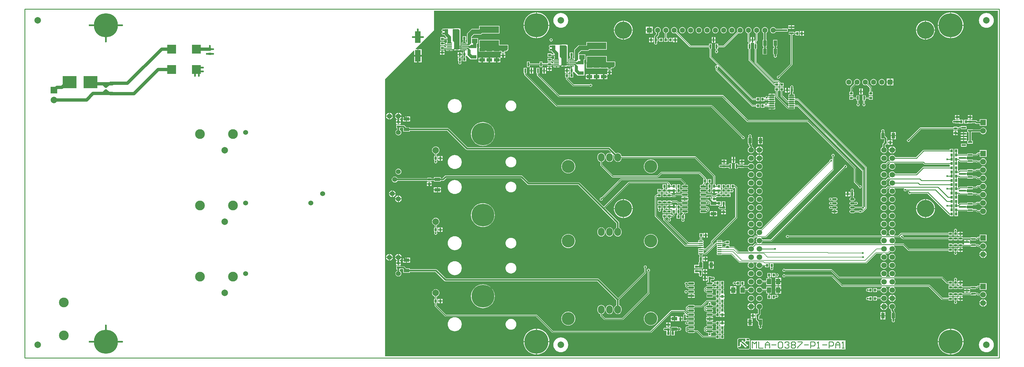
<source format=gtl>
G04 Layer_Physical_Order=1*
G04 Layer_Color=128*
%FSLAX43Y43*%
%MOMM*%
G71*
G01*
G75*
%ADD10R,2.700X2.700*%
%ADD11O,1.400X0.350*%
%ADD12R,6.000X2.000*%
%ADD13R,0.600X1.350*%
%ADD14O,1.450X0.650*%
%ADD15R,1.800X1.340*%
%ADD16R,0.800X0.900*%
G04:AMPARAMS|DCode=17|XSize=0.45mm|YSize=1.6mm|CornerRadius=0.05mm|HoleSize=0mm|Usage=FLASHONLY|Rotation=90.000|XOffset=0mm|YOffset=0mm|HoleType=Round|Shape=RoundedRectangle|*
%AMROUNDEDRECTD17*
21,1,0.450,1.501,0,0,90.0*
21,1,0.351,1.600,0,0,90.0*
1,1,0.099,0.750,0.175*
1,1,0.099,0.750,-0.175*
1,1,0.099,-0.750,-0.175*
1,1,0.099,-0.750,0.175*
%
%ADD17ROUNDEDRECTD17*%
%ADD18R,4.240X3.810*%
%ADD19R,1.800X3.550*%
%ADD20C,2.000*%
G04:AMPARAMS|DCode=21|XSize=0.65mm|YSize=1.65mm|CornerRadius=0.049mm|HoleSize=0mm|Usage=FLASHONLY|Rotation=90.000|XOffset=0mm|YOffset=0mm|HoleType=Round|Shape=RoundedRectangle|*
%AMROUNDEDRECTD21*
21,1,0.650,1.552,0,0,90.0*
21,1,0.552,1.650,0,0,90.0*
1,1,0.098,0.776,0.276*
1,1,0.098,0.776,-0.276*
1,1,0.098,-0.776,-0.276*
1,1,0.098,-0.776,0.276*
%
%ADD21ROUNDEDRECTD21*%
%ADD22R,1.700X1.000*%
%ADD23R,0.900X0.800*%
G04:AMPARAMS|DCode=24|XSize=0.3mm|YSize=1.55mm|CornerRadius=0.05mm|HoleSize=0mm|Usage=FLASHONLY|Rotation=90.000|XOffset=0mm|YOffset=0mm|HoleType=Round|Shape=RoundedRectangle|*
%AMROUNDEDRECTD24*
21,1,0.300,1.451,0,0,90.0*
21,1,0.201,1.550,0,0,90.0*
1,1,0.099,0.726,0.101*
1,1,0.099,0.726,-0.101*
1,1,0.099,-0.726,-0.101*
1,1,0.099,-0.726,0.101*
%
%ADD24ROUNDEDRECTD24*%
G04:AMPARAMS|DCode=25|XSize=1.73mm|YSize=1.9mm|CornerRadius=0.052mm|HoleSize=0mm|Usage=FLASHONLY|Rotation=0.000|XOffset=0mm|YOffset=0mm|HoleType=Round|Shape=RoundedRectangle|*
%AMROUNDEDRECTD25*
21,1,1.730,1.796,0,0,0.0*
21,1,1.626,1.900,0,0,0.0*
1,1,0.104,0.813,-0.898*
1,1,0.104,-0.813,-0.898*
1,1,0.104,-0.813,0.898*
1,1,0.104,0.813,0.898*
%
%ADD25ROUNDEDRECTD25*%
%ADD26R,1.350X0.600*%
%ADD27R,1.340X1.800*%
%ADD28R,1.000X1.700*%
%ADD29C,0.500*%
%ADD30C,0.250*%
%ADD31C,0.150*%
%ADD32C,0.300*%
%ADD33C,1.000*%
%ADD34C,0.200*%
%ADD35C,0.400*%
%ADD36C,0.254*%
%ADD37O,2.000X2.500*%
%ADD38C,7.000*%
%ADD39C,1.524*%
%ADD40C,3.000*%
%ADD41C,1.600*%
%ADD42R,1.600X1.600*%
%ADD43C,7.400*%
%ADD44C,5.300*%
%ADD45C,1.700*%
%ADD46R,1.750X1.750*%
%ADD47C,1.750*%
%ADD48C,4.000*%
%ADD49R,2.000X2.000*%
%ADD50C,1.800*%
%ADD51R,1.800X1.800*%
%ADD52C,0.600*%
G36*
X299500Y500D02*
X110900D01*
Y85900D01*
X119684Y94684D01*
X119846Y94617D01*
Y93252D01*
X120873D01*
Y95154D01*
X120383D01*
X120316Y95316D01*
X121950Y96950D01*
X122050D01*
Y97050D01*
X126000Y101000D01*
X126000Y107000D01*
X299500D01*
Y500D01*
D02*
G37*
%LPC*%
G36*
X209473Y37673D02*
X208946D01*
Y37096D01*
X209473D01*
Y37673D01*
D02*
G37*
G36*
X290954Y36254D02*
X290152D01*
Y35827D01*
X290954D01*
Y36254D01*
D02*
G37*
G36*
X289898D02*
X289096D01*
Y35827D01*
X289898D01*
Y36254D01*
D02*
G37*
G36*
X210254Y37673D02*
X209727D01*
Y37096D01*
X210254D01*
Y37673D01*
D02*
G37*
G36*
X287873Y38073D02*
X287296D01*
Y37546D01*
X287873D01*
Y38073D01*
D02*
G37*
G36*
X288704D02*
X288127D01*
Y37546D01*
X288704D01*
Y38073D01*
D02*
G37*
G36*
X177450Y40210D02*
X177150Y40170D01*
X176870Y40055D01*
X176630Y39870D01*
X176445Y39630D01*
X176330Y39350D01*
X176290Y39050D01*
Y38550D01*
X176330Y38250D01*
X176445Y37970D01*
X176630Y37730D01*
X176870Y37545D01*
X177150Y37430D01*
X177450Y37390D01*
X177750Y37430D01*
X178030Y37545D01*
X178270Y37730D01*
X178455Y37970D01*
X178570Y38250D01*
X178610Y38550D01*
Y39050D01*
X178570Y39350D01*
X178455Y39630D01*
X178270Y39870D01*
X178030Y40055D01*
X177750Y40170D01*
X177450Y40210D01*
D02*
G37*
G36*
X180000D02*
X179700Y40170D01*
X179420Y40055D01*
X179180Y39870D01*
X178995Y39630D01*
X178880Y39350D01*
X178840Y39050D01*
Y38550D01*
X178880Y38250D01*
X178995Y37970D01*
X179180Y37730D01*
X179420Y37545D01*
X179700Y37430D01*
X180000Y37390D01*
X180300Y37430D01*
X180580Y37545D01*
X180820Y37730D01*
X181005Y37970D01*
X181120Y38250D01*
X181160Y38550D01*
Y39050D01*
X181120Y39350D01*
X181005Y39630D01*
X180820Y39870D01*
X180580Y40055D01*
X180300Y40170D01*
X180000Y40210D01*
D02*
G37*
G36*
X132350Y37510D02*
X131929Y37469D01*
X131523Y37346D01*
X131150Y37146D01*
X130822Y36878D01*
X130554Y36550D01*
X130354Y36177D01*
X130231Y35771D01*
X130190Y35350D01*
X130231Y34929D01*
X130354Y34523D01*
X130554Y34150D01*
X130822Y33822D01*
X131150Y33554D01*
X131523Y33354D01*
X131929Y33231D01*
X132350Y33190D01*
X132771Y33231D01*
X133177Y33354D01*
X133550Y33554D01*
X133878Y33822D01*
X134146Y34150D01*
X134346Y34523D01*
X134469Y34929D01*
X134510Y35350D01*
X134469Y35771D01*
X134346Y36177D01*
X134146Y36550D01*
X133878Y36878D01*
X133550Y37146D01*
X133177Y37346D01*
X132771Y37469D01*
X132350Y37510D01*
D02*
G37*
G36*
X287873Y33954D02*
X287296D01*
Y33427D01*
X287873D01*
Y33954D01*
D02*
G37*
G36*
Y33173D02*
X287296D01*
Y32646D01*
X287873D01*
Y33173D01*
D02*
G37*
G36*
X288704D02*
X288127D01*
Y32646D01*
X288704D01*
Y33173D01*
D02*
G37*
G36*
Y33954D02*
X288127D01*
Y33427D01*
X288704D01*
Y33954D01*
D02*
G37*
G36*
X192700Y38160D02*
X192279Y38119D01*
X191873Y37996D01*
X191500Y37796D01*
X191172Y37528D01*
X190904Y37200D01*
X190704Y36827D01*
X190581Y36421D01*
X190540Y36000D01*
X190581Y35579D01*
X190704Y35173D01*
X190904Y34800D01*
X191172Y34472D01*
X191500Y34204D01*
X191873Y34004D01*
X192279Y33881D01*
X192700Y33840D01*
X193121Y33881D01*
X193527Y34004D01*
X193900Y34204D01*
X194228Y34472D01*
X194496Y34800D01*
X194696Y35173D01*
X194819Y35579D01*
X194860Y36000D01*
X194819Y36421D01*
X194696Y36827D01*
X194496Y37200D01*
X194228Y37528D01*
X193900Y37796D01*
X193527Y37996D01*
X193121Y38119D01*
X192700Y38160D01*
D02*
G37*
G36*
X290954Y35573D02*
X290025D01*
X289096D01*
Y35155D01*
X289096Y35146D01*
X289073Y34980D01*
X288600D01*
Y35250D01*
X287400D01*
Y34980D01*
X287100D01*
Y35250D01*
X285900D01*
Y34980D01*
X285600D01*
Y35250D01*
X284400D01*
Y34150D01*
X285600D01*
Y34420D01*
X285900D01*
Y34150D01*
X287100D01*
Y34420D01*
X287400D01*
Y34150D01*
X288600D01*
Y34420D01*
X291150D01*
Y34300D01*
X292800D01*
Y34470D01*
X293234D01*
X293442Y34262D01*
X293533Y34201D01*
X293640Y34180D01*
X294007D01*
X294105Y33943D01*
X294269Y33729D01*
X294483Y33565D01*
X294732Y33461D01*
X295000Y33426D01*
X295268Y33461D01*
X295517Y33565D01*
X295731Y33729D01*
X295895Y33943D01*
X295999Y34192D01*
X296034Y34460D01*
X295999Y34728D01*
X295895Y34977D01*
X295731Y35191D01*
X295517Y35355D01*
X295268Y35459D01*
X295000Y35494D01*
X294732Y35459D01*
X294483Y35355D01*
X294269Y35191D01*
X294105Y34977D01*
X294007Y34740D01*
X293756D01*
X293548Y34948D01*
X293457Y35009D01*
X293350Y35030D01*
X292800D01*
Y35200D01*
X291150D01*
Y35004D01*
X291012Y34995D01*
X290957Y35148D01*
X290954Y35163D01*
Y35573D01*
D02*
G37*
G36*
X149650Y37008D02*
X149327Y36976D01*
X149016Y36882D01*
X148729Y36729D01*
X148478Y36522D01*
X148271Y36271D01*
X148118Y35984D01*
X148024Y35673D01*
X147992Y35350D01*
X148024Y35027D01*
X148118Y34716D01*
X148271Y34429D01*
X148478Y34178D01*
X148729Y33971D01*
X149016Y33818D01*
X149327Y33724D01*
X149650Y33692D01*
X149973Y33724D01*
X150284Y33818D01*
X150571Y33971D01*
X150822Y34178D01*
X151029Y34429D01*
X151182Y34716D01*
X151276Y35027D01*
X151308Y35350D01*
X151276Y35673D01*
X151182Y35984D01*
X151029Y36271D01*
X150822Y36522D01*
X150571Y36729D01*
X150284Y36882D01*
X149973Y36976D01*
X149650Y37008D01*
D02*
G37*
G36*
X167300Y38160D02*
X166879Y38119D01*
X166473Y37996D01*
X166100Y37796D01*
X165772Y37528D01*
X165504Y37200D01*
X165304Y36827D01*
X165181Y36421D01*
X165140Y36000D01*
X165181Y35579D01*
X165304Y35173D01*
X165504Y34800D01*
X165772Y34472D01*
X166100Y34204D01*
X166473Y34004D01*
X166879Y33881D01*
X167300Y33840D01*
X167721Y33881D01*
X168127Y34004D01*
X168500Y34204D01*
X168828Y34472D01*
X169096Y34800D01*
X169296Y35173D01*
X169419Y35579D01*
X169460Y36000D01*
X169419Y36421D01*
X169296Y36827D01*
X169096Y37200D01*
X168828Y37528D01*
X168500Y37796D01*
X168127Y37996D01*
X167721Y38119D01*
X167300Y38160D01*
D02*
G37*
G36*
X223560Y42249D02*
X223299Y42214D01*
X223056Y42113D01*
X222847Y41953D01*
X222686Y41744D01*
X222586Y41501D01*
X222551Y41240D01*
X222586Y40979D01*
X222686Y40736D01*
X222847Y40527D01*
X223056Y40367D01*
X223299Y40266D01*
X223560Y40231D01*
X223821Y40266D01*
X224064Y40367D01*
X224273Y40527D01*
X224433Y40736D01*
X224534Y40979D01*
X224569Y41240D01*
X224534Y41501D01*
X224433Y41744D01*
X224273Y41953D01*
X224064Y42113D01*
X223821Y42214D01*
X223560Y42249D01*
D02*
G37*
G36*
X226100D02*
X225839Y42214D01*
X225596Y42113D01*
X225387Y41953D01*
X225227Y41744D01*
X225126Y41501D01*
X225091Y41240D01*
X225126Y40979D01*
X225227Y40736D01*
X225387Y40527D01*
X225596Y40367D01*
X225839Y40266D01*
X226100Y40231D01*
X226361Y40266D01*
X226604Y40367D01*
X226813Y40527D01*
X226973Y40736D01*
X227074Y40979D01*
X227109Y41240D01*
X227074Y41501D01*
X226973Y41744D01*
X226813Y41953D01*
X226604Y42113D01*
X226361Y42214D01*
X226100Y42249D01*
D02*
G37*
G36*
X127773Y40204D02*
X127246D01*
Y39627D01*
X127773D01*
Y40204D01*
D02*
G37*
G36*
X128554D02*
X128027D01*
Y39627D01*
X128554D01*
Y40204D01*
D02*
G37*
G36*
X141000Y47661D02*
X140427Y47616D01*
X139869Y47482D01*
X139338Y47262D01*
X138848Y46962D01*
X138411Y46589D01*
X138038Y46152D01*
X137738Y45662D01*
X137518Y45131D01*
X137384Y44573D01*
X137339Y44000D01*
X137384Y43427D01*
X137518Y42869D01*
X137738Y42338D01*
X138038Y41848D01*
X138411Y41411D01*
X138848Y41038D01*
X139338Y40738D01*
X139869Y40518D01*
X140427Y40384D01*
X141000Y40339D01*
X141573Y40384D01*
X142131Y40518D01*
X142662Y40738D01*
X143152Y41038D01*
X143589Y41411D01*
X143962Y41848D01*
X144262Y42338D01*
X144482Y42869D01*
X144616Y43427D01*
X144661Y44000D01*
X144616Y44573D01*
X144482Y45131D01*
X144262Y45662D01*
X143962Y46152D01*
X143589Y46589D01*
X143152Y46962D01*
X142662Y47262D01*
X142131Y47482D01*
X141573Y47616D01*
X141000Y47661D01*
D02*
G37*
G36*
X223560Y44789D02*
X223299Y44754D01*
X223056Y44653D01*
X222847Y44493D01*
X222686Y44284D01*
X222586Y44041D01*
X222551Y43780D01*
X222586Y43519D01*
X222686Y43276D01*
X222847Y43067D01*
X223056Y42907D01*
X223299Y42806D01*
X223560Y42771D01*
X223821Y42806D01*
X224064Y42907D01*
X224273Y43067D01*
X224433Y43276D01*
X224534Y43519D01*
X224569Y43780D01*
X224534Y44041D01*
X224433Y44284D01*
X224273Y44493D01*
X224064Y44653D01*
X223821Y44754D01*
X223560Y44789D01*
D02*
G37*
G36*
X264460Y42249D02*
X264199Y42214D01*
X263956Y42113D01*
X263747Y41953D01*
X263586Y41744D01*
X263486Y41501D01*
X263451Y41240D01*
X263486Y40979D01*
X263586Y40736D01*
X263747Y40527D01*
X263956Y40367D01*
X264199Y40266D01*
X264460Y40231D01*
X264721Y40266D01*
X264964Y40367D01*
X265173Y40527D01*
X265333Y40736D01*
X265434Y40979D01*
X265469Y41240D01*
X265434Y41501D01*
X265333Y41744D01*
X265173Y41953D01*
X264964Y42113D01*
X264721Y42214D01*
X264460Y42249D01*
D02*
G37*
G36*
X267000D02*
X266739Y42214D01*
X266496Y42113D01*
X266287Y41953D01*
X266126Y41744D01*
X266026Y41501D01*
X265991Y41240D01*
X266026Y40979D01*
X266126Y40736D01*
X266287Y40527D01*
X266496Y40367D01*
X266739Y40266D01*
X267000Y40231D01*
X267261Y40266D01*
X267504Y40367D01*
X267713Y40527D01*
X267874Y40736D01*
X267974Y40979D01*
X268009Y41240D01*
X267974Y41501D01*
X267874Y41744D01*
X267713Y41953D01*
X267504Y42113D01*
X267261Y42214D01*
X267000Y42249D01*
D02*
G37*
G36*
X128554Y39373D02*
X128027D01*
Y38796D01*
X128554D01*
Y39373D01*
D02*
G37*
G36*
X209473Y38504D02*
X208946D01*
Y37927D01*
X209473D01*
Y38504D01*
D02*
G37*
G36*
X210254D02*
X209727D01*
Y37927D01*
X210254D01*
Y38504D01*
D02*
G37*
G36*
X286500Y39759D02*
X286324Y39724D01*
X286176Y39624D01*
X286076Y39476D01*
X286041Y39300D01*
X286076Y39124D01*
X286176Y38976D01*
X286220Y38946D01*
Y38750D01*
X285900D01*
Y37650D01*
X287100D01*
Y38750D01*
X286780D01*
Y38946D01*
X286824Y38976D01*
X286924Y39124D01*
X286959Y39300D01*
X286924Y39476D01*
X286824Y39624D01*
X286676Y39724D01*
X286500Y39759D01*
D02*
G37*
G36*
X223560Y39709D02*
X223299Y39674D01*
X223056Y39573D01*
X222847Y39413D01*
X222686Y39204D01*
X222586Y38961D01*
X222551Y38700D01*
X222586Y38439D01*
X222686Y38196D01*
X222847Y37987D01*
X223056Y37826D01*
X223299Y37726D01*
X223560Y37691D01*
X223821Y37726D01*
X224064Y37826D01*
X224273Y37987D01*
X224433Y38196D01*
X224534Y38439D01*
X224569Y38700D01*
X224534Y38961D01*
X224433Y39204D01*
X224273Y39413D01*
X224064Y39573D01*
X223821Y39674D01*
X223560Y39709D01*
D02*
G37*
G36*
X288704Y38854D02*
X288127D01*
Y38327D01*
X288704D01*
Y38854D01*
D02*
G37*
G36*
X127773Y39373D02*
X127246D01*
Y38796D01*
X127773D01*
Y39373D01*
D02*
G37*
G36*
X126500Y43160D02*
X126200Y43120D01*
X125920Y43005D01*
X125680Y42820D01*
X125495Y42580D01*
X125380Y42300D01*
X125340Y42000D01*
X125380Y41700D01*
X125495Y41420D01*
X125680Y41180D01*
X125920Y40995D01*
X126200Y40880D01*
X126220Y40877D01*
Y40100D01*
X125950D01*
Y38900D01*
X126126D01*
X126176Y38725D01*
X126176Y38724D01*
X126076Y38576D01*
X126041Y38400D01*
X126076Y38224D01*
X126176Y38076D01*
X126324Y37976D01*
X126500Y37941D01*
X126676Y37976D01*
X126824Y38076D01*
X126924Y38224D01*
X126959Y38400D01*
X126924Y38576D01*
X126824Y38724D01*
X126824Y38725D01*
X126874Y38900D01*
X127050D01*
Y40100D01*
X126780D01*
Y40877D01*
X126800Y40880D01*
X127080Y40995D01*
X127320Y41180D01*
X127505Y41420D01*
X127620Y41700D01*
X127660Y42000D01*
X127620Y42300D01*
X127505Y42580D01*
X127320Y42820D01*
X127080Y43005D01*
X126800Y43120D01*
X126500Y43160D01*
D02*
G37*
G36*
X287873Y38854D02*
X287296D01*
Y38327D01*
X287873D01*
Y38854D01*
D02*
G37*
G36*
X115704Y29073D02*
X115127D01*
Y28546D01*
X115704D01*
Y29073D01*
D02*
G37*
G36*
X211173Y29704D02*
X210546D01*
Y28727D01*
X211173D01*
Y29704D01*
D02*
G37*
G36*
X267000Y29549D02*
X266739Y29514D01*
X266496Y29413D01*
X266287Y29253D01*
X266126Y29044D01*
X266026Y28801D01*
X265991Y28540D01*
X266026Y28279D01*
X266126Y28036D01*
X266287Y27827D01*
X266496Y27667D01*
X266739Y27566D01*
X267000Y27531D01*
X267261Y27566D01*
X267504Y27667D01*
X267713Y27827D01*
X267874Y28036D01*
X267974Y28279D01*
X268009Y28540D01*
X267974Y28801D01*
X267874Y29044D01*
X267713Y29253D01*
X267504Y29413D01*
X267261Y29514D01*
X267000Y29549D01*
D02*
G37*
G36*
X114873Y29073D02*
X114296D01*
Y28546D01*
X114873D01*
Y29073D01*
D02*
G37*
G36*
X117373Y29973D02*
X116396D01*
Y29346D01*
X117373D01*
Y29973D01*
D02*
G37*
G36*
X118604D02*
X117627D01*
Y29346D01*
X118604D01*
Y29973D01*
D02*
G37*
G36*
X212054Y29704D02*
X211427D01*
Y28727D01*
X212054D01*
Y29704D01*
D02*
G37*
G36*
X116008Y30873D02*
X115000D01*
X113992D01*
X114010Y30735D01*
X114113Y30488D01*
X114275Y30275D01*
X114488Y30113D01*
X114689Y30029D01*
X114654Y29854D01*
X114296D01*
Y29327D01*
X115000D01*
X115704D01*
Y29854D01*
X115346D01*
X115311Y30029D01*
X115512Y30113D01*
X115725Y30275D01*
X115887Y30488D01*
X115990Y30735D01*
X116008Y30873D01*
D02*
G37*
G36*
X264460Y29549D02*
X264199Y29514D01*
X263956Y29413D01*
X263747Y29253D01*
X263586Y29044D01*
X263486Y28801D01*
X263451Y28540D01*
X263486Y28279D01*
X263586Y28036D01*
X263747Y27827D01*
X263956Y27667D01*
X264199Y27566D01*
X264460Y27531D01*
X264721Y27566D01*
X264964Y27667D01*
X265173Y27827D01*
X265333Y28036D01*
X265434Y28279D01*
X265469Y28540D01*
X265434Y28801D01*
X265333Y29044D01*
X265173Y29253D01*
X264964Y29413D01*
X264721Y29514D01*
X264460Y29549D01*
D02*
G37*
G36*
X210054Y26473D02*
X209527D01*
Y25896D01*
X210054D01*
Y26473D01*
D02*
G37*
G36*
X149650Y29308D02*
X149327Y29276D01*
X149016Y29182D01*
X148729Y29029D01*
X148478Y28822D01*
X148271Y28571D01*
X148118Y28284D01*
X148024Y27973D01*
X147992Y27650D01*
X148024Y27327D01*
X148118Y27016D01*
X148271Y26729D01*
X148478Y26478D01*
X148729Y26271D01*
X149016Y26118D01*
X149327Y26024D01*
X149650Y25992D01*
X149973Y26024D01*
X150284Y26118D01*
X150571Y26271D01*
X150822Y26478D01*
X151029Y26729D01*
X151182Y27016D01*
X151276Y27327D01*
X151308Y27650D01*
X151276Y27973D01*
X151182Y28284D01*
X151029Y28571D01*
X150822Y28822D01*
X150571Y29029D01*
X150284Y29182D01*
X149973Y29276D01*
X149650Y29308D01*
D02*
G37*
G36*
X132350Y29810D02*
X131929Y29769D01*
X131523Y29646D01*
X131150Y29446D01*
X130822Y29178D01*
X130554Y28850D01*
X130354Y28477D01*
X130231Y28071D01*
X130190Y27650D01*
X130231Y27229D01*
X130354Y26823D01*
X130554Y26450D01*
X130822Y26122D01*
X131150Y25854D01*
X131523Y25654D01*
X131929Y25531D01*
X132350Y25490D01*
X132771Y25531D01*
X133177Y25654D01*
X133550Y25854D01*
X133878Y26122D01*
X134146Y26450D01*
X134346Y26823D01*
X134469Y27229D01*
X134510Y27650D01*
X134469Y28071D01*
X134346Y28477D01*
X134146Y28850D01*
X133878Y29178D01*
X133550Y29446D01*
X133177Y29646D01*
X132771Y29769D01*
X132350Y29810D01*
D02*
G37*
G36*
X209273Y26473D02*
X208746D01*
Y25896D01*
X209273D01*
Y26473D01*
D02*
G37*
G36*
X211173Y28473D02*
X210546D01*
Y27496D01*
X211173D01*
Y28473D01*
D02*
G37*
G36*
X212054D02*
X211427D01*
Y27496D01*
X212054D01*
Y28473D01*
D02*
G37*
G36*
X209273Y27304D02*
X208746D01*
Y26727D01*
X209273D01*
Y27304D01*
D02*
G37*
G36*
X210054D02*
X209527D01*
Y26727D01*
X210054D01*
Y27304D01*
D02*
G37*
G36*
X209373Y30373D02*
X208846D01*
Y29796D01*
X209373D01*
Y30373D01*
D02*
G37*
G36*
X114873Y32008D02*
X114735Y31990D01*
X114488Y31887D01*
X114275Y31725D01*
X114113Y31512D01*
X114010Y31265D01*
X113992Y31127D01*
X114873D01*
Y32008D01*
D02*
G37*
G36*
X115127Y32008D02*
Y31127D01*
X116008D01*
X115990Y31265D01*
X115887Y31512D01*
X115725Y31725D01*
X115512Y31887D01*
X115265Y31990D01*
X115127Y32008D01*
D02*
G37*
G36*
X296122Y31793D02*
X295127D01*
Y30798D01*
X295295Y30820D01*
X295569Y30934D01*
X295805Y31115D01*
X295986Y31351D01*
X296100Y31625D01*
X296122Y31793D01*
D02*
G37*
G36*
X112123Y32008D02*
X111985Y31990D01*
X111738Y31887D01*
X111525Y31725D01*
X111363Y31512D01*
X111260Y31265D01*
X111242Y31127D01*
X112123D01*
Y32008D01*
D02*
G37*
G36*
X294873Y33042D02*
X294705Y33020D01*
X294431Y32906D01*
X294195Y32725D01*
X294014Y32489D01*
X293900Y32215D01*
X293878Y32047D01*
X294873D01*
Y33042D01*
D02*
G37*
G36*
X295127Y33042D02*
Y32047D01*
X296122D01*
X296100Y32215D01*
X295986Y32489D01*
X295805Y32725D01*
X295569Y32906D01*
X295295Y33020D01*
X295127Y33042D01*
D02*
G37*
G36*
X112377Y32008D02*
Y31127D01*
X113258D01*
X113240Y31265D01*
X113137Y31512D01*
X112975Y31725D01*
X112762Y31887D01*
X112515Y31990D01*
X112377Y32008D01*
D02*
G37*
G36*
X287100Y33850D02*
X285900D01*
Y32750D01*
X286220D01*
Y32554D01*
X286176Y32524D01*
X286076Y32376D01*
X286041Y32200D01*
X286076Y32024D01*
X286176Y31876D01*
X286324Y31776D01*
X286500Y31741D01*
X286676Y31776D01*
X286824Y31876D01*
X286924Y32024D01*
X286959Y32200D01*
X286924Y32376D01*
X286824Y32524D01*
X286780Y32554D01*
Y32750D01*
X287100D01*
Y33850D01*
D02*
G37*
G36*
X294873Y31793D02*
X293878D01*
X293900Y31625D01*
X294014Y31351D01*
X294195Y31115D01*
X294431Y30934D01*
X294705Y30820D01*
X294873Y30798D01*
Y31793D01*
D02*
G37*
G36*
X113258Y30873D02*
X112377D01*
Y29992D01*
X112515Y30010D01*
X112762Y30113D01*
X112975Y30275D01*
X113137Y30488D01*
X113240Y30735D01*
X113258Y30873D01*
D02*
G37*
G36*
X267000Y32089D02*
X266739Y32054D01*
X266496Y31953D01*
X266287Y31793D01*
X266126Y31584D01*
X266026Y31341D01*
X265991Y31080D01*
X266026Y30819D01*
X266126Y30576D01*
X266287Y30367D01*
X266496Y30206D01*
X266739Y30106D01*
X267000Y30071D01*
X267261Y30106D01*
X267504Y30206D01*
X267713Y30367D01*
X267874Y30576D01*
X267974Y30819D01*
X268009Y31080D01*
X267974Y31341D01*
X267874Y31584D01*
X267713Y31793D01*
X267504Y31953D01*
X267261Y32054D01*
X267000Y32089D01*
D02*
G37*
G36*
X210154Y30373D02*
X209627D01*
Y29796D01*
X210154D01*
Y30373D01*
D02*
G37*
G36*
X112123Y30873D02*
X111242D01*
X111260Y30735D01*
X111363Y30488D01*
X111525Y30275D01*
X111738Y30113D01*
X111985Y30010D01*
X112123Y29992D01*
Y30873D01*
D02*
G37*
G36*
X209373Y31204D02*
X208846D01*
Y30627D01*
X209373D01*
Y31204D01*
D02*
G37*
G36*
X210154D02*
X209627D01*
Y30627D01*
X210154D01*
Y31204D01*
D02*
G37*
G36*
X117373Y30854D02*
X116396D01*
Y30227D01*
X117373D01*
Y30854D01*
D02*
G37*
G36*
X118604D02*
X117627D01*
Y30227D01*
X118604D01*
Y30854D01*
D02*
G37*
G36*
X114873Y48873D02*
X113992D01*
X114010Y48735D01*
X114113Y48488D01*
X114275Y48275D01*
X114488Y48113D01*
X114735Y48010D01*
X114873Y47992D01*
Y48873D01*
D02*
G37*
G36*
X116008D02*
X115127D01*
Y47992D01*
X115265Y48010D01*
X115512Y48113D01*
X115725Y48275D01*
X115887Y48488D01*
X115990Y48735D01*
X116008Y48873D01*
D02*
G37*
G36*
X267000Y49869D02*
X266739Y49834D01*
X266496Y49733D01*
X266287Y49573D01*
X266126Y49364D01*
X266026Y49121D01*
X265991Y48860D01*
X266026Y48599D01*
X266126Y48356D01*
X266287Y48147D01*
X266496Y47986D01*
X266739Y47886D01*
X267000Y47851D01*
X267261Y47886D01*
X267504Y47986D01*
X267713Y48147D01*
X267874Y48356D01*
X267974Y48599D01*
X268009Y48860D01*
X267974Y49121D01*
X267874Y49364D01*
X267713Y49573D01*
X267504Y49733D01*
X267261Y49834D01*
X267000Y49869D01*
D02*
G37*
G36*
X249675Y48119D02*
X248875D01*
X248690Y48082D01*
X248550Y47989D01*
X248504Y47974D01*
X248359Y47959D01*
X248211Y48059D01*
X248035Y48094D01*
X247859Y48059D01*
X247711Y47959D01*
X247611Y47811D01*
X247576Y47635D01*
X247611Y47459D01*
X247711Y47311D01*
X247859Y47211D01*
X248035Y47176D01*
X248211Y47211D01*
X248359Y47311D01*
X248504Y47296D01*
X248550Y47281D01*
X248690Y47188D01*
X248875Y47151D01*
X249675D01*
X249860Y47188D01*
X250017Y47293D01*
X250122Y47450D01*
X250159Y47635D01*
X250122Y47820D01*
X250017Y47977D01*
X249860Y48082D01*
X249675Y48119D01*
D02*
G37*
G36*
X204260Y48873D02*
X203302D01*
Y48415D01*
X203951D01*
X204069Y48439D01*
X204170Y48505D01*
X204236Y48606D01*
X204260Y48724D01*
Y48873D01*
D02*
G37*
G36*
X254700Y52159D02*
X254524Y52124D01*
X254376Y52024D01*
X254276Y51876D01*
X254241Y51700D01*
X254276Y51524D01*
X254292Y51500D01*
Y51100D01*
X254150D01*
Y49900D01*
X254292D01*
Y49383D01*
X254140Y49352D01*
X253983Y49247D01*
X253878Y49090D01*
X253841Y48905D01*
X253878Y48720D01*
X253983Y48563D01*
X254140Y48458D01*
X254325Y48421D01*
X255125D01*
X255310Y48458D01*
X255467Y48563D01*
X255572Y48720D01*
X255609Y48905D01*
X255572Y49090D01*
X255467Y49247D01*
X255310Y49352D01*
X255125Y49389D01*
X255108D01*
Y49900D01*
X255250D01*
Y51100D01*
X255108D01*
Y51500D01*
X255124Y51524D01*
X255159Y51700D01*
X255124Y51876D01*
X255024Y52024D01*
X254876Y52124D01*
X254700Y52159D01*
D02*
G37*
G36*
X200700Y48480D02*
X199500D01*
X199393Y48459D01*
X199302Y48398D01*
X199175Y48272D01*
X199000Y48344D01*
Y48450D01*
X197800D01*
Y48180D01*
X197500D01*
Y48450D01*
X196300D01*
Y48180D01*
X196000D01*
Y48450D01*
X194800D01*
Y47350D01*
X196000D01*
Y47620D01*
X196300D01*
Y47350D01*
X197500D01*
Y47620D01*
X197800D01*
Y47350D01*
X199000D01*
Y47620D01*
X199200D01*
X199307Y47641D01*
X199398Y47702D01*
X199616Y47920D01*
X200584D01*
X200972Y47532D01*
X201063Y47471D01*
X201170Y47450D01*
X202197D01*
X202212Y47376D01*
X202255Y47310D01*
X202321Y47267D01*
X202399Y47251D01*
X203951D01*
X204029Y47267D01*
X204095Y47310D01*
X204138Y47376D01*
X204154Y47454D01*
Y48006D01*
X204138Y48084D01*
X204095Y48150D01*
X204029Y48193D01*
X203951Y48209D01*
X202399D01*
X202321Y48193D01*
X202255Y48150D01*
X202212Y48084D01*
X202197Y48010D01*
X201286D01*
X200898Y48398D01*
X200807Y48459D01*
X200700Y48480D01*
D02*
G37*
G36*
X203048Y48873D02*
X202090D01*
Y48724D01*
X202114Y48606D01*
X202180Y48505D01*
X202281Y48439D01*
X202399Y48415D01*
X203048D01*
Y48873D01*
D02*
G37*
G36*
X264460Y49869D02*
X264199Y49834D01*
X263956Y49733D01*
X263747Y49573D01*
X263586Y49364D01*
X263486Y49121D01*
X263451Y48860D01*
X263486Y48599D01*
X263586Y48356D01*
X263747Y48147D01*
X263956Y47986D01*
X264199Y47886D01*
X264460Y47851D01*
X264721Y47886D01*
X264964Y47986D01*
X265173Y48147D01*
X265333Y48356D01*
X265434Y48599D01*
X265469Y48860D01*
X265434Y49121D01*
X265333Y49364D01*
X265173Y49573D01*
X264964Y49733D01*
X264721Y49834D01*
X264460Y49869D01*
D02*
G37*
G36*
X249675Y46849D02*
X248875D01*
X248690Y46812D01*
X248540Y46713D01*
X248517Y46706D01*
X248359Y46689D01*
X248211Y46789D01*
X248035Y46824D01*
X247859Y46789D01*
X247711Y46689D01*
X247611Y46541D01*
X247576Y46365D01*
X247611Y46189D01*
X247711Y46041D01*
X247859Y45941D01*
X248035Y45906D01*
X248211Y45941D01*
X248359Y46041D01*
X248517Y46024D01*
X248540Y46017D01*
X248690Y45918D01*
X248875Y45881D01*
X249675D01*
X249860Y45918D01*
X250017Y46023D01*
X250122Y46180D01*
X250159Y46365D01*
X250122Y46550D01*
X250017Y46707D01*
X249860Y46812D01*
X249675Y46849D01*
D02*
G37*
G36*
X215650Y48200D02*
X214550D01*
Y47000D01*
X214550Y47000D01*
X214550D01*
X214500Y46850D01*
X214421Y46708D01*
X214200D01*
X214176Y46724D01*
X214000Y46759D01*
X213824Y46724D01*
X213676Y46624D01*
X213576Y46476D01*
X213541Y46300D01*
X213576Y46124D01*
X213676Y45976D01*
X213824Y45876D01*
X214000Y45841D01*
X214176Y45876D01*
X214200Y45892D01*
X214500D01*
Y45750D01*
X215700D01*
Y46846D01*
X215700Y46850D01*
X215700D01*
X215650Y47000D01*
X215650Y47000D01*
Y48200D01*
D02*
G37*
G36*
X199927Y47204D02*
Y46627D01*
X200454D01*
Y47204D01*
X199927D01*
D02*
G37*
G36*
X198273Y47154D02*
X197696D01*
Y46627D01*
X198273D01*
Y47154D01*
D02*
G37*
G36*
X223560Y49869D02*
X223299Y49834D01*
X223056Y49733D01*
X222847Y49573D01*
X222686Y49364D01*
X222586Y49121D01*
X222551Y48860D01*
X222586Y48599D01*
X222686Y48356D01*
X222847Y48147D01*
X223056Y47986D01*
X223299Y47886D01*
X223560Y47851D01*
X223821Y47886D01*
X224064Y47986D01*
X224273Y48147D01*
X224433Y48356D01*
X224534Y48599D01*
X224569Y48860D01*
X224534Y49121D01*
X224433Y49364D01*
X224273Y49573D01*
X224064Y49733D01*
X223821Y49834D01*
X223560Y49869D01*
D02*
G37*
G36*
X226100D02*
X225839Y49834D01*
X225596Y49733D01*
X225387Y49573D01*
X225227Y49364D01*
X225126Y49121D01*
X225091Y48860D01*
X225126Y48599D01*
X225227Y48356D01*
X225387Y48147D01*
X225596Y47986D01*
X225839Y47886D01*
X226100Y47851D01*
X226361Y47886D01*
X226604Y47986D01*
X226813Y48147D01*
X226973Y48356D01*
X227074Y48599D01*
X227109Y48860D01*
X227074Y49121D01*
X226973Y49364D01*
X226813Y49573D01*
X226604Y49733D01*
X226361Y49834D01*
X226100Y49869D01*
D02*
G37*
G36*
X255125Y48119D02*
X254325D01*
X254140Y48082D01*
X253983Y47977D01*
X253878Y47820D01*
X253841Y47635D01*
X253878Y47450D01*
X253983Y47293D01*
X254140Y47188D01*
X254325Y47151D01*
X255125D01*
X255310Y47188D01*
X255460Y47287D01*
X255483Y47294D01*
X255641Y47311D01*
X255789Y47211D01*
X255965Y47176D01*
X256141Y47211D01*
X256289Y47311D01*
X256389Y47459D01*
X256424Y47635D01*
X256389Y47811D01*
X256289Y47959D01*
X256141Y48059D01*
X255965Y48094D01*
X255789Y48059D01*
X255641Y47959D01*
X255483Y47976D01*
X255460Y47983D01*
X255310Y48082D01*
X255125Y48119D01*
D02*
G37*
G36*
X209601Y48209D02*
X208049D01*
X207971Y48193D01*
X207905Y48150D01*
X207862Y48084D01*
X207846Y48006D01*
Y47454D01*
X207862Y47376D01*
X207905Y47310D01*
X207971Y47267D01*
X208049Y47251D01*
X209601D01*
X209679Y47267D01*
X209745Y47310D01*
X209772Y47351D01*
X209859Y47378D01*
X209884Y47383D01*
X209970Y47390D01*
X210094Y47306D01*
X210270Y47271D01*
X210446Y47306D01*
X210594Y47406D01*
X210694Y47554D01*
X210729Y47730D01*
X210694Y47906D01*
X210594Y48054D01*
X210446Y48154D01*
X210270Y48189D01*
X210094Y48154D01*
X209970Y48070D01*
X209884Y48077D01*
X209859Y48082D01*
X209772Y48109D01*
X209745Y48150D01*
X209679Y48193D01*
X209601Y48209D01*
D02*
G37*
G36*
X114873Y50008D02*
X114735Y49990D01*
X114488Y49887D01*
X114275Y49725D01*
X114113Y49512D01*
X114010Y49265D01*
X113992Y49127D01*
X114873D01*
Y50008D01*
D02*
G37*
G36*
X223560Y52409D02*
X223299Y52374D01*
X223056Y52273D01*
X222847Y52113D01*
X222686Y51904D01*
X222586Y51661D01*
X222551Y51400D01*
X222586Y51139D01*
X222686Y50896D01*
X222847Y50687D01*
X223056Y50527D01*
X223299Y50426D01*
X223560Y50391D01*
X223821Y50426D01*
X224064Y50527D01*
X224273Y50687D01*
X224433Y50896D01*
X224534Y51139D01*
X224569Y51400D01*
X224534Y51661D01*
X224433Y51904D01*
X224273Y52113D01*
X224064Y52273D01*
X223821Y52374D01*
X223560Y52409D01*
D02*
G37*
G36*
X226100D02*
X225839Y52374D01*
X225596Y52273D01*
X225387Y52113D01*
X225227Y51904D01*
X225126Y51661D01*
X225091Y51400D01*
X225126Y51139D01*
X225227Y50896D01*
X225387Y50687D01*
X225596Y50527D01*
X225839Y50426D01*
X226100Y50391D01*
X226361Y50426D01*
X226604Y50527D01*
X226813Y50687D01*
X226973Y50896D01*
X227074Y51139D01*
X227109Y51400D01*
X227074Y51661D01*
X226973Y51904D01*
X226813Y52113D01*
X226604Y52273D01*
X226361Y52374D01*
X226100Y52409D01*
D02*
G37*
G36*
X253954Y50373D02*
X253427D01*
Y49796D01*
X253954D01*
Y50373D01*
D02*
G37*
G36*
X203951Y50749D02*
X202399D01*
X202321Y50733D01*
X202255Y50690D01*
X202212Y50624D01*
X202197Y50550D01*
X200570D01*
X200463Y50529D01*
X200372Y50468D01*
X200084Y50180D01*
X199516D01*
X199398Y50298D01*
X199307Y50359D01*
X199200Y50380D01*
X199000D01*
Y50650D01*
X197800D01*
Y50380D01*
X197500D01*
Y50650D01*
X196300D01*
Y49550D01*
X197500D01*
Y49820D01*
X197800D01*
Y49550D01*
X199000D01*
Y49656D01*
X199175Y49728D01*
X199202Y49702D01*
X199293Y49641D01*
X199400Y49620D01*
X200200D01*
X200307Y49641D01*
X200398Y49702D01*
X200686Y49990D01*
X202197D01*
X202212Y49916D01*
X202255Y49850D01*
X202321Y49807D01*
X202399Y49791D01*
X203951D01*
X204029Y49807D01*
X204095Y49850D01*
X204138Y49916D01*
X204154Y49994D01*
Y50546D01*
X204138Y50624D01*
X204095Y50690D01*
X204029Y50733D01*
X203951Y50749D01*
D02*
G37*
G36*
X253954Y51204D02*
X253427D01*
Y50627D01*
X253954D01*
Y51204D01*
D02*
G37*
G36*
X112993Y51578D02*
X112855Y51560D01*
X112608Y51457D01*
X112395Y51295D01*
X112233Y51082D01*
X112130Y50835D01*
X112112Y50697D01*
X112993D01*
Y51578D01*
D02*
G37*
G36*
X132350Y54810D02*
X131929Y54769D01*
X131523Y54646D01*
X131150Y54446D01*
X130822Y54178D01*
X130554Y53850D01*
X130354Y53477D01*
X130231Y53071D01*
X130190Y52650D01*
X130231Y52229D01*
X130354Y51823D01*
X130554Y51450D01*
X130822Y51122D01*
X131150Y50854D01*
X131523Y50654D01*
X131929Y50531D01*
X132350Y50490D01*
X132771Y50531D01*
X133177Y50654D01*
X133550Y50854D01*
X133878Y51122D01*
X134146Y51450D01*
X134346Y51823D01*
X134469Y52229D01*
X134510Y52650D01*
X134469Y53071D01*
X134346Y53477D01*
X134146Y53850D01*
X133878Y54178D01*
X133550Y54446D01*
X133177Y54646D01*
X132771Y54769D01*
X132350Y54810D01*
D02*
G37*
G36*
X253173Y51204D02*
X252646D01*
Y50627D01*
X253173D01*
Y51204D01*
D02*
G37*
G36*
Y50373D02*
X252646D01*
Y49796D01*
X253173D01*
Y50373D01*
D02*
G37*
G36*
X203951Y49585D02*
X203302D01*
Y49127D01*
X204260D01*
Y49276D01*
X204236Y49394D01*
X204170Y49495D01*
X204069Y49561D01*
X203951Y49585D01*
D02*
G37*
G36*
X249675Y49389D02*
X248875D01*
X248690Y49352D01*
X248533Y49247D01*
X248525Y49236D01*
X248319Y49229D01*
X248171Y49329D01*
X247995Y49364D01*
X247819Y49329D01*
X247671Y49229D01*
X247571Y49081D01*
X247536Y48905D01*
X247571Y48729D01*
X247671Y48581D01*
X247819Y48481D01*
X247995Y48446D01*
X248171Y48481D01*
X248319Y48581D01*
X248525Y48574D01*
X248533Y48563D01*
X248690Y48458D01*
X248875Y48421D01*
X249675D01*
X249860Y48458D01*
X250017Y48563D01*
X250122Y48720D01*
X250159Y48905D01*
X250122Y49090D01*
X250017Y49247D01*
X249860Y49352D01*
X249675Y49389D01*
D02*
G37*
G36*
X115127Y50008D02*
Y49127D01*
X116008D01*
X115990Y49265D01*
X115887Y49512D01*
X115725Y49725D01*
X115512Y49887D01*
X115265Y49990D01*
X115127Y50008D01*
D02*
G37*
G36*
X203048Y49585D02*
X202399D01*
X202281Y49561D01*
X202180Y49495D01*
X202114Y49394D01*
X202090Y49276D01*
Y49127D01*
X203048D01*
Y49585D01*
D02*
G37*
G36*
X112993Y50443D02*
X112112D01*
X112130Y50305D01*
X112233Y50058D01*
X112395Y49845D01*
X112608Y49683D01*
X112855Y49580D01*
X112993Y49562D01*
Y50443D01*
D02*
G37*
G36*
X114128D02*
X113247D01*
Y49562D01*
X113385Y49580D01*
X113632Y49683D01*
X113845Y49845D01*
X114007Y50058D01*
X114110Y50305D01*
X114128Y50443D01*
D02*
G37*
G36*
X195900Y50650D02*
X194700D01*
Y50380D01*
X194500D01*
X194393Y50359D01*
X194302Y50298D01*
X194002Y49998D01*
X193941Y49907D01*
X193920Y49800D01*
Y43800D01*
X193941Y43693D01*
X194002Y43602D01*
X203152Y34452D01*
X203243Y34391D01*
X203350Y34370D01*
X207121D01*
X207214Y34195D01*
X207196Y34167D01*
X207188Y34127D01*
X208125D01*
X209062D01*
X209054Y34167D01*
X208959Y34309D01*
X208957Y34311D01*
X208884Y34416D01*
X208956Y34523D01*
X208981Y34650D01*
X208956Y34777D01*
X208884Y34884D01*
Y35066D01*
X208956Y35173D01*
X208981Y35300D01*
X208956Y35427D01*
X208884Y35534D01*
Y35716D01*
X208956Y35823D01*
X208981Y35950D01*
X208956Y36077D01*
X208884Y36184D01*
X208777Y36256D01*
X208650Y36281D01*
X208405D01*
Y37200D01*
X208750D01*
Y38400D01*
X207650D01*
Y37200D01*
X207845D01*
Y36281D01*
X207600D01*
X207473Y36256D01*
X207366Y36184D01*
X207294Y36077D01*
X207269Y35950D01*
X207294Y35823D01*
X207339Y35755D01*
X207290Y35618D01*
X207262Y35580D01*
X204316D01*
X197180Y42716D01*
Y43150D01*
X197500D01*
Y44250D01*
X196300D01*
Y43150D01*
X196620D01*
Y42600D01*
X196641Y42493D01*
X196702Y42402D01*
X203998Y35105D01*
X203998Y35090D01*
X203943Y34930D01*
X203466D01*
X194480Y43916D01*
Y49558D01*
X194525Y49587D01*
X194700Y49550D01*
Y49550D01*
X195900D01*
Y50650D01*
D02*
G37*
G36*
X209601Y50749D02*
X208049D01*
X207971Y50733D01*
X207905Y50690D01*
X207862Y50624D01*
X207846Y50546D01*
Y49994D01*
X207862Y49916D01*
X207905Y49850D01*
X207971Y49807D01*
X208049Y49791D01*
X209601D01*
X209679Y49807D01*
X209745Y49850D01*
X209788Y49916D01*
X209803Y49990D01*
X211214D01*
X211546Y49657D01*
Y48947D01*
X211371Y48854D01*
X211350Y48868D01*
Y49600D01*
X210250D01*
Y49408D01*
X209752D01*
X209745Y49420D01*
X209679Y49463D01*
X209601Y49479D01*
X208049D01*
X207971Y49463D01*
X207905Y49420D01*
X207862Y49354D01*
X207846Y49276D01*
Y48724D01*
X207862Y48646D01*
X207905Y48580D01*
X207971Y48537D01*
X208049Y48521D01*
X209601D01*
X209679Y48537D01*
X209745Y48580D01*
X209752Y48592D01*
X210250D01*
Y48400D01*
X210523D01*
X211000Y47923D01*
Y46950D01*
X212996D01*
X213000Y46950D01*
Y46950D01*
X213150Y47000D01*
X213150Y47000D01*
X214250D01*
Y48200D01*
X213150D01*
Y48200D01*
X213000Y48250D01*
X212854Y48296D01*
Y48873D01*
X212200D01*
Y49127D01*
X212854D01*
Y49480D01*
X213000Y49550D01*
X214200D01*
Y49820D01*
X214500D01*
Y49550D01*
X215700D01*
Y49820D01*
X216000D01*
Y49550D01*
X217200D01*
Y50650D01*
X216000D01*
Y50380D01*
X215700D01*
Y50650D01*
X214500D01*
Y50380D01*
X214200D01*
Y50650D01*
X213000D01*
Y50380D01*
X212900D01*
X212793Y50359D01*
X212702Y50298D01*
X212484Y50080D01*
X211916D01*
X211528Y50468D01*
X211437Y50529D01*
X211330Y50550D01*
X209803D01*
X209788Y50624D01*
X209745Y50690D01*
X209679Y50733D01*
X209601Y50749D01*
D02*
G37*
G36*
X214973Y44773D02*
X214396D01*
Y44246D01*
X214973D01*
Y44773D01*
D02*
G37*
G36*
X215804D02*
X215227D01*
Y44246D01*
X215804D01*
Y44773D01*
D02*
G37*
G36*
X199146Y47204D02*
X198992Y47154D01*
X198527D01*
Y46500D01*
Y45846D01*
X198992D01*
X199146Y45796D01*
X199250Y45664D01*
X199250Y45621D01*
Y44500D01*
X199520D01*
Y44116D01*
X199384Y43980D01*
X199000D01*
Y44250D01*
X197800D01*
Y43150D01*
X198120D01*
Y42854D01*
X198076Y42824D01*
X197976Y42676D01*
X197941Y42500D01*
X197976Y42324D01*
X198076Y42176D01*
X198224Y42076D01*
X198400Y42041D01*
X198576Y42076D01*
X198724Y42176D01*
X198824Y42324D01*
X198859Y42500D01*
X198824Y42676D01*
X198724Y42824D01*
X198680Y42854D01*
Y43150D01*
X199000D01*
Y43420D01*
X199500D01*
X199607Y43441D01*
X199698Y43502D01*
X199998Y43802D01*
X200059Y43893D01*
X200080Y44000D01*
Y44500D01*
X200350D01*
X200350Y45664D01*
X200454Y45796D01*
X200454Y45832D01*
Y46373D01*
X199800D01*
Y46500D01*
X199673D01*
Y47204D01*
X199175Y47204D01*
X199146D01*
D02*
G37*
G36*
X203951Y45669D02*
X202399D01*
X202321Y45653D01*
X202255Y45610D01*
X202212Y45544D01*
X202196Y45466D01*
Y44914D01*
X202212Y44836D01*
X202255Y44770D01*
X202321Y44727D01*
X202399Y44711D01*
X202586D01*
X202653Y44549D01*
X202402Y44298D01*
X202341Y44207D01*
X202320Y44100D01*
X202050D01*
Y42900D01*
X202226D01*
X202276Y42725D01*
X202276Y42724D01*
X202176Y42576D01*
X202141Y42400D01*
X202176Y42224D01*
X202276Y42076D01*
X202424Y41976D01*
X202600Y41941D01*
X202776Y41976D01*
X202924Y42076D01*
X203024Y42224D01*
X203059Y42400D01*
X203024Y42576D01*
X202924Y42724D01*
X202924Y42725D01*
X202974Y42900D01*
X203150D01*
Y44100D01*
X203150D01*
X203105Y44209D01*
X203373Y44477D01*
X203434Y44568D01*
X203455Y44675D01*
Y44711D01*
X203951D01*
X204029Y44727D01*
X204095Y44770D01*
X204138Y44836D01*
X204154Y44914D01*
Y45466D01*
X204138Y45544D01*
X204095Y45610D01*
X204029Y45653D01*
X203951Y45669D01*
D02*
G37*
G36*
X211873Y45154D02*
X210896D01*
Y44527D01*
X211873D01*
Y45154D01*
D02*
G37*
G36*
X213104D02*
X212127D01*
Y44527D01*
X213104D01*
Y45154D01*
D02*
G37*
G36*
X249148Y44968D02*
X248310D01*
X248330Y44869D01*
X248458Y44678D01*
X248649Y44550D01*
X248875Y44505D01*
X249148D01*
Y44968D01*
D02*
G37*
G36*
X250240D02*
X249402D01*
Y44505D01*
X249675D01*
X249901Y44550D01*
X250092Y44678D01*
X250220Y44869D01*
X250240Y44968D01*
D02*
G37*
G36*
X213104Y44273D02*
X212127D01*
Y43646D01*
X213104D01*
Y44273D01*
D02*
G37*
G36*
X267000Y44789D02*
X266739Y44754D01*
X266496Y44653D01*
X266287Y44493D01*
X266126Y44284D01*
X266026Y44041D01*
X265991Y43780D01*
X266026Y43519D01*
X266126Y43276D01*
X266287Y43067D01*
X266496Y42907D01*
X266739Y42806D01*
X267000Y42771D01*
X267261Y42806D01*
X267504Y42907D01*
X267713Y43067D01*
X267874Y43276D01*
X267974Y43519D01*
X268009Y43780D01*
X267974Y44041D01*
X267874Y44284D01*
X267713Y44493D01*
X267504Y44653D01*
X267261Y44754D01*
X267000Y44789D01*
D02*
G37*
G36*
X184123Y45873D02*
X181347D01*
X181373Y45544D01*
X181480Y45100D01*
X181655Y44678D01*
X181893Y44288D01*
X182190Y43940D01*
X182538Y43643D01*
X182928Y43405D01*
X183350Y43230D01*
X183794Y43123D01*
X184123Y43097D01*
Y45873D01*
D02*
G37*
G36*
X226100Y44789D02*
X225839Y44754D01*
X225596Y44653D01*
X225387Y44493D01*
X225227Y44284D01*
X225126Y44041D01*
X225091Y43780D01*
X225126Y43519D01*
X225227Y43276D01*
X225387Y43067D01*
X225596Y42907D01*
X225839Y42806D01*
X226100Y42771D01*
X226361Y42806D01*
X226604Y42907D01*
X226813Y43067D01*
X226973Y43276D01*
X227074Y43519D01*
X227109Y43780D01*
X227074Y44041D01*
X226973Y44284D01*
X226813Y44493D01*
X226604Y44653D01*
X226361Y44754D01*
X226100Y44789D01*
D02*
G37*
G36*
X264460D02*
X264199Y44754D01*
X263956Y44653D01*
X263747Y44493D01*
X263586Y44284D01*
X263486Y44041D01*
X263451Y43780D01*
X263486Y43519D01*
X263586Y43276D01*
X263747Y43067D01*
X263956Y42907D01*
X264199Y42806D01*
X264460Y42771D01*
X264721Y42806D01*
X264964Y42907D01*
X265173Y43067D01*
X265333Y43276D01*
X265434Y43519D01*
X265469Y43780D01*
X265434Y44041D01*
X265333Y44284D01*
X265173Y44493D01*
X264964Y44653D01*
X264721Y44754D01*
X264460Y44789D01*
D02*
G37*
G36*
X280173Y45873D02*
X277397D01*
Y43097D01*
X277726Y43123D01*
X278170Y43230D01*
X278592Y43405D01*
X278982Y43643D01*
X279330Y43940D01*
X279627Y44288D01*
X279865Y44678D01*
X280040Y45100D01*
X280147Y45544D01*
X280173Y45873D01*
D02*
G37*
G36*
X211873Y44273D02*
X210896D01*
Y43646D01*
X211873D01*
Y44273D01*
D02*
G37*
G36*
X187153Y45873D02*
X184377D01*
Y43097D01*
X184706Y43123D01*
X185150Y43230D01*
X185572Y43405D01*
X185962Y43643D01*
X186310Y43940D01*
X186607Y44288D01*
X186845Y44678D01*
X187020Y45100D01*
X187127Y45544D01*
X187153Y45873D01*
D02*
G37*
G36*
X277143D02*
X274367D01*
X274393Y45544D01*
X274500Y45100D01*
X274674Y44678D01*
X274913Y44288D01*
X275210Y43940D01*
X275558Y43643D01*
X275948Y43405D01*
X276370Y43230D01*
X276814Y43123D01*
X277143Y43097D01*
Y45873D01*
D02*
G37*
G36*
X197500Y47050D02*
X196300D01*
Y45950D01*
X196620D01*
Y45650D01*
X196300D01*
Y44550D01*
X197500D01*
Y44820D01*
X197800D01*
Y44550D01*
X199000D01*
Y45650D01*
X197800D01*
Y45380D01*
X197500D01*
Y45650D01*
X197180D01*
Y45950D01*
X197500D01*
Y47050D01*
D02*
G37*
G36*
X201750Y47100D02*
X200650D01*
Y45900D01*
X200920D01*
Y45700D01*
X200650D01*
Y44500D01*
X200920D01*
Y44100D01*
X200650D01*
Y42900D01*
X201750D01*
Y44100D01*
X201480D01*
Y44500D01*
X201750D01*
Y45700D01*
X201480D01*
Y45900D01*
X201750D01*
Y46180D01*
X202197D01*
X202212Y46106D01*
X202255Y46040D01*
X202321Y45997D01*
X202399Y45981D01*
X203951D01*
X204029Y45997D01*
X204095Y46040D01*
X204138Y46106D01*
X204154Y46184D01*
Y46736D01*
X204138Y46814D01*
X204095Y46880D01*
X204029Y46923D01*
X203951Y46939D01*
X202399D01*
X202321Y46923D01*
X202255Y46880D01*
X202212Y46814D01*
X202197Y46740D01*
X201750D01*
Y47100D01*
D02*
G37*
G36*
X184123Y48903D02*
X183794Y48877D01*
X183350Y48770D01*
X182928Y48595D01*
X182538Y48357D01*
X182190Y48060D01*
X181893Y47712D01*
X181655Y47322D01*
X181480Y46900D01*
X181373Y46456D01*
X181347Y46127D01*
X184123D01*
Y48903D01*
D02*
G37*
G36*
X209601Y46939D02*
X208049D01*
X207971Y46923D01*
X207905Y46880D01*
X207862Y46814D01*
X207846Y46736D01*
Y46184D01*
X207862Y46106D01*
X207905Y46040D01*
X207971Y45997D01*
X208049Y45981D01*
X209601D01*
X209679Y45997D01*
X209745Y46040D01*
X209783Y46098D01*
X209830Y46112D01*
X209972Y46132D01*
X210120Y45984D01*
Y45716D01*
X209964Y45560D01*
X209922Y45556D01*
X209753Y45597D01*
X209745Y45610D01*
X209679Y45653D01*
X209601Y45669D01*
X208049D01*
X207971Y45653D01*
X207905Y45610D01*
X207862Y45544D01*
X207846Y45466D01*
Y44914D01*
X207862Y44836D01*
X207905Y44770D01*
X207971Y44727D01*
X208049Y44711D01*
X209601D01*
X209679Y44727D01*
X209745Y44770D01*
X209788Y44836D01*
X209803Y44910D01*
X209990D01*
X210097Y44931D01*
X210188Y44992D01*
X210598Y45402D01*
X210659Y45493D01*
X210680Y45600D01*
Y46100D01*
X210659Y46207D01*
X210598Y46298D01*
X210238Y46658D01*
X210147Y46719D01*
X210040Y46740D01*
X209803D01*
X209788Y46814D01*
X209745Y46880D01*
X209679Y46923D01*
X209601Y46939D01*
D02*
G37*
G36*
X198273Y46373D02*
X197696D01*
Y45846D01*
X198273D01*
Y46373D01*
D02*
G37*
G36*
X277397Y48903D02*
Y46127D01*
X280173D01*
X280147Y46456D01*
X280040Y46900D01*
X279865Y47322D01*
X279627Y47712D01*
X279330Y48060D01*
X278982Y48357D01*
X278592Y48595D01*
X278170Y48770D01*
X277726Y48877D01*
X277397Y48903D01*
D02*
G37*
G36*
X233600Y83350D02*
X232400D01*
Y82250D01*
X232720D01*
Y80700D01*
X232741Y80593D01*
X232802Y80502D01*
X234502Y78802D01*
X234593Y78741D01*
X234700Y78720D01*
X234870D01*
X234994Y78545D01*
X234990Y78525D01*
Y78477D01*
X236050D01*
X237110D01*
Y78525D01*
X237086Y78644D01*
X237019Y78744D01*
X236992Y78763D01*
X237004Y78825D01*
Y79175D01*
X236988Y79253D01*
X237084Y79421D01*
X237855D01*
X258671Y58605D01*
Y46448D01*
X258640Y46407D01*
X258615Y46406D01*
X258444Y46496D01*
X258344Y46644D01*
X258249Y46708D01*
Y57680D01*
X258249Y57680D01*
X258232Y57768D01*
X258182Y57842D01*
X238162Y77862D01*
X238088Y77912D01*
X238000Y77929D01*
X237212D01*
X237174Y77967D01*
X237096Y78104D01*
X237110Y78175D01*
Y78223D01*
X236050D01*
X234990D01*
Y78175D01*
X235014Y78056D01*
X235081Y77956D01*
X235108Y77937D01*
X235096Y77876D01*
Y77548D01*
X235041Y77506D01*
X234929Y77468D01*
X231780Y80616D01*
Y82250D01*
X232100D01*
Y83350D01*
X230900D01*
Y82250D01*
X231220D01*
Y80500D01*
X231241Y80393D01*
X231302Y80302D01*
X234752Y76852D01*
X234843Y76791D01*
X234950Y76770D01*
X235130D01*
X235156Y76731D01*
X235222Y76687D01*
X235299Y76671D01*
X236800D01*
X236878Y76687D01*
X236944Y76731D01*
X236988Y76797D01*
X237004Y76875D01*
Y77226D01*
X236988Y77303D01*
X237084Y77471D01*
X237905D01*
X257791Y57585D01*
Y46708D01*
X257696Y46644D01*
X257632Y46549D01*
X255573D01*
X255572Y46550D01*
X255467Y46707D01*
X255310Y46812D01*
X255125Y46849D01*
X254325D01*
X254140Y46812D01*
X253983Y46707D01*
X253878Y46550D01*
X253841Y46365D01*
X253878Y46180D01*
X253983Y46023D01*
X254140Y45918D01*
X254325Y45881D01*
X255125D01*
X255310Y45918D01*
X255467Y46023D01*
X255513Y46091D01*
X257632D01*
X257696Y45996D01*
X257844Y45896D01*
X257994Y45866D01*
X258042Y45784D01*
X258068Y45692D01*
X257740Y45364D01*
X257547Y45378D01*
X257519Y45419D01*
X257371Y45519D01*
X257195Y45554D01*
X257019Y45519D01*
X256871Y45419D01*
X256807Y45324D01*
X255543D01*
X255467Y45437D01*
X255310Y45542D01*
X255125Y45579D01*
X254325D01*
X254140Y45542D01*
X253983Y45437D01*
X253878Y45280D01*
X253841Y45095D01*
X253878Y44910D01*
X253983Y44753D01*
X254140Y44648D01*
X254325Y44611D01*
X255125D01*
X255310Y44648D01*
X255467Y44753D01*
X255543Y44866D01*
X256807D01*
X256871Y44771D01*
X257019Y44671D01*
X257195Y44636D01*
X257371Y44671D01*
X257519Y44771D01*
X257583Y44866D01*
X257795D01*
X257883Y44883D01*
X257957Y44933D01*
X259062Y46038D01*
X259112Y46112D01*
X259129Y46200D01*
Y58700D01*
X259129Y58700D01*
X259112Y58788D01*
X259062Y58862D01*
X238112Y79812D01*
X238038Y79862D01*
X237950Y79879D01*
X237212D01*
X237174Y79917D01*
X237096Y80054D01*
X237110Y80125D01*
Y80173D01*
X236050D01*
X234990D01*
Y80125D01*
X235014Y80006D01*
X235081Y79906D01*
X235108Y79887D01*
X235096Y79826D01*
Y79475D01*
X235100Y79455D01*
X235013Y79310D01*
X234979Y79280D01*
X234816D01*
X233280Y80816D01*
Y82250D01*
X233600D01*
Y83350D01*
D02*
G37*
G36*
X184377Y48903D02*
Y46127D01*
X187153D01*
X187127Y46456D01*
X187020Y46900D01*
X186845Y47322D01*
X186607Y47712D01*
X186310Y48060D01*
X185962Y48357D01*
X185572Y48595D01*
X185150Y48770D01*
X184706Y48877D01*
X184377Y48903D01*
D02*
G37*
G36*
X277143D02*
X276814Y48877D01*
X276370Y48770D01*
X275948Y48595D01*
X275558Y48357D01*
X275210Y48060D01*
X274913Y47712D01*
X274674Y47322D01*
X274500Y46900D01*
X274393Y46456D01*
X274367Y46127D01*
X277143D01*
Y48903D01*
D02*
G37*
G36*
X267000Y47329D02*
X266739Y47294D01*
X266496Y47193D01*
X266287Y47033D01*
X266126Y46824D01*
X266026Y46581D01*
X265991Y46320D01*
X266026Y46059D01*
X266126Y45816D01*
X266287Y45607D01*
X266496Y45446D01*
X266739Y45346D01*
X267000Y45311D01*
X267261Y45346D01*
X267504Y45446D01*
X267713Y45607D01*
X267874Y45816D01*
X267974Y46059D01*
X268009Y46320D01*
X267974Y46581D01*
X267874Y46824D01*
X267713Y47033D01*
X267504Y47193D01*
X267261Y47294D01*
X267000Y47329D01*
D02*
G37*
G36*
X196000Y47050D02*
X194800D01*
Y45950D01*
X194965D01*
X194979Y45934D01*
X195043Y45775D01*
X194976Y45676D01*
X194941Y45500D01*
X194976Y45324D01*
X195076Y45176D01*
X195224Y45076D01*
X195400Y45041D01*
X195576Y45076D01*
X195724Y45176D01*
X195824Y45324D01*
X195859Y45500D01*
X195824Y45676D01*
X195757Y45775D01*
X195821Y45934D01*
X195835Y45950D01*
X196000D01*
Y47050D01*
D02*
G37*
G36*
X249148Y45685D02*
X248875D01*
X248649Y45640D01*
X248458Y45512D01*
X248330Y45321D01*
X248310Y45222D01*
X249148D01*
Y45685D01*
D02*
G37*
G36*
X214973Y45554D02*
X214396D01*
Y45027D01*
X214973D01*
Y45554D01*
D02*
G37*
G36*
X215804D02*
X215227D01*
Y45027D01*
X215804D01*
Y45554D01*
D02*
G37*
G36*
X226100Y47329D02*
X225839Y47294D01*
X225596Y47193D01*
X225387Y47033D01*
X225227Y46824D01*
X225126Y46581D01*
X225091Y46320D01*
X225126Y46059D01*
X225227Y45816D01*
X225387Y45607D01*
X225596Y45446D01*
X225839Y45346D01*
X226100Y45311D01*
X226361Y45346D01*
X226604Y45446D01*
X226813Y45607D01*
X226973Y45816D01*
X227074Y46059D01*
X227109Y46320D01*
X227074Y46581D01*
X226973Y46824D01*
X226813Y47033D01*
X226604Y47193D01*
X226361Y47294D01*
X226100Y47329D01*
D02*
G37*
G36*
X264460D02*
X264199Y47294D01*
X263956Y47193D01*
X263747Y47033D01*
X263586Y46824D01*
X263486Y46581D01*
X263451Y46320D01*
X263486Y46059D01*
X263586Y45816D01*
X263747Y45607D01*
X263956Y45446D01*
X264199Y45346D01*
X264460Y45311D01*
X264721Y45346D01*
X264964Y45446D01*
X265173Y45607D01*
X265333Y45816D01*
X265434Y46059D01*
X265469Y46320D01*
X265434Y46581D01*
X265333Y46824D01*
X265173Y47033D01*
X264964Y47193D01*
X264721Y47294D01*
X264460Y47329D01*
D02*
G37*
G36*
X249675Y45685D02*
X249402D01*
Y45222D01*
X250240D01*
X250220Y45321D01*
X250092Y45512D01*
X249901Y45640D01*
X249675Y45685D01*
D02*
G37*
G36*
X223560Y47329D02*
X223299Y47294D01*
X223056Y47193D01*
X222847Y47033D01*
X222686Y46824D01*
X222586Y46581D01*
X222551Y46320D01*
X222586Y46059D01*
X222686Y45816D01*
X222847Y45607D01*
X223056Y45446D01*
X223299Y45346D01*
X223560Y45311D01*
X223821Y45346D01*
X224064Y45446D01*
X224273Y45607D01*
X224433Y45816D01*
X224534Y46059D01*
X224569Y46320D01*
X224534Y46581D01*
X224433Y46824D01*
X224273Y47033D01*
X224064Y47193D01*
X223821Y47294D01*
X223560Y47329D01*
D02*
G37*
G36*
X224784Y12843D02*
X224257D01*
Y12266D01*
X224784D01*
Y12843D01*
D02*
G37*
G36*
X192000Y27459D02*
X191824Y27424D01*
X191676Y27324D01*
X191576Y27176D01*
X191541Y27000D01*
X191576Y26824D01*
X191676Y26676D01*
X191720Y26646D01*
Y20116D01*
X183884Y12280D01*
X178616D01*
X177730Y13166D01*
Y13527D01*
X177750Y13530D01*
X178030Y13645D01*
X178270Y13830D01*
X178455Y14070D01*
X178570Y14350D01*
X178610Y14650D01*
Y15150D01*
X178570Y15450D01*
X178455Y15730D01*
X178270Y15970D01*
X178030Y16155D01*
X177750Y16270D01*
X177450Y16310D01*
X177150Y16270D01*
X176870Y16155D01*
X176630Y15970D01*
X176445Y15730D01*
X176330Y15450D01*
X176290Y15150D01*
Y14650D01*
X176330Y14350D01*
X176445Y14070D01*
X176630Y13830D01*
X176870Y13645D01*
X177150Y13530D01*
X177170Y13527D01*
Y13050D01*
X177191Y12943D01*
X177252Y12852D01*
X178302Y11802D01*
X178393Y11741D01*
X178500Y11720D01*
X184000D01*
X184107Y11741D01*
X184198Y11802D01*
X192198Y19802D01*
X192259Y19893D01*
X192280Y20000D01*
Y26646D01*
X192324Y26676D01*
X192424Y26824D01*
X192459Y27000D01*
X192424Y27176D01*
X192324Y27324D01*
X192176Y27424D01*
X192000Y27459D01*
D02*
G37*
G36*
X199873Y12854D02*
X198896D01*
Y12227D01*
X199873D01*
Y12854D01*
D02*
G37*
G36*
X224003Y12843D02*
X223476D01*
Y12266D01*
X224003D01*
Y12843D01*
D02*
G37*
G36*
X126500Y21160D02*
X126200Y21120D01*
X125920Y21005D01*
X125680Y20820D01*
X125495Y20580D01*
X125380Y20300D01*
X125340Y20000D01*
X125380Y19700D01*
X125495Y19420D01*
X125680Y19180D01*
X125920Y18995D01*
X126200Y18880D01*
X126220Y18877D01*
Y18100D01*
X125950D01*
Y16900D01*
X126220D01*
Y16050D01*
X126241Y15943D01*
X126302Y15852D01*
X129352Y12802D01*
X129443Y12741D01*
X129550Y12720D01*
X157384D01*
X162302Y7802D01*
X162393Y7741D01*
X162500Y7720D01*
X192700D01*
X192807Y7741D01*
X192898Y7802D01*
X199216Y14120D01*
X202884D01*
X203283Y13721D01*
X203200Y13559D01*
X203024Y13524D01*
X202876Y13424D01*
X202776Y13276D01*
X202741Y13100D01*
X202776Y12924D01*
X202792Y12900D01*
Y12600D01*
X202650D01*
Y11400D01*
X203750D01*
Y11592D01*
X204248D01*
X204255Y11580D01*
X204321Y11537D01*
X204399Y11521D01*
X205951D01*
X206029Y11537D01*
X206095Y11580D01*
X206138Y11646D01*
X206154Y11724D01*
Y12276D01*
X206138Y12354D01*
X206095Y12420D01*
X206029Y12463D01*
X205951Y12479D01*
X204399D01*
X204321Y12463D01*
X204255Y12420D01*
X204248Y12408D01*
X203750D01*
Y12600D01*
X203608D01*
Y12900D01*
X203624Y12924D01*
X203659Y13100D01*
X203821Y13183D01*
X203932Y13072D01*
X204023Y13011D01*
X204130Y12990D01*
X204197D01*
X204212Y12916D01*
X204255Y12850D01*
X204321Y12807D01*
X204399Y12791D01*
X205951D01*
X206029Y12807D01*
X206095Y12850D01*
X206138Y12916D01*
X206154Y12994D01*
Y13546D01*
X206138Y13624D01*
X206095Y13690D01*
X206029Y13733D01*
X205951Y13749D01*
X204399D01*
X204321Y13733D01*
X204255Y13690D01*
X204070Y13727D01*
X203198Y14598D01*
X203107Y14659D01*
X203000Y14680D01*
X199100D01*
X198993Y14659D01*
X198902Y14598D01*
X192584Y8280D01*
X162616D01*
X157698Y13198D01*
X157607Y13259D01*
X157500Y13280D01*
X129666D01*
X126780Y16166D01*
Y16900D01*
X127050D01*
Y18100D01*
X126780D01*
Y18877D01*
X126800Y18880D01*
X127080Y18995D01*
X127320Y19180D01*
X127505Y19420D01*
X127620Y19700D01*
X127660Y20000D01*
X127620Y20300D01*
X127505Y20580D01*
X127320Y20820D01*
X127080Y21005D01*
X126800Y21120D01*
X126500Y21160D01*
D02*
G37*
G36*
X224003Y13674D02*
X223476D01*
Y13097D01*
X224003D01*
Y13674D01*
D02*
G37*
G36*
X214573Y13173D02*
X214046D01*
Y12596D01*
X214573D01*
Y13173D01*
D02*
G37*
G36*
X215354D02*
X214827D01*
Y12596D01*
X215354D01*
Y13173D01*
D02*
G37*
G36*
X211601Y12585D02*
X210952D01*
Y12127D01*
X211910D01*
Y12276D01*
X211886Y12394D01*
X211820Y12495D01*
X211719Y12561D01*
X211601Y12585D01*
D02*
G37*
G36*
X210698Y11873D02*
X209740D01*
Y11724D01*
X209764Y11606D01*
X209830Y11505D01*
X209931Y11439D01*
X210049Y11415D01*
X210698D01*
Y11873D01*
D02*
G37*
G36*
X211910D02*
X210952D01*
Y11415D01*
X211601D01*
X211719Y11439D01*
X211820Y11505D01*
X211886Y11606D01*
X211910Y11724D01*
Y11873D01*
D02*
G37*
G36*
X202454Y11873D02*
X201927D01*
Y11296D01*
X202454D01*
Y11873D01*
D02*
G37*
G36*
X199873Y11973D02*
X198896D01*
Y11346D01*
X199873D01*
Y11973D01*
D02*
G37*
G36*
X201927Y12704D02*
Y12127D01*
X202454D01*
Y12704D01*
X201927D01*
D02*
G37*
G36*
X210698Y12585D02*
X210049D01*
X209931Y12561D01*
X209830Y12495D01*
X209764Y12394D01*
X209740Y12276D01*
Y12127D01*
X210698D01*
Y12585D01*
D02*
G37*
G36*
X264003Y12843D02*
X263376D01*
Y11866D01*
X264003D01*
Y12843D01*
D02*
G37*
G36*
X264884D02*
X264257D01*
Y11866D01*
X264884D01*
Y12843D01*
D02*
G37*
G36*
X294873Y16793D02*
X293878D01*
X293900Y16625D01*
X294014Y16351D01*
X294195Y16115D01*
X294431Y15934D01*
X294705Y15820D01*
X294873Y15798D01*
Y16793D01*
D02*
G37*
G36*
X296122D02*
X295127D01*
Y15798D01*
X295295Y15820D01*
X295569Y15934D01*
X295805Y16115D01*
X295986Y16351D01*
X296100Y16625D01*
X296122Y16793D01*
D02*
G37*
G36*
X223433Y15713D02*
X222463D01*
X222484Y15552D01*
X222596Y15283D01*
X222773Y15053D01*
X223003Y14876D01*
X223272Y14764D01*
X223433Y14743D01*
Y15713D01*
D02*
G37*
G36*
X141000Y22661D02*
X140427Y22616D01*
X139869Y22482D01*
X139338Y22262D01*
X138848Y21962D01*
X138411Y21589D01*
X138038Y21152D01*
X137738Y20662D01*
X137518Y20131D01*
X137384Y19573D01*
X137339Y19000D01*
X137384Y18427D01*
X137518Y17869D01*
X137738Y17338D01*
X138038Y16848D01*
X138411Y16411D01*
X138848Y16038D01*
X139338Y15738D01*
X139869Y15518D01*
X140427Y15384D01*
X141000Y15339D01*
X141573Y15384D01*
X142131Y15518D01*
X142662Y15738D01*
X143152Y16038D01*
X143589Y16411D01*
X143962Y16848D01*
X144262Y17338D01*
X144482Y17869D01*
X144616Y18427D01*
X144661Y19000D01*
X144616Y19573D01*
X144482Y20131D01*
X144262Y20662D01*
X143962Y21152D01*
X143589Y21589D01*
X143152Y21962D01*
X142662Y22262D01*
X142131Y22482D01*
X141573Y22616D01*
X141000Y22661D01*
D02*
G37*
G36*
X223433Y16937D02*
X223272Y16916D01*
X223003Y16804D01*
X222773Y16627D01*
X222596Y16397D01*
X222484Y16128D01*
X222463Y15967D01*
X223433D01*
Y16937D01*
D02*
G37*
G36*
X223687Y16937D02*
Y15967D01*
X224657D01*
X224636Y16128D01*
X224524Y16397D01*
X224347Y16627D01*
X224117Y16804D01*
X223848Y16916D01*
X223687Y16937D01*
D02*
G37*
G36*
X264333D02*
X264172Y16916D01*
X263903Y16804D01*
X263673Y16627D01*
X263496Y16397D01*
X263384Y16128D01*
X263363Y15967D01*
X264333D01*
Y16937D01*
D02*
G37*
G36*
X264587Y16937D02*
Y15967D01*
X265557D01*
X265536Y16128D01*
X265424Y16397D01*
X265247Y16627D01*
X265017Y16804D01*
X264748Y16916D01*
X264587Y16937D01*
D02*
G37*
G36*
X265557Y15713D02*
X264587D01*
Y14743D01*
X264748Y14764D01*
X265017Y14876D01*
X265247Y15053D01*
X265424Y15283D01*
X265536Y15552D01*
X265557Y15713D01*
D02*
G37*
G36*
X264884Y14074D02*
X264257D01*
Y13097D01*
X264884D01*
Y14074D01*
D02*
G37*
G36*
X215354Y18773D02*
X214700D01*
X214046D01*
X214046Y18196D01*
X214150Y18064D01*
X214150Y18021D01*
Y16900D01*
X214420D01*
Y16700D01*
X214150D01*
Y15500D01*
X214420D01*
Y15300D01*
X214150D01*
X214150Y14136D01*
X214046Y14004D01*
X214046Y13968D01*
Y13427D01*
X214700D01*
X215354D01*
X215354Y14004D01*
X215250Y14136D01*
X215250Y14179D01*
Y15300D01*
X214980D01*
Y15500D01*
X215250D01*
Y16700D01*
X214980D01*
Y16900D01*
X215250D01*
X215250Y18064D01*
X215354Y18196D01*
X215354Y18232D01*
Y18773D01*
D02*
G37*
G36*
X224784Y13674D02*
X224257D01*
Y13097D01*
X224784D01*
Y13674D01*
D02*
G37*
G36*
X264003Y14074D02*
X263376D01*
Y13097D01*
X264003D01*
Y14074D01*
D02*
G37*
G36*
X224657Y15713D02*
X223687D01*
Y14743D01*
X223848Y14764D01*
X224117Y14876D01*
X224347Y15053D01*
X224524Y15283D01*
X224636Y15552D01*
X224657Y15713D01*
D02*
G37*
G36*
X264333Y15713D02*
X263363D01*
X263384Y15552D01*
X263496Y15283D01*
X263673Y15053D01*
X263903Y14876D01*
X264172Y14764D01*
X264333Y14743D01*
Y15713D01*
D02*
G37*
G36*
X180000Y16310D02*
X179700Y16270D01*
X179420Y16155D01*
X179180Y15970D01*
X178995Y15730D01*
X178880Y15450D01*
X178840Y15150D01*
Y14650D01*
X178880Y14350D01*
X178995Y14070D01*
X179180Y13830D01*
X179420Y13645D01*
X179700Y13530D01*
X180000Y13490D01*
X180300Y13530D01*
X180580Y13645D01*
X180820Y13830D01*
X181005Y14070D01*
X181120Y14350D01*
X181160Y14650D01*
Y15150D01*
X181120Y15450D01*
X181005Y15730D01*
X180820Y15970D01*
X180580Y16155D01*
X180300Y16270D01*
X180000Y16310D01*
D02*
G37*
G36*
X213850Y15300D02*
X212750D01*
Y14100D01*
X213020D01*
Y13900D01*
X212750D01*
Y13550D01*
X211803D01*
X211788Y13624D01*
X211745Y13690D01*
X211679Y13733D01*
X211601Y13749D01*
X210049D01*
X209971Y13733D01*
X209905Y13690D01*
X209862Y13624D01*
X209846Y13546D01*
Y12994D01*
X209862Y12916D01*
X209905Y12850D01*
X209971Y12807D01*
X210049Y12791D01*
X211601D01*
X211679Y12807D01*
X211745Y12850D01*
X211788Y12916D01*
X211803Y12990D01*
X212750D01*
Y12700D01*
X213850D01*
Y13900D01*
X213580D01*
Y14100D01*
X213850D01*
Y15300D01*
D02*
G37*
G36*
X201104Y12854D02*
X201086D01*
X201086Y12854D01*
X200127D01*
Y12100D01*
Y11346D01*
X200992D01*
X201146Y11296D01*
X201258Y11296D01*
X201673D01*
Y12000D01*
Y12704D01*
X201164Y12704D01*
X201162Y12709D01*
X201104Y12854D01*
D02*
G37*
G36*
X215354Y10573D02*
X214700D01*
X214046D01*
X214046Y9996D01*
X214150Y9864D01*
X214150Y9821D01*
Y8700D01*
X214420D01*
Y8500D01*
X214150D01*
Y7300D01*
X214420D01*
Y7100D01*
X214150D01*
Y5900D01*
X215250D01*
Y7100D01*
X214980D01*
Y7300D01*
X215250D01*
Y8500D01*
X214980D01*
Y8700D01*
X215250D01*
X215250Y9864D01*
X215354Y9996D01*
X215354Y10032D01*
Y10573D01*
D02*
G37*
G36*
X221837Y6096D02*
X220035Y6095D01*
X220034Y6096D01*
X220033Y6095D01*
X220032D01*
X220024Y6092D01*
X220015Y6095D01*
X219884Y6081D01*
X219884Y6081D01*
X219883Y6082D01*
X219862Y6070D01*
X219838Y6070D01*
X219837Y6070D01*
X219721Y6022D01*
X219721Y6022D01*
X219720D01*
X219719Y6022D01*
X219708Y6010D01*
X219691Y6007D01*
X219590Y5939D01*
X219589Y5939D01*
X219589Y5938D01*
X219589Y5938D01*
X219574Y5916D01*
X219551Y5904D01*
X219479Y5814D01*
X219478Y5814D01*
X219478Y5813D01*
X219474Y5808D01*
X219469Y5790D01*
X219455Y5777D01*
X219399Y5664D01*
X219399Y5658D01*
X219395Y5654D01*
X219394Y5653D01*
X219394Y5648D01*
X219391Y5644D01*
X219392Y5628D01*
X219384Y5613D01*
X219368Y5501D01*
X219368Y5501D01*
X219368Y5500D01*
X219368Y5500D01*
X219371Y5488D01*
X219366Y5477D01*
X219366Y3654D01*
X219367Y3652D01*
X219366Y3650D01*
X219366Y3650D01*
X219373Y3629D01*
X219378Y3609D01*
X219378Y3591D01*
X219380Y3586D01*
X219380Y3510D01*
X219380Y3433D01*
X219378Y3428D01*
X219378Y3406D01*
X219377Y3400D01*
X219374Y3392D01*
X219366Y3366D01*
X219366Y3366D01*
X219366Y3366D01*
X219366Y3366D01*
X219366Y3169D01*
X219366Y3168D01*
X219366Y3166D01*
X219366Y3165D01*
X219371Y3155D01*
X219369Y3149D01*
X219378Y3130D01*
X219378Y3104D01*
X219380Y3099D01*
X219402Y3077D01*
X219412Y3052D01*
X219414Y3051D01*
X219414Y3051D01*
X219419Y3048D01*
X219424Y3038D01*
X219885Y2641D01*
X219885Y2641D01*
X219886Y2640D01*
X219886Y2640D01*
X219889Y2639D01*
X219891Y2636D01*
X219891Y2636D01*
X219913Y2630D01*
X219930Y2613D01*
X219932Y2612D01*
X219945Y2612D01*
X219955Y2605D01*
X219958Y2604D01*
X219958Y2604D01*
X219958Y2604D01*
X219976Y2599D01*
X219978Y2600D01*
X219979Y2598D01*
X219998Y2602D01*
X220016Y2594D01*
X222620Y2594D01*
X222621Y2594D01*
X222622Y2594D01*
X222623D01*
X222631Y2598D01*
X222640Y2595D01*
X222771Y2608D01*
X222772Y2609D01*
X222774Y2608D01*
X222776Y2609D01*
X222777Y2609D01*
X222778Y2609D01*
X222796Y2620D01*
X222817Y2620D01*
X222818Y2620D01*
X222934Y2667D01*
X222934Y2668D01*
X222935D01*
X222936Y2668D01*
X222951Y2683D01*
X222971Y2688D01*
X223074Y2765D01*
X223083Y2780D01*
X223100Y2789D01*
X223176Y2875D01*
X223176Y2876D01*
X223184Y2897D01*
X223200Y2911D01*
X223255Y3022D01*
X223255Y3022D01*
X223255Y3022D01*
X223255Y3022D01*
X223255Y3024D01*
X223257Y3026D01*
X223257Y3030D01*
X223260Y3032D01*
X223261Y3034D01*
Y3034D01*
X223261Y3035D01*
X223261Y3036D01*
X223262Y3036D01*
X223261Y3060D01*
X223272Y3080D01*
X223285Y3200D01*
X223285Y3201D01*
X223285Y3201D01*
X223285Y3204D01*
X223285Y3205D01*
X223285Y3206D01*
X223285Y3206D01*
X223283Y3213D01*
X223287Y3221D01*
X223286Y5104D01*
X223287Y5105D01*
X223274Y5135D01*
X223274Y5167D01*
X223274Y5167D01*
X223272Y5171D01*
X223272Y5171D01*
X223272Y5171D01*
X223272Y5171D01*
X223245Y5206D01*
X223239Y5219D01*
X223232Y5280D01*
X223231Y5381D01*
X223247Y5422D01*
X223251Y5429D01*
X223261Y5483D01*
X223276Y5536D01*
X223268Y5606D01*
X223254Y5631D01*
X223252Y5659D01*
X223197Y5772D01*
X223183Y5785D01*
X223177Y5803D01*
X223101Y5898D01*
X223079Y5910D01*
X223065Y5931D01*
X222962Y6000D01*
X222945Y6003D01*
X222933Y6015D01*
X222817Y6062D01*
X222793Y6062D01*
X222772Y6074D01*
X222640Y6087D01*
X222632Y6084D01*
X222624Y6088D01*
X222171Y6088D01*
X222132Y6072D01*
X222082Y6061D01*
X222018Y6051D01*
X221900Y6084D01*
X221900Y6084D01*
X221867Y6084D01*
X221837Y6096D01*
D02*
G37*
G36*
X157373Y8956D02*
X156880Y8917D01*
X156274Y8772D01*
X155699Y8534D01*
X155169Y8209D01*
X154695Y7805D01*
X154291Y7331D01*
X153966Y6801D01*
X153728Y6226D01*
X153583Y5620D01*
X153544Y5127D01*
X157373D01*
Y8956D01*
D02*
G37*
G36*
X157627D02*
Y5127D01*
X161456D01*
X161417Y5620D01*
X161272Y6226D01*
X161034Y6801D01*
X160709Y7331D01*
X160305Y7805D01*
X159831Y8209D01*
X159301Y8534D01*
X158726Y8772D01*
X158120Y8917D01*
X157627Y8956D01*
D02*
G37*
G36*
X149650Y12008D02*
X149327Y11976D01*
X149016Y11882D01*
X148729Y11729D01*
X148478Y11522D01*
X148271Y11271D01*
X148118Y10984D01*
X148024Y10673D01*
X147992Y10350D01*
X148024Y10027D01*
X148118Y9716D01*
X148271Y9429D01*
X148478Y9178D01*
X148729Y8971D01*
X149016Y8818D01*
X149327Y8724D01*
X149650Y8692D01*
X149973Y8724D01*
X150284Y8818D01*
X150571Y8971D01*
X150822Y9178D01*
X151029Y9429D01*
X151182Y9716D01*
X151276Y10027D01*
X151308Y10350D01*
X151276Y10673D01*
X151182Y10984D01*
X151029Y11271D01*
X150822Y11522D01*
X150571Y11729D01*
X150284Y11882D01*
X149973Y11976D01*
X149650Y12008D01*
D02*
G37*
G36*
X226100Y16849D02*
X225839Y16814D01*
X225596Y16713D01*
X225387Y16553D01*
X225227Y16344D01*
X225126Y16101D01*
X225091Y15840D01*
X225126Y15579D01*
X225227Y15336D01*
X225387Y15127D01*
X225596Y14967D01*
X225692Y14927D01*
Y13709D01*
X225553Y13570D01*
X224980D01*
Y12370D01*
X225122D01*
Y11870D01*
X225122Y11870D01*
X225153Y11714D01*
X225242Y11582D01*
X225780Y11043D01*
Y9970D01*
X226022D01*
Y9630D01*
X226006Y9606D01*
X225971Y9430D01*
X226006Y9254D01*
X226106Y9106D01*
X226254Y9006D01*
X226430Y8971D01*
X226606Y9006D01*
X226754Y9106D01*
X226854Y9254D01*
X226889Y9430D01*
X226854Y9606D01*
X226838Y9630D01*
Y9970D01*
X227080D01*
Y11970D01*
X226007D01*
X225938Y12039D01*
Y12370D01*
X226080D01*
Y12943D01*
X226388Y13252D01*
X226388Y13252D01*
X226477Y13384D01*
X226508Y13540D01*
Y14927D01*
X226604Y14967D01*
X226813Y15127D01*
X226973Y15336D01*
X227074Y15579D01*
X227109Y15840D01*
X227074Y16101D01*
X226973Y16344D01*
X226813Y16553D01*
X226604Y16713D01*
X226361Y16814D01*
X226100Y16849D01*
D02*
G37*
G36*
X132350Y12510D02*
X131929Y12469D01*
X131523Y12346D01*
X131150Y12146D01*
X130822Y11878D01*
X130554Y11550D01*
X130354Y11177D01*
X130231Y10771D01*
X130190Y10350D01*
X130231Y9929D01*
X130354Y9523D01*
X130554Y9150D01*
X130822Y8822D01*
X131150Y8554D01*
X131523Y8354D01*
X131929Y8231D01*
X132350Y8190D01*
X132771Y8231D01*
X133177Y8354D01*
X133550Y8554D01*
X133878Y8822D01*
X134146Y9150D01*
X134346Y9523D01*
X134469Y9929D01*
X134510Y10350D01*
X134469Y10771D01*
X134346Y11177D01*
X134146Y11550D01*
X133878Y11878D01*
X133550Y12146D01*
X133177Y12346D01*
X132771Y12469D01*
X132350Y12510D01*
D02*
G37*
G36*
X201000Y9550D02*
X199000D01*
Y8250D01*
X199000Y8250D01*
X198950Y8100D01*
X198950D01*
X198950Y8096D01*
Y6900D01*
X200050D01*
Y8100D01*
X200050D01*
X200110Y8250D01*
X201000D01*
Y8492D01*
X201400D01*
X201424Y8476D01*
X201600Y8441D01*
X201776Y8476D01*
X201924Y8576D01*
X202024Y8724D01*
X202059Y8900D01*
X202024Y9076D01*
X201924Y9224D01*
X201776Y9324D01*
X201600Y9359D01*
X201424Y9324D01*
X201400Y9308D01*
X201000D01*
Y9550D01*
D02*
G37*
G36*
X285127Y8956D02*
Y5127D01*
X288956D01*
X288917Y5620D01*
X288772Y6226D01*
X288534Y6801D01*
X288209Y7331D01*
X287805Y7805D01*
X287331Y8209D01*
X286801Y8534D01*
X286226Y8772D01*
X285620Y8917D01*
X285127Y8956D01*
D02*
G37*
G36*
X161456Y4873D02*
X157627D01*
Y1044D01*
X158120Y1083D01*
X158726Y1228D01*
X159301Y1466D01*
X159831Y1791D01*
X160305Y2195D01*
X160709Y2669D01*
X161034Y3199D01*
X161272Y3774D01*
X161417Y4380D01*
X161456Y4873D01*
D02*
G37*
G36*
X157373D02*
X153544D01*
X153583Y4380D01*
X153728Y3774D01*
X153966Y3199D01*
X154291Y2669D01*
X154695Y2195D01*
X155169Y1791D01*
X155699Y1466D01*
X156274Y1228D01*
X156880Y1083D01*
X157373Y1044D01*
Y4873D01*
D02*
G37*
G36*
X284873Y4873D02*
X281044D01*
X281083Y4380D01*
X281228Y3774D01*
X281466Y3199D01*
X281791Y2669D01*
X282195Y2195D01*
X282669Y1791D01*
X283199Y1466D01*
X283774Y1228D01*
X284380Y1083D01*
X284873Y1044D01*
Y4873D01*
D02*
G37*
G36*
X288956D02*
X285127D01*
Y1044D01*
X285620Y1083D01*
X286226Y1228D01*
X286801Y1466D01*
X287331Y1791D01*
X287805Y2195D01*
X288209Y2669D01*
X288534Y3199D01*
X288772Y3774D01*
X288917Y4380D01*
X288956Y4873D01*
D02*
G37*
G36*
X252628Y5403D02*
X223496D01*
Y2596D01*
X252628D01*
Y5403D01*
D02*
G37*
G36*
X284873Y8956D02*
X284380Y8917D01*
X283774Y8772D01*
X283199Y8534D01*
X282669Y8209D01*
X282195Y7805D01*
X281791Y7331D01*
X281466Y6801D01*
X281228Y6226D01*
X281083Y5620D01*
X281044Y5127D01*
X284873D01*
Y8956D01*
D02*
G37*
G36*
X165000Y6288D02*
X164554Y6244D01*
X164124Y6114D01*
X163729Y5902D01*
X163382Y5618D01*
X163098Y5271D01*
X162886Y4876D01*
X162756Y4446D01*
X162712Y4000D01*
X162756Y3554D01*
X162886Y3124D01*
X163098Y2729D01*
X163382Y2382D01*
X163729Y2098D01*
X164124Y1886D01*
X164554Y1756D01*
X165000Y1712D01*
X165446Y1756D01*
X165876Y1886D01*
X166271Y2098D01*
X166618Y2382D01*
X166902Y2729D01*
X167114Y3124D01*
X167244Y3554D01*
X167288Y4000D01*
X167244Y4446D01*
X167114Y4876D01*
X166902Y5271D01*
X166618Y5618D01*
X166271Y5902D01*
X165876Y6114D01*
X165446Y6244D01*
X165000Y6288D01*
D02*
G37*
G36*
X296000D02*
X295554Y6244D01*
X295124Y6114D01*
X294729Y5902D01*
X294382Y5618D01*
X294098Y5271D01*
X293886Y4876D01*
X293756Y4446D01*
X293712Y4000D01*
X293756Y3554D01*
X293886Y3124D01*
X294098Y2729D01*
X294382Y2382D01*
X294729Y2098D01*
X295124Y1886D01*
X295554Y1756D01*
X296000Y1712D01*
X296446Y1756D01*
X296876Y1886D01*
X297271Y2098D01*
X297618Y2382D01*
X297902Y2729D01*
X298114Y3124D01*
X298244Y3554D01*
X298288Y4000D01*
X298244Y4446D01*
X298114Y4876D01*
X297902Y5271D01*
X297618Y5618D01*
X297271Y5902D01*
X296876Y6114D01*
X296446Y6244D01*
X296000Y6288D01*
D02*
G37*
G36*
X215354Y11404D02*
X214827D01*
Y10827D01*
X215354D01*
Y11404D01*
D02*
G37*
G36*
X267000Y16849D02*
X266739Y16814D01*
X266496Y16713D01*
X266287Y16553D01*
X266126Y16344D01*
X266026Y16101D01*
X265991Y15840D01*
X266026Y15579D01*
X266126Y15336D01*
X266287Y15127D01*
X266496Y14967D01*
X266592Y14927D01*
Y14600D01*
X266592Y14600D01*
X266623Y14444D01*
X266712Y14312D01*
X266878Y14145D01*
X266816Y13970D01*
X266680D01*
Y11970D01*
X266922D01*
Y11630D01*
X266906Y11606D01*
X266871Y11430D01*
X266906Y11254D01*
X267006Y11106D01*
X267154Y11006D01*
X267330Y10971D01*
X267506Y11006D01*
X267654Y11106D01*
X267754Y11254D01*
X267789Y11430D01*
X267754Y11606D01*
X267738Y11630D01*
Y11970D01*
X267980D01*
Y13970D01*
X267738D01*
Y14270D01*
X267738Y14270D01*
X267707Y14426D01*
X267618Y14558D01*
X267618Y14558D01*
X267412Y14765D01*
X267429Y14935D01*
X267504Y14967D01*
X267713Y15127D01*
X267874Y15336D01*
X267974Y15579D01*
X268009Y15840D01*
X267974Y16101D01*
X267874Y16344D01*
X267713Y16553D01*
X267504Y16713D01*
X267261Y16814D01*
X267000Y16849D01*
D02*
G37*
G36*
X198804Y10854D02*
X198227D01*
Y10327D01*
X198804D01*
Y10854D01*
D02*
G37*
G36*
X214573Y11404D02*
X214046D01*
Y10827D01*
X214573D01*
Y11404D01*
D02*
G37*
G36*
X223103Y12074D02*
X222476D01*
Y11097D01*
X223103D01*
Y12074D01*
D02*
G37*
G36*
X223984D02*
X223357D01*
Y11097D01*
X223984D01*
Y12074D01*
D02*
G37*
G36*
X213850Y11300D02*
X212750D01*
Y11010D01*
X211803D01*
X211788Y11084D01*
X211745Y11150D01*
X211679Y11193D01*
X211601Y11209D01*
X210049D01*
X209971Y11193D01*
X209905Y11150D01*
X209862Y11084D01*
X209846Y11006D01*
Y10454D01*
X209862Y10376D01*
X209905Y10310D01*
X209971Y10267D01*
X210049Y10251D01*
X211601D01*
X211679Y10267D01*
X211745Y10310D01*
X211788Y10376D01*
X211803Y10450D01*
X212750D01*
Y10100D01*
X213020D01*
Y9900D01*
X212750D01*
Y8700D01*
X213850D01*
Y9900D01*
X213580D01*
Y10100D01*
X213850D01*
Y11300D01*
D02*
G37*
G36*
X205951Y11209D02*
X204399D01*
X204321Y11193D01*
X204255Y11150D01*
X204228Y11109D01*
X204141Y11082D01*
X204116Y11077D01*
X204030Y11070D01*
X203906Y11154D01*
X203730Y11189D01*
X203554Y11154D01*
X203406Y11054D01*
X203306Y10906D01*
X203271Y10730D01*
X203306Y10554D01*
X203406Y10406D01*
X203554Y10306D01*
X203730Y10271D01*
X203906Y10306D01*
X204030Y10390D01*
X204116Y10383D01*
X204141Y10378D01*
X204228Y10351D01*
X204255Y10310D01*
X204321Y10267D01*
X204399Y10251D01*
X205951D01*
X206029Y10267D01*
X206095Y10310D01*
X206138Y10376D01*
X206154Y10454D01*
Y11006D01*
X206138Y11084D01*
X206095Y11150D01*
X206029Y11193D01*
X205951Y11209D01*
D02*
G37*
G36*
X197973Y10854D02*
X197396D01*
Y10327D01*
X197973D01*
Y10854D01*
D02*
G37*
G36*
Y10073D02*
X197396D01*
Y9546D01*
X197973D01*
Y10073D01*
D02*
G37*
G36*
X198804D02*
X198227D01*
Y9546D01*
X198804D01*
Y10073D01*
D02*
G37*
G36*
X211601Y9939D02*
X210049D01*
X209971Y9923D01*
X209905Y9880D01*
X209862Y9814D01*
X209847Y9740D01*
X209660D01*
X209553Y9719D01*
X209462Y9658D01*
X209202Y9398D01*
X209141Y9307D01*
X209120Y9200D01*
Y8400D01*
X209141Y8293D01*
X209202Y8202D01*
X209412Y7992D01*
X209503Y7931D01*
X209610Y7910D01*
X209847D01*
X209862Y7836D01*
X209905Y7770D01*
X209971Y7727D01*
X210049Y7711D01*
X210428D01*
X210476Y7603D01*
X210492Y7536D01*
X210401Y7401D01*
X210366Y7225D01*
X210401Y7049D01*
X210464Y6955D01*
X210392Y6786D01*
X210386Y6780D01*
X208816D01*
X207208Y8388D01*
X207117Y8449D01*
X207010Y8470D01*
X206153D01*
X206138Y8544D01*
X206095Y8610D01*
X206029Y8653D01*
X205951Y8669D01*
X204399D01*
X204321Y8653D01*
X204255Y8610D01*
X204212Y8544D01*
X204197Y8470D01*
X204026D01*
X203980Y8516D01*
Y9180D01*
X204197D01*
X204212Y9106D01*
X204255Y9040D01*
X204321Y8997D01*
X204399Y8981D01*
X205951D01*
X206029Y8997D01*
X206095Y9040D01*
X206138Y9106D01*
X206154Y9184D01*
Y9736D01*
X206138Y9814D01*
X206095Y9880D01*
X206029Y9923D01*
X205951Y9939D01*
X204399D01*
X204321Y9923D01*
X204255Y9880D01*
X204212Y9814D01*
X204197Y9740D01*
X203860D01*
X203753Y9719D01*
X203662Y9658D01*
X203502Y9498D01*
X203441Y9407D01*
X203420Y9300D01*
Y8400D01*
X203441Y8293D01*
X203502Y8202D01*
X203712Y7992D01*
X203803Y7931D01*
X203910Y7910D01*
X204197D01*
X204212Y7836D01*
X204255Y7770D01*
X204321Y7727D01*
X204399Y7711D01*
X205951D01*
X206029Y7727D01*
X206095Y7770D01*
X206138Y7836D01*
X206153Y7910D01*
X206894D01*
X208502Y6302D01*
X208593Y6241D01*
X208700Y6220D01*
X212750D01*
Y5900D01*
X213850D01*
Y7100D01*
X212750D01*
Y6780D01*
X211264D01*
X211258Y6786D01*
X211186Y6955D01*
X211249Y7049D01*
X211284Y7225D01*
X211249Y7401D01*
X211158Y7536D01*
X211174Y7603D01*
X211222Y7711D01*
X211601D01*
X211679Y7727D01*
X211745Y7770D01*
X211788Y7836D01*
X211803Y7910D01*
X212750D01*
Y7300D01*
X213850D01*
Y8500D01*
X212750D01*
Y8470D01*
X211803D01*
X211788Y8544D01*
X211745Y8610D01*
X211679Y8653D01*
X211601Y8669D01*
X210049D01*
X209971Y8653D01*
X209905Y8610D01*
X209880Y8571D01*
X209716Y8620D01*
X209680Y8650D01*
Y8929D01*
X209747Y8980D01*
X209905Y9040D01*
X209971Y8997D01*
X210049Y8981D01*
X211601D01*
X211679Y8997D01*
X211745Y9040D01*
X211788Y9106D01*
X211804Y9184D01*
Y9736D01*
X211788Y9814D01*
X211745Y9880D01*
X211679Y9923D01*
X211601Y9939D01*
D02*
G37*
G36*
X198700Y9350D02*
X197500D01*
Y9208D01*
X197200D01*
X197176Y9224D01*
X197000Y9259D01*
X196824Y9224D01*
X196676Y9124D01*
X196576Y8976D01*
X196541Y8800D01*
X196576Y8624D01*
X196676Y8476D01*
X196824Y8376D01*
X197000Y8341D01*
X197176Y8376D01*
X197200Y8392D01*
X197421D01*
X197500Y8250D01*
X197550Y8100D01*
X197550D01*
X197550Y8100D01*
Y6900D01*
X198650D01*
Y8100D01*
X198650Y8100D01*
X198700Y8250D01*
X198700D01*
X198700Y8254D01*
Y9350D01*
D02*
G37*
G36*
X167300Y14260D02*
X166879Y14219D01*
X166473Y14096D01*
X166100Y13896D01*
X165772Y13628D01*
X165504Y13300D01*
X165304Y12927D01*
X165181Y12521D01*
X165140Y12100D01*
X165181Y11679D01*
X165304Y11273D01*
X165504Y10900D01*
X165772Y10572D01*
X166100Y10304D01*
X166473Y10104D01*
X166879Y9981D01*
X167300Y9940D01*
X167721Y9981D01*
X168127Y10104D01*
X168500Y10304D01*
X168828Y10572D01*
X169096Y10900D01*
X169296Y11273D01*
X169419Y11679D01*
X169460Y12100D01*
X169419Y12521D01*
X169296Y12927D01*
X169096Y13300D01*
X168828Y13628D01*
X168500Y13896D01*
X168127Y14096D01*
X167721Y14219D01*
X167300Y14260D01*
D02*
G37*
G36*
X192700D02*
X192279Y14219D01*
X191873Y14096D01*
X191500Y13896D01*
X191172Y13628D01*
X190904Y13300D01*
X190704Y12927D01*
X190581Y12521D01*
X190540Y12100D01*
X190581Y11679D01*
X190704Y11273D01*
X190904Y10900D01*
X191172Y10572D01*
X191500Y10304D01*
X191873Y10104D01*
X192279Y9981D01*
X192700Y9940D01*
X193121Y9981D01*
X193527Y10104D01*
X193900Y10304D01*
X194228Y10572D01*
X194496Y10900D01*
X194696Y11273D01*
X194819Y11679D01*
X194860Y12100D01*
X194819Y12521D01*
X194696Y12927D01*
X194496Y13300D01*
X194228Y13628D01*
X193900Y13896D01*
X193527Y14096D01*
X193121Y14219D01*
X192700Y14260D01*
D02*
G37*
G36*
X223103Y10843D02*
X222476D01*
Y9866D01*
X223103D01*
Y10843D01*
D02*
G37*
G36*
X223984D02*
X223357D01*
Y9866D01*
X223984D01*
Y10843D01*
D02*
G37*
G36*
X287100Y18750D02*
X285900D01*
Y17650D01*
X286220D01*
Y17454D01*
X286176Y17424D01*
X286076Y17276D01*
X286041Y17100D01*
X286076Y16924D01*
X286176Y16776D01*
X286324Y16676D01*
X286500Y16641D01*
X286676Y16676D01*
X286824Y16776D01*
X286924Y16924D01*
X286959Y17100D01*
X286924Y17276D01*
X286824Y17424D01*
X286780Y17454D01*
Y17650D01*
X287100D01*
Y18750D01*
D02*
G37*
G36*
X231803Y23373D02*
X231006D01*
Y22346D01*
X231803D01*
Y23373D01*
D02*
G37*
G36*
X232854D02*
X232057D01*
Y22346D01*
X232854D01*
Y23373D01*
D02*
G37*
G36*
X296025Y23025D02*
X293975D01*
Y22280D01*
X293400D01*
X293293Y22259D01*
X293202Y22198D01*
X292975Y21972D01*
X292800Y22030D01*
Y22100D01*
X291150D01*
Y22020D01*
X288600D01*
Y22290D01*
X287400D01*
Y22020D01*
X287100D01*
Y22290D01*
X285900D01*
Y22020D01*
X285600D01*
Y22290D01*
X284400D01*
Y21190D01*
X285600D01*
Y21460D01*
X285900D01*
Y21190D01*
X287100D01*
Y21460D01*
X287400D01*
Y21190D01*
X288600D01*
Y21460D01*
X291150D01*
Y21200D01*
X292800D01*
Y21370D01*
X293050D01*
X293157Y21391D01*
X293248Y21452D01*
X293516Y21720D01*
X293975D01*
Y20975D01*
X296025D01*
Y23025D01*
D02*
G37*
G36*
X213850Y22300D02*
X212750D01*
Y22070D01*
X212734Y22056D01*
X212575Y21992D01*
X212476Y22059D01*
X212300Y22094D01*
X212124Y22059D01*
X211976Y21959D01*
X211973Y21956D01*
X211792Y21970D01*
X211788Y21989D01*
X211745Y22055D01*
X211679Y22098D01*
X211601Y22114D01*
X210049D01*
X209971Y22098D01*
X209905Y22055D01*
X209862Y21989D01*
X209847Y21915D01*
X209635D01*
X209528Y21894D01*
X209437Y21833D01*
X209202Y21598D01*
X209141Y21507D01*
X209120Y21400D01*
Y20700D01*
X209141Y20593D01*
X209202Y20502D01*
X209537Y20167D01*
X209628Y20106D01*
X209735Y20085D01*
X209847D01*
X209862Y20011D01*
X209905Y19945D01*
X209971Y19902D01*
X210049Y19886D01*
X211601D01*
X211679Y19902D01*
X211745Y19945D01*
X211788Y20011D01*
X211804Y20089D01*
Y20641D01*
X211788Y20719D01*
X211745Y20785D01*
X211679Y20828D01*
X211601Y20844D01*
X210049D01*
X209971Y20828D01*
X209905Y20785D01*
X209710Y20786D01*
X209680Y20816D01*
Y21111D01*
X209691Y21138D01*
X209734Y21169D01*
X209905Y21215D01*
X209971Y21172D01*
X210049Y21156D01*
X211601D01*
X211679Y21172D01*
X211745Y21215D01*
X211788Y21281D01*
X211792Y21300D01*
X211973Y21314D01*
X211976Y21311D01*
X212124Y21211D01*
X212300Y21176D01*
X212476Y21211D01*
X212575Y21278D01*
X212734Y21214D01*
X212750Y21200D01*
Y21100D01*
X213850D01*
Y22300D01*
D02*
G37*
G36*
X287873Y23013D02*
X287296D01*
Y22486D01*
X287873D01*
Y23013D01*
D02*
G37*
G36*
X288704D02*
X288127D01*
Y22486D01*
X288704D01*
Y23013D01*
D02*
G37*
G36*
X223560Y24469D02*
X223299Y24434D01*
X223056Y24333D01*
X222847Y24173D01*
X222686Y23964D01*
X222586Y23721D01*
X222551Y23460D01*
X222586Y23199D01*
X222686Y22956D01*
X222847Y22747D01*
X223056Y22587D01*
X223299Y22486D01*
X223560Y22451D01*
X223821Y22486D01*
X224064Y22587D01*
X224273Y22747D01*
X224433Y22956D01*
X224534Y23199D01*
X224569Y23460D01*
X224534Y23721D01*
X224433Y23964D01*
X224273Y24173D01*
X224064Y24333D01*
X223821Y24434D01*
X223560Y24469D01*
D02*
G37*
G36*
X233700Y27459D02*
X233524Y27424D01*
X233376Y27324D01*
X233276Y27176D01*
X233241Y27000D01*
X233276Y26824D01*
X233376Y26676D01*
X233524Y26576D01*
X233700Y26541D01*
X233876Y26576D01*
X234024Y26676D01*
X234054Y26720D01*
X248184D01*
X250402Y24502D01*
X250493Y24441D01*
X250600Y24420D01*
X263780D01*
X263840Y24245D01*
X263747Y24173D01*
X263586Y23964D01*
X263486Y23721D01*
X263451Y23460D01*
X263486Y23199D01*
X263586Y22956D01*
X263747Y22747D01*
X263866Y22655D01*
X263807Y22480D01*
X251716D01*
X248698Y25498D01*
X248607Y25559D01*
X248500Y25580D01*
X234054D01*
X234024Y25624D01*
X233876Y25724D01*
X233700Y25759D01*
X233524Y25724D01*
X233376Y25624D01*
X233276Y25476D01*
X233241Y25300D01*
X233276Y25124D01*
X233376Y24976D01*
X233524Y24876D01*
X233700Y24841D01*
X233876Y24876D01*
X234024Y24976D01*
X234054Y25020D01*
X248384D01*
X251402Y22002D01*
X251493Y21941D01*
X251600Y21920D01*
X263833D01*
X263892Y21745D01*
X263747Y21633D01*
X263586Y21424D01*
X263486Y21181D01*
X263482Y21149D01*
X262250D01*
Y21500D01*
X261150D01*
Y20300D01*
X262250D01*
Y20691D01*
X263482D01*
X263486Y20659D01*
X263586Y20416D01*
X263747Y20207D01*
X263956Y20046D01*
X264199Y19946D01*
X264460Y19911D01*
X264721Y19946D01*
X264964Y20046D01*
X265173Y20207D01*
X265333Y20416D01*
X265434Y20659D01*
X265469Y20920D01*
X265434Y21181D01*
X265333Y21424D01*
X265173Y21633D01*
X265028Y21745D01*
X265087Y21920D01*
X266373D01*
X266432Y21745D01*
X266287Y21633D01*
X266126Y21424D01*
X266026Y21181D01*
X265991Y20920D01*
X266026Y20659D01*
X266126Y20416D01*
X266287Y20207D01*
X266496Y20046D01*
X266739Y19946D01*
X267000Y19911D01*
X267261Y19946D01*
X267504Y20046D01*
X267713Y20207D01*
X267874Y20416D01*
X267974Y20659D01*
X268009Y20920D01*
X267974Y21181D01*
X267874Y21424D01*
X267713Y21633D01*
X267568Y21745D01*
X267627Y21920D01*
X278284D01*
X282202Y18002D01*
X282293Y17941D01*
X282400Y17920D01*
X284400D01*
Y17650D01*
X285600D01*
Y18750D01*
X284400D01*
Y18480D01*
X282516D01*
X278598Y22398D01*
X278507Y22459D01*
X278400Y22480D01*
X267654D01*
X267594Y22655D01*
X267713Y22747D01*
X267874Y22956D01*
X267974Y23199D01*
X268009Y23460D01*
X267974Y23721D01*
X267874Y23964D01*
X267713Y24173D01*
X267620Y24245D01*
X267680Y24420D01*
X282284D01*
X283762Y22942D01*
X283853Y22881D01*
X283960Y22860D01*
X284400D01*
Y22590D01*
X285600D01*
Y23690D01*
X284400D01*
Y23420D01*
X284076D01*
X282598Y24898D01*
X282507Y24959D01*
X282400Y24980D01*
X267587D01*
X267581Y24990D01*
X267542Y25155D01*
X267713Y25287D01*
X267874Y25496D01*
X267974Y25739D01*
X268009Y26000D01*
X267974Y26261D01*
X267874Y26504D01*
X267713Y26713D01*
X267504Y26873D01*
X267261Y26974D01*
X267000Y27009D01*
X266739Y26974D01*
X266496Y26873D01*
X266287Y26713D01*
X266126Y26504D01*
X266026Y26261D01*
X265991Y26000D01*
X266026Y25739D01*
X266126Y25496D01*
X266287Y25287D01*
X266458Y25155D01*
X266419Y24990D01*
X266413Y24980D01*
X265047D01*
X265041Y24990D01*
X265002Y25155D01*
X265173Y25287D01*
X265333Y25496D01*
X265434Y25739D01*
X265469Y26000D01*
X265434Y26261D01*
X265333Y26504D01*
X265173Y26713D01*
X264964Y26873D01*
X264721Y26974D01*
X264460Y27009D01*
X264199Y26974D01*
X263956Y26873D01*
X263747Y26713D01*
X263586Y26504D01*
X263486Y26261D01*
X263451Y26000D01*
X263486Y25739D01*
X263586Y25496D01*
X263747Y25287D01*
X263918Y25155D01*
X263879Y24990D01*
X263873Y24980D01*
X250716D01*
X248498Y27198D01*
X248407Y27259D01*
X248300Y27280D01*
X234054D01*
X234024Y27324D01*
X233876Y27424D01*
X233700Y27459D01*
D02*
G37*
G36*
X260850Y21500D02*
X259750D01*
Y21418D01*
X259576Y21324D01*
X259400Y21359D01*
X259224Y21324D01*
X259076Y21224D01*
X258976Y21076D01*
X258941Y20900D01*
X258976Y20724D01*
X259076Y20576D01*
X259224Y20476D01*
X259400Y20441D01*
X259576Y20476D01*
X259750Y20382D01*
Y20300D01*
X260850D01*
Y21500D01*
D02*
G37*
G36*
X290954Y21254D02*
X290152D01*
Y20827D01*
X290954D01*
Y21254D01*
D02*
G37*
G36*
X217943Y22054D02*
X217146D01*
Y21027D01*
X217943D01*
Y22054D01*
D02*
G37*
G36*
X205951Y20844D02*
X204399D01*
X204321Y20828D01*
X204255Y20785D01*
X204212Y20719D01*
X204197Y20645D01*
X203889D01*
X203859Y20689D01*
X203711Y20789D01*
X203535Y20824D01*
X203359Y20789D01*
X203211Y20689D01*
X203111Y20541D01*
X203076Y20365D01*
X203111Y20189D01*
X203211Y20041D01*
X203359Y19941D01*
X203535Y19906D01*
X203711Y19941D01*
X203859Y20041D01*
X203889Y20085D01*
X204197D01*
X204212Y20011D01*
X204255Y19945D01*
X204321Y19902D01*
X204399Y19886D01*
X205951D01*
X206029Y19902D01*
X206095Y19945D01*
X206138Y20011D01*
X206154Y20089D01*
Y20641D01*
X206138Y20719D01*
X206095Y20785D01*
X206029Y20828D01*
X205951Y20844D01*
D02*
G37*
G36*
X289898Y21254D02*
X289096D01*
Y20827D01*
X289898D01*
Y21254D01*
D02*
G37*
G36*
X232854Y22054D02*
X232057D01*
Y21027D01*
X232854D01*
Y22054D01*
D02*
G37*
G36*
X229890Y21950D02*
X228250D01*
Y21200D01*
X227066D01*
X226973Y21424D01*
X226813Y21633D01*
X226604Y21793D01*
X226361Y21894D01*
X226100Y21929D01*
X225839Y21894D01*
X225596Y21793D01*
X225387Y21633D01*
X225227Y21424D01*
X225126Y21181D01*
X225091Y20920D01*
X225126Y20659D01*
X225227Y20416D01*
X225387Y20207D01*
X225596Y20046D01*
X225839Y19946D01*
X226100Y19911D01*
X226361Y19946D01*
X226604Y20046D01*
X226813Y20207D01*
X226973Y20416D01*
X227066Y20640D01*
X228250D01*
Y19850D01*
X228790D01*
Y19400D01*
X228550D01*
Y18200D01*
X229650D01*
Y19400D01*
X229350D01*
Y19850D01*
X229890D01*
Y21950D01*
D02*
G37*
G36*
X218994Y22054D02*
X218197D01*
Y21027D01*
X218994D01*
Y22054D01*
D02*
G37*
G36*
X231803D02*
X231006D01*
Y21027D01*
X231803D01*
Y22054D01*
D02*
G37*
G36*
X209273Y25204D02*
X208746D01*
Y24627D01*
X209273D01*
Y25204D01*
D02*
G37*
G36*
X210054D02*
X209527D01*
Y24627D01*
X210054D01*
Y25204D01*
D02*
G37*
G36*
Y24373D02*
X209527D01*
Y23796D01*
X210054D01*
Y24373D01*
D02*
G37*
G36*
X211350Y25100D02*
X210250D01*
Y23900D01*
X210417D01*
Y23384D01*
X210049D01*
X209971Y23368D01*
X209905Y23325D01*
X209862Y23259D01*
X209846Y23181D01*
Y22629D01*
X209862Y22551D01*
X209905Y22485D01*
X209971Y22442D01*
X210049Y22426D01*
X211601D01*
X211679Y22442D01*
X211745Y22485D01*
X211788Y22551D01*
X211804Y22629D01*
Y22893D01*
X211976Y22924D01*
X212076Y22776D01*
X212224Y22676D01*
X212400Y22641D01*
X212576Y22676D01*
X212750Y22582D01*
Y22500D01*
X213850D01*
Y23700D01*
X212750D01*
Y23618D01*
X212576Y23524D01*
X212400Y23559D01*
X212224Y23524D01*
X212076Y23424D01*
X211976Y23276D01*
X211970Y23244D01*
X211791D01*
X211788Y23259D01*
X211745Y23325D01*
X211679Y23368D01*
X211601Y23384D01*
X211233D01*
Y23900D01*
X211350D01*
Y24092D01*
X211700D01*
X211724Y24076D01*
X211900Y24041D01*
X212076Y24076D01*
X212224Y24176D01*
X212324Y24324D01*
X212359Y24500D01*
X212324Y24676D01*
X212224Y24824D01*
X212076Y24924D01*
X211900Y24959D01*
X211724Y24924D01*
X211700Y24908D01*
X211350D01*
Y25100D01*
D02*
G37*
G36*
X231050Y26100D02*
X229950D01*
Y24900D01*
X231050D01*
Y25220D01*
X231246D01*
X231276Y25176D01*
X231424Y25076D01*
X231600Y25041D01*
X231776Y25076D01*
X231924Y25176D01*
X232024Y25324D01*
X232059Y25500D01*
X232024Y25676D01*
X231924Y25824D01*
X231776Y25924D01*
X231600Y25959D01*
X231424Y25924D01*
X231276Y25824D01*
X231246Y25780D01*
X231050D01*
Y26100D01*
D02*
G37*
G36*
X207300Y27250D02*
Y27250D01*
X207296Y27250D01*
X206100D01*
Y26150D01*
X207300D01*
Y26150D01*
X207450Y26090D01*
Y26000D01*
X207592D01*
Y25700D01*
X207576Y25676D01*
X207541Y25500D01*
X207576Y25324D01*
X207676Y25176D01*
X207824Y25076D01*
X208000Y25041D01*
X208176Y25076D01*
X208324Y25176D01*
X208424Y25324D01*
X208459Y25500D01*
X208424Y25676D01*
X208408Y25700D01*
Y26000D01*
X208550D01*
Y27200D01*
X207450D01*
Y27200D01*
X207300Y27250D01*
D02*
G37*
G36*
X223560Y27009D02*
X223299Y26974D01*
X223056Y26873D01*
X222847Y26713D01*
X222686Y26504D01*
X222586Y26261D01*
X222551Y26000D01*
X222586Y25739D01*
X222686Y25496D01*
X222847Y25287D01*
X223056Y25126D01*
X223299Y25026D01*
X223560Y24991D01*
X223821Y25026D01*
X224064Y25126D01*
X224273Y25287D01*
X224433Y25496D01*
X224534Y25739D01*
X224569Y26000D01*
X224534Y26261D01*
X224433Y26504D01*
X224273Y26713D01*
X224064Y26873D01*
X223821Y26974D01*
X223560Y27009D01*
D02*
G37*
G36*
X226100D02*
X225839Y26974D01*
X225596Y26873D01*
X225387Y26713D01*
X225227Y26504D01*
X225126Y26261D01*
X225091Y26000D01*
X225126Y25739D01*
X225227Y25496D01*
X225387Y25287D01*
X225596Y25126D01*
X225839Y25026D01*
X226100Y24991D01*
X226361Y25026D01*
X226604Y25126D01*
X226813Y25287D01*
X226973Y25496D01*
X227074Y25739D01*
X227109Y26000D01*
X227074Y26261D01*
X226973Y26504D01*
X226813Y26713D01*
X226604Y26873D01*
X226361Y26974D01*
X226100Y27009D01*
D02*
G37*
G36*
X209273Y24373D02*
X208746D01*
Y23796D01*
X209273D01*
Y24373D01*
D02*
G37*
G36*
X287873Y23794D02*
X287296D01*
Y23267D01*
X287873D01*
Y23794D01*
D02*
G37*
G36*
X288704D02*
X288127D01*
Y23267D01*
X288704D01*
Y23794D01*
D02*
G37*
G36*
X286500Y24659D02*
X286324Y24624D01*
X286176Y24524D01*
X286076Y24376D01*
X286041Y24200D01*
X286076Y24024D01*
X286176Y23876D01*
X286191Y23865D01*
X286176Y23690D01*
X285900D01*
Y22590D01*
X287100D01*
Y23690D01*
X286824D01*
X286809Y23865D01*
X286824Y23876D01*
X286924Y24024D01*
X286959Y24200D01*
X286924Y24376D01*
X286824Y24524D01*
X286676Y24624D01*
X286500Y24659D01*
D02*
G37*
G36*
X205951Y23384D02*
X204399D01*
X204321Y23368D01*
X204255Y23325D01*
X204212Y23259D01*
X204197Y23185D01*
X203951D01*
X203924Y23224D01*
X203776Y23324D01*
X203600Y23359D01*
X203424Y23324D01*
X203276Y23224D01*
X203176Y23076D01*
X203141Y22900D01*
X203176Y22724D01*
X203276Y22576D01*
X203320Y22546D01*
Y22100D01*
X203341Y21993D01*
X203402Y21902D01*
X203867Y21437D01*
X203958Y21376D01*
X204065Y21355D01*
X204197D01*
X204212Y21281D01*
X204255Y21215D01*
X204321Y21172D01*
X204399Y21156D01*
X205951D01*
X206029Y21172D01*
X206095Y21215D01*
X206138Y21281D01*
X206154Y21359D01*
Y21911D01*
X206138Y21989D01*
X206095Y22055D01*
X206029Y22098D01*
X205951Y22114D01*
X204399D01*
X204321Y22098D01*
X204255Y22055D01*
X204062Y22040D01*
X204053Y22043D01*
X203880Y22216D01*
Y22546D01*
X203924Y22576D01*
X203957Y22625D01*
X204197D01*
X204212Y22551D01*
X204255Y22485D01*
X204321Y22442D01*
X204399Y22426D01*
X205951D01*
X206029Y22442D01*
X206095Y22485D01*
X206138Y22551D01*
X206154Y22629D01*
Y23181D01*
X206138Y23259D01*
X206095Y23325D01*
X206029Y23368D01*
X205951Y23384D01*
D02*
G37*
G36*
X232854Y24654D02*
X232057D01*
Y23627D01*
X232854D01*
Y24654D01*
D02*
G37*
G36*
X229650Y26100D02*
X228550D01*
Y24900D01*
X228790D01*
Y24550D01*
X228250D01*
Y23740D01*
X227066D01*
X226973Y23964D01*
X226813Y24173D01*
X226604Y24333D01*
X226361Y24434D01*
X226100Y24469D01*
X225839Y24434D01*
X225596Y24333D01*
X225387Y24173D01*
X225227Y23964D01*
X225126Y23721D01*
X225091Y23460D01*
X225126Y23199D01*
X225227Y22956D01*
X225387Y22747D01*
X225596Y22587D01*
X225839Y22486D01*
X226100Y22451D01*
X226361Y22486D01*
X226604Y22587D01*
X226813Y22747D01*
X226973Y22956D01*
X227066Y23180D01*
X228250D01*
Y22450D01*
X229890D01*
Y24550D01*
X229350D01*
Y24900D01*
X229650D01*
Y26100D01*
D02*
G37*
G36*
X220050Y23600D02*
X218950D01*
Y23280D01*
X218754D01*
X218724Y23324D01*
X218576Y23424D01*
X218400Y23459D01*
X218224Y23424D01*
X218076Y23324D01*
X217976Y23176D01*
X217941Y23000D01*
X217976Y22824D01*
X218076Y22676D01*
X218224Y22576D01*
X218400Y22541D01*
X218576Y22576D01*
X218724Y22676D01*
X218754Y22720D01*
X218950D01*
Y22400D01*
X220050D01*
Y23600D01*
D02*
G37*
G36*
X231803Y24654D02*
X231006D01*
Y23627D01*
X231803D01*
Y24654D01*
D02*
G37*
G36*
X290954Y20573D02*
X290152D01*
Y20146D01*
X290954D01*
Y20573D01*
D02*
G37*
G36*
X127773Y18204D02*
X127246D01*
Y17627D01*
X127773D01*
Y18204D01*
D02*
G37*
G36*
X128554D02*
X128027D01*
Y17627D01*
X128554D01*
Y18204D01*
D02*
G37*
G36*
X287873Y18073D02*
X287296D01*
Y17546D01*
X287873D01*
Y18073D01*
D02*
G37*
G36*
X288704D02*
X288127D01*
Y17546D01*
X288704D01*
Y18073D01*
D02*
G37*
G36*
X191000Y28459D02*
X190824Y28424D01*
X190676Y28324D01*
X190576Y28176D01*
X190541Y28000D01*
X190576Y27824D01*
X190676Y27676D01*
X190720Y27646D01*
Y26466D01*
X182640Y18387D01*
X176738Y24288D01*
X176606Y24377D01*
X176450Y24408D01*
X176450Y24408D01*
X129669D01*
X126888Y27188D01*
X126756Y27277D01*
X126600Y27308D01*
X126600Y27308D01*
X118500D01*
Y27550D01*
X117427D01*
X116888Y28088D01*
X116756Y28177D01*
X116600Y28208D01*
X116600Y28208D01*
X115600D01*
Y28350D01*
X114400D01*
Y27250D01*
X114592D01*
Y26818D01*
X114540Y26797D01*
X114350Y26650D01*
X114203Y26460D01*
X114111Y26238D01*
X114080Y26000D01*
X114111Y25762D01*
X114203Y25540D01*
X114350Y25350D01*
X114540Y25203D01*
X114762Y25111D01*
X115000Y25080D01*
X115238Y25111D01*
X115460Y25203D01*
X115650Y25350D01*
X115797Y25540D01*
X115889Y25762D01*
X115920Y26000D01*
X115889Y26238D01*
X115797Y26460D01*
X115650Y26650D01*
X115460Y26797D01*
X115408Y26818D01*
Y27250D01*
X115600D01*
Y27392D01*
X116431D01*
X116500Y27323D01*
Y26250D01*
X118500D01*
Y26492D01*
X126431D01*
X129212Y23712D01*
X129212Y23712D01*
X129344Y23623D01*
X129500Y23592D01*
X129500Y23592D01*
X176281D01*
X182142Y17731D01*
Y16226D01*
X181970Y16155D01*
X181730Y15970D01*
X181545Y15730D01*
X181430Y15450D01*
X181390Y15150D01*
Y14650D01*
X181430Y14350D01*
X181545Y14070D01*
X181730Y13830D01*
X181970Y13645D01*
X182250Y13530D01*
X182550Y13490D01*
X182850Y13530D01*
X183130Y13645D01*
X183370Y13830D01*
X183555Y14070D01*
X183670Y14350D01*
X183710Y14650D01*
Y15150D01*
X183670Y15450D01*
X183555Y15730D01*
X183370Y15970D01*
X183130Y16155D01*
X182958Y16226D01*
Y17900D01*
X182956Y17909D01*
X191198Y26152D01*
X191259Y26243D01*
X191280Y26350D01*
Y27646D01*
X191324Y27676D01*
X191424Y27824D01*
X191459Y28000D01*
X191424Y28176D01*
X191324Y28324D01*
X191176Y28424D01*
X191000Y28459D01*
D02*
G37*
G36*
X266873Y19477D02*
X266712Y19456D01*
X266443Y19344D01*
X266213Y19167D01*
X266036Y18937D01*
X265924Y18668D01*
X265903Y18507D01*
X266873D01*
Y19477D01*
D02*
G37*
G36*
X287873Y18854D02*
X287296D01*
Y18327D01*
X287873D01*
Y18854D01*
D02*
G37*
G36*
X288704D02*
X288127D01*
Y18327D01*
X288704D01*
Y18854D01*
D02*
G37*
G36*
X226100Y19389D02*
X225839Y19354D01*
X225596Y19253D01*
X225387Y19093D01*
X225227Y18884D01*
X225126Y18641D01*
X225091Y18380D01*
X225126Y18119D01*
X225227Y17876D01*
X225387Y17667D01*
X225596Y17507D01*
X225839Y17406D01*
X226100Y17371D01*
X226361Y17406D01*
X226604Y17507D01*
X226813Y17667D01*
X226973Y17876D01*
X227074Y18119D01*
X227109Y18380D01*
X227074Y18641D01*
X226973Y18884D01*
X226813Y19093D01*
X226604Y19253D01*
X226361Y19354D01*
X226100Y19389D01*
D02*
G37*
G36*
X213850Y18100D02*
X212750D01*
Y17780D01*
X210000D01*
X209893Y17759D01*
X209802Y17698D01*
X208194Y16090D01*
X206153D01*
X206138Y16164D01*
X206095Y16230D01*
X206029Y16273D01*
X205951Y16289D01*
X204399D01*
X204321Y16273D01*
X204255Y16230D01*
X204212Y16164D01*
X204197Y16090D01*
X204110D01*
X204003Y16069D01*
X203912Y16008D01*
X203602Y15698D01*
X203541Y15607D01*
X203520Y15500D01*
Y14800D01*
X203541Y14693D01*
X203602Y14602D01*
X203862Y14342D01*
X203953Y14281D01*
X204060Y14260D01*
X204197D01*
X204212Y14186D01*
X204255Y14120D01*
X204321Y14077D01*
X204399Y14061D01*
X205951D01*
X206029Y14077D01*
X206095Y14120D01*
X206138Y14186D01*
X206154Y14264D01*
Y14816D01*
X206138Y14894D01*
X206095Y14960D01*
X206029Y15003D01*
X205951Y15019D01*
X204399D01*
X204321Y15003D01*
X204255Y14960D01*
X204255Y14959D01*
X204080Y15013D01*
Y15337D01*
X204215Y15389D01*
X204255Y15390D01*
X204321Y15347D01*
X204399Y15331D01*
X205951D01*
X206029Y15347D01*
X206095Y15390D01*
X206138Y15456D01*
X206153Y15530D01*
X208310D01*
X208417Y15551D01*
X208508Y15612D01*
X210116Y17220D01*
X210515D01*
X210568Y17045D01*
X210501Y16999D01*
X210401Y16851D01*
X210366Y16675D01*
X210401Y16499D01*
X210425Y16464D01*
X210331Y16289D01*
X210049D01*
X209971Y16273D01*
X209905Y16230D01*
X209862Y16164D01*
X209847Y16090D01*
X209610D01*
X209503Y16069D01*
X209412Y16008D01*
X209202Y15798D01*
X209141Y15707D01*
X209120Y15600D01*
Y14800D01*
X209141Y14693D01*
X209202Y14602D01*
X209462Y14342D01*
X209553Y14281D01*
X209660Y14260D01*
X209847D01*
X209862Y14186D01*
X209905Y14120D01*
X209971Y14077D01*
X210049Y14061D01*
X211601D01*
X211679Y14077D01*
X211745Y14120D01*
X211788Y14186D01*
X211804Y14264D01*
Y14816D01*
X211788Y14894D01*
X211745Y14960D01*
X211679Y15003D01*
X211601Y15019D01*
X210049D01*
X209971Y15003D01*
X209905Y14960D01*
X209747Y15020D01*
X209680Y15071D01*
Y15350D01*
X209716Y15380D01*
X209880Y15429D01*
X209905Y15390D01*
X209971Y15347D01*
X210049Y15331D01*
X211601D01*
X211679Y15347D01*
X211745Y15390D01*
X211788Y15456D01*
X211803Y15530D01*
X212750D01*
Y15500D01*
X213850D01*
Y16700D01*
X212750D01*
Y16090D01*
X211803D01*
X211788Y16164D01*
X211745Y16230D01*
X211679Y16273D01*
X211601Y16289D01*
X211319D01*
X211225Y16464D01*
X211249Y16499D01*
X211284Y16675D01*
X211249Y16851D01*
X211149Y16999D01*
X211082Y17045D01*
X211135Y17220D01*
X212750D01*
Y16900D01*
X213850D01*
Y18100D01*
D02*
G37*
G36*
X294873Y18042D02*
X294705Y18020D01*
X294431Y17906D01*
X294195Y17725D01*
X294014Y17489D01*
X293900Y17215D01*
X293878Y17047D01*
X294873D01*
Y18042D01*
D02*
G37*
G36*
X127773Y17373D02*
X127246D01*
Y16796D01*
X127773D01*
Y17373D01*
D02*
G37*
G36*
X128554D02*
X128027D01*
Y16796D01*
X128554D01*
Y17373D01*
D02*
G37*
G36*
X268097Y18253D02*
X267127D01*
Y17283D01*
X267288Y17304D01*
X267557Y17416D01*
X267787Y17593D01*
X267964Y17823D01*
X268076Y18092D01*
X268097Y18253D01*
D02*
G37*
G36*
X223560Y19389D02*
X223299Y19354D01*
X223056Y19253D01*
X222847Y19093D01*
X222686Y18884D01*
X222586Y18641D01*
X222551Y18380D01*
X222586Y18119D01*
X222686Y17876D01*
X222847Y17667D01*
X223056Y17507D01*
X223299Y17406D01*
X223560Y17371D01*
X223821Y17406D01*
X224064Y17507D01*
X224273Y17667D01*
X224433Y17876D01*
X224534Y18119D01*
X224569Y18380D01*
X224534Y18641D01*
X224433Y18884D01*
X224273Y19093D01*
X224064Y19253D01*
X223821Y19354D01*
X223560Y19389D01*
D02*
G37*
G36*
X295127Y18042D02*
Y17047D01*
X296122D01*
X296100Y17215D01*
X295986Y17489D01*
X295805Y17725D01*
X295569Y17906D01*
X295295Y18020D01*
X295127Y18042D01*
D02*
G37*
G36*
X266873Y18253D02*
X265903D01*
X265924Y18092D01*
X266036Y17823D01*
X266213Y17593D01*
X266443Y17416D01*
X266712Y17304D01*
X266873Y17283D01*
Y18253D01*
D02*
G37*
G36*
X217943Y20773D02*
X217146D01*
Y19746D01*
X217943D01*
Y20773D01*
D02*
G37*
G36*
X218994D02*
X218197D01*
Y19746D01*
X218994D01*
Y20773D01*
D02*
G37*
G36*
X213850Y20900D02*
X212750D01*
Y19700D01*
X213020D01*
Y19500D01*
X212750D01*
Y19375D01*
X211803D01*
X211788Y19449D01*
X211745Y19515D01*
X211679Y19558D01*
X211601Y19574D01*
X210049D01*
X209971Y19558D01*
X209905Y19515D01*
X209862Y19449D01*
X209846Y19371D01*
Y18819D01*
X209862Y18741D01*
X209905Y18675D01*
X209971Y18632D01*
X210049Y18616D01*
X211601D01*
X211679Y18632D01*
X211745Y18675D01*
X211788Y18741D01*
X211803Y18815D01*
X212750D01*
Y18300D01*
X213850D01*
Y19500D01*
X213580D01*
Y19700D01*
X213850D01*
Y20900D01*
D02*
G37*
G36*
X295000Y20494D02*
X294732Y20459D01*
X294483Y20355D01*
X294269Y20191D01*
X294105Y19977D01*
X294007Y19740D01*
X293656D01*
X293448Y19948D01*
X293357Y20009D01*
X293250Y20030D01*
X292800D01*
Y20200D01*
X291150D01*
Y19880D01*
X288600D01*
Y20150D01*
X287400D01*
Y19880D01*
X287100D01*
Y20150D01*
X285900D01*
Y19880D01*
X285600D01*
Y20150D01*
X284400D01*
Y19050D01*
X285600D01*
Y19320D01*
X285900D01*
Y19050D01*
X287100D01*
Y19320D01*
X287400D01*
Y19050D01*
X288600D01*
Y19320D01*
X291150D01*
Y19300D01*
X292800D01*
Y19470D01*
X293134D01*
X293342Y19262D01*
X293433Y19201D01*
X293540Y19180D01*
X294007D01*
X294105Y18943D01*
X294269Y18729D01*
X294483Y18565D01*
X294732Y18461D01*
X295000Y18426D01*
X295268Y18461D01*
X295517Y18565D01*
X295731Y18729D01*
X295895Y18943D01*
X295999Y19192D01*
X296034Y19460D01*
X295999Y19728D01*
X295895Y19977D01*
X295731Y20191D01*
X295517Y20355D01*
X295268Y20459D01*
X295000Y20494D01*
D02*
G37*
G36*
X221450Y23600D02*
X220350D01*
Y22400D01*
X220650D01*
Y21950D01*
X220110D01*
Y19850D01*
X221750D01*
Y20640D01*
X222594D01*
X222686Y20416D01*
X222847Y20207D01*
X223056Y20046D01*
X223299Y19946D01*
X223560Y19911D01*
X223821Y19946D01*
X224064Y20046D01*
X224273Y20207D01*
X224433Y20416D01*
X224534Y20659D01*
X224569Y20920D01*
X224534Y21181D01*
X224433Y21424D01*
X224273Y21633D01*
X224064Y21793D01*
X223821Y21894D01*
X223560Y21929D01*
X223299Y21894D01*
X223056Y21793D01*
X222847Y21633D01*
X222686Y21424D01*
X222594Y21200D01*
X221750D01*
Y21950D01*
X221210D01*
Y22400D01*
X221450D01*
Y23600D01*
D02*
G37*
G36*
X289898Y20573D02*
X289096D01*
Y20146D01*
X289898D01*
Y20573D01*
D02*
G37*
G36*
X231803Y20773D02*
X231006D01*
Y19746D01*
X231803D01*
Y20773D01*
D02*
G37*
G36*
X232854D02*
X232057D01*
Y19746D01*
X232854D01*
Y20773D01*
D02*
G37*
G36*
X231500Y19459D02*
X231324Y19424D01*
X231225Y19357D01*
X231050Y19400D01*
Y19400D01*
X229950D01*
Y18200D01*
X231050D01*
Y18565D01*
X231066Y18579D01*
X231225Y18643D01*
X231324Y18576D01*
X231500Y18541D01*
X231676Y18576D01*
X231824Y18676D01*
X231924Y18824D01*
X231959Y19000D01*
X231924Y19176D01*
X231824Y19324D01*
X231676Y19424D01*
X231500Y19459D01*
D02*
G37*
G36*
X206260Y18968D02*
X205302D01*
Y18510D01*
X205951D01*
X206069Y18534D01*
X206170Y18600D01*
X206236Y18701D01*
X206260Y18819D01*
Y18968D01*
D02*
G37*
G36*
X264460Y19389D02*
X264199Y19354D01*
X263956Y19253D01*
X263747Y19093D01*
X263586Y18884D01*
X263486Y18641D01*
X263482Y18609D01*
X262250D01*
Y18900D01*
X261150D01*
Y17700D01*
X262250D01*
Y18151D01*
X263482D01*
X263486Y18119D01*
X263586Y17876D01*
X263747Y17667D01*
X263956Y17507D01*
X264199Y17406D01*
X264460Y17371D01*
X264721Y17406D01*
X264964Y17507D01*
X265173Y17667D01*
X265333Y17876D01*
X265434Y18119D01*
X265469Y18380D01*
X265434Y18641D01*
X265333Y18884D01*
X265173Y19093D01*
X264964Y19253D01*
X264721Y19354D01*
X264460Y19389D01*
D02*
G37*
G36*
X267127Y19477D02*
Y18507D01*
X268097D01*
X268076Y18668D01*
X267964Y18937D01*
X267787Y19167D01*
X267557Y19344D01*
X267288Y19456D01*
X267127Y19477D01*
D02*
G37*
G36*
X205048Y18968D02*
X204090D01*
Y18819D01*
X204114Y18701D01*
X204180Y18600D01*
X204281Y18534D01*
X204399Y18510D01*
X205048D01*
Y18968D01*
D02*
G37*
G36*
Y19680D02*
X204399D01*
X204281Y19656D01*
X204180Y19590D01*
X204114Y19489D01*
X204090Y19371D01*
Y19222D01*
X205048D01*
Y19680D01*
D02*
G37*
G36*
X205951D02*
X205302D01*
Y19222D01*
X206260D01*
Y19371D01*
X206236Y19489D01*
X206170Y19590D01*
X206069Y19656D01*
X205951Y19680D01*
D02*
G37*
G36*
X260850Y18900D02*
X259750D01*
Y18818D01*
X259576Y18724D01*
X259400Y18759D01*
X259224Y18724D01*
X259076Y18624D01*
X258976Y18476D01*
X258941Y18300D01*
X258976Y18124D01*
X259076Y17976D01*
X259224Y17876D01*
X259400Y17841D01*
X259576Y17876D01*
X259750Y17782D01*
Y17700D01*
X260850D01*
Y18900D01*
D02*
G37*
G36*
X215250Y23700D02*
X214150D01*
Y22500D01*
X214420D01*
Y22300D01*
X214150D01*
Y21100D01*
X214420D01*
Y20900D01*
X214150D01*
X214150Y19736D01*
X214046Y19604D01*
X214046Y19568D01*
Y19027D01*
X214700D01*
X215354D01*
X215354Y19604D01*
X215250Y19736D01*
X215250Y19779D01*
Y20900D01*
X214980D01*
Y21100D01*
X215250D01*
Y22300D01*
X214980D01*
Y22500D01*
X215250D01*
Y23700D01*
D02*
G37*
G36*
X113247Y51578D02*
Y50697D01*
X114128D01*
X114110Y50835D01*
X114007Y51082D01*
X113845Y51295D01*
X113632Y51457D01*
X113385Y51560D01*
X113247Y51578D01*
D02*
G37*
G36*
X167125Y90873D02*
X166127D01*
Y89790D01*
X166813D01*
X166932Y89814D01*
X167034Y89881D01*
X167101Y89983D01*
X167125Y90102D01*
Y90325D01*
X166800D01*
Y90675D01*
X167125D01*
Y90873D01*
D02*
G37*
G36*
X199870Y101958D02*
X199622Y101926D01*
X199391Y101830D01*
X199192Y101678D01*
X199040Y101479D01*
X198944Y101248D01*
X198912Y101000D01*
X198944Y100752D01*
X199040Y100521D01*
X199192Y100322D01*
X199391Y100170D01*
X199622Y100074D01*
X199870Y100042D01*
X200118Y100074D01*
X200342Y100167D01*
X204665Y95845D01*
X204747Y95790D01*
X204845Y95770D01*
X210600D01*
Y95200D01*
X210795D01*
Y92750D01*
X210814Y92652D01*
X210870Y92570D01*
X213201Y90238D01*
X213127Y90083D01*
X213116Y90076D01*
X212950Y90109D01*
X212774Y90074D01*
X212626Y89974D01*
X212526Y89826D01*
X212491Y89650D01*
X212526Y89474D01*
X212626Y89326D01*
X212695Y89279D01*
Y88750D01*
X212714Y88652D01*
X212770Y88570D01*
X223820Y77520D01*
X223902Y77465D01*
X224000Y77445D01*
X225150D01*
Y77100D01*
X226250D01*
Y78300D01*
X225150D01*
Y77955D01*
X224106D01*
X213205Y88856D01*
Y89279D01*
X213274Y89326D01*
X213374Y89474D01*
X213409Y89650D01*
X213376Y89816D01*
X213383Y89827D01*
X213538Y89901D01*
X223920Y79520D01*
X224002Y79465D01*
X224100Y79445D01*
X225150D01*
Y79100D01*
X226250D01*
Y80300D01*
X225150D01*
Y79955D01*
X224206D01*
X211305Y92856D01*
Y95200D01*
X211500D01*
Y96850D01*
X210600D01*
Y96280D01*
X204951D01*
X200703Y100528D01*
X200796Y100752D01*
X200828Y101000D01*
X200796Y101248D01*
X200700Y101479D01*
X200548Y101678D01*
X200349Y101830D01*
X200118Y101926D01*
X199870Y101958D01*
D02*
G37*
G36*
X162204Y89754D02*
X161627D01*
Y89227D01*
X162204D01*
Y89754D01*
D02*
G37*
G36*
X163548Y89873D02*
X162645D01*
X162664Y89781D01*
X162731Y89681D01*
X162831Y89614D01*
X162949Y89590D01*
X163548D01*
Y89873D01*
D02*
G37*
G36*
X142873Y92554D02*
X140927D01*
Y91800D01*
Y91046D01*
X142873D01*
Y91800D01*
Y92554D01*
D02*
G37*
G36*
X140673Y91673D02*
X139696D01*
Y91046D01*
X140673D01*
Y91673D01*
D02*
G37*
G36*
X134450Y92600D02*
X133350D01*
Y91400D01*
X133459D01*
X133485Y91372D01*
X133576Y91224D01*
X133476Y91076D01*
X133441Y90900D01*
X133476Y90724D01*
X133576Y90576D01*
X133724Y90476D01*
X133900Y90441D01*
X134076Y90476D01*
X134224Y90576D01*
X134324Y90724D01*
X134359Y90900D01*
X134324Y91076D01*
X134224Y91224D01*
X134315Y91372D01*
X134341Y91400D01*
X134450D01*
Y92600D01*
D02*
G37*
G36*
X144196Y92554D02*
X144021Y92554D01*
X143127D01*
Y91800D01*
Y91046D01*
X144021D01*
X144104Y91046D01*
X144279Y91046D01*
X145173D01*
Y91800D01*
Y92554D01*
X144279D01*
X144196Y92554D01*
D02*
G37*
G36*
X155823Y89454D02*
X155396D01*
Y88652D01*
X155823D01*
Y89454D01*
D02*
G37*
G36*
X159723D02*
X159296D01*
Y88652D01*
X159723D01*
Y89454D01*
D02*
G37*
G36*
X166773Y89204D02*
X166246D01*
Y88627D01*
X166773D01*
Y89204D01*
D02*
G37*
G36*
X167554D02*
X167027D01*
Y88627D01*
X167554D01*
Y89204D01*
D02*
G37*
G36*
X179150Y93000D02*
X172850D01*
Y91230D01*
X172838Y91200D01*
Y90550D01*
X172800D01*
Y89250D01*
X174800D01*
Y89338D01*
X175000D01*
Y89250D01*
X177000D01*
Y89338D01*
X177200D01*
Y89250D01*
X179200D01*
Y89338D01*
X179400D01*
Y88850D01*
X180600D01*
Y89338D01*
X181100D01*
X181215Y89385D01*
X181715Y89885D01*
X181762Y90000D01*
X181762Y91200D01*
X181715Y91315D01*
X181600Y91362D01*
X179150D01*
Y93000D01*
D02*
G37*
G36*
X161373Y89754D02*
X160796D01*
Y89227D01*
X161373D01*
Y89754D01*
D02*
G37*
G36*
X160404Y89454D02*
X159977D01*
Y88652D01*
X160404D01*
Y89454D01*
D02*
G37*
G36*
X156504D02*
X156077D01*
Y88652D01*
X156504D01*
Y89454D01*
D02*
G37*
G36*
X146404Y91673D02*
X145427D01*
Y91046D01*
X146404D01*
Y91673D01*
D02*
G37*
G36*
X147073Y93854D02*
X146496D01*
Y93327D01*
X147073D01*
Y93854D01*
D02*
G37*
G36*
X147904D02*
X147327D01*
Y93327D01*
X147904D01*
Y93854D01*
D02*
G37*
G36*
X134554Y93373D02*
X134027D01*
Y92796D01*
X134554D01*
Y93373D01*
D02*
G37*
G36*
X122154Y95154D02*
X121127D01*
Y93252D01*
X122154D01*
Y95154D01*
D02*
G37*
G36*
X227810Y101958D02*
X227562Y101926D01*
X227331Y101830D01*
X227132Y101678D01*
X226980Y101479D01*
X226884Y101248D01*
X226852Y101000D01*
X226884Y100752D01*
X226980Y100521D01*
X227132Y100322D01*
X227331Y100170D01*
X227402Y100141D01*
Y98000D01*
X227150D01*
Y96000D01*
X227402D01*
Y95500D01*
X227150D01*
Y93500D01*
X228450D01*
Y95500D01*
X228218D01*
Y96000D01*
X228450D01*
Y98000D01*
X228218D01*
Y100141D01*
X228289Y100170D01*
X228488Y100322D01*
X228640Y100521D01*
X228736Y100752D01*
X228768Y101000D01*
X228736Y101248D01*
X228640Y101479D01*
X228488Y101678D01*
X228289Y101830D01*
X228058Y101926D01*
X227810Y101958D01*
D02*
G37*
G36*
X133773Y94204D02*
X133246D01*
Y93627D01*
X133773D01*
Y94204D01*
D02*
G37*
G36*
X128373Y93973D02*
X127796D01*
Y93446D01*
X128373D01*
Y93973D01*
D02*
G37*
G36*
X129204D02*
X128627D01*
Y93446D01*
X129204D01*
Y93973D01*
D02*
G37*
G36*
X140673Y92554D02*
X139696D01*
Y91927D01*
X140673D01*
Y92554D01*
D02*
G37*
G36*
X179150Y97300D02*
X172850D01*
Y96362D01*
X170600D01*
X170570Y96350D01*
X170450D01*
Y96280D01*
X169185Y95015D01*
X169138Y94900D01*
Y92465D01*
X169051Y92304D01*
X168733D01*
Y92900D01*
X168850D01*
Y94100D01*
X167750D01*
Y92900D01*
X167917D01*
Y92304D01*
X167600D01*
X167522Y92288D01*
X167456Y92244D01*
X167412Y92178D01*
X167396Y92101D01*
Y91899D01*
X167412Y91822D01*
X167456Y91756D01*
Y91744D01*
X167412Y91678D01*
X167396Y91601D01*
Y91399D01*
X167412Y91322D01*
X167452Y91250D01*
X167412Y91178D01*
X167396Y91101D01*
Y90899D01*
X167408Y90838D01*
X167381Y90819D01*
X167314Y90719D01*
X167305Y90675D01*
X169425D01*
X170250Y89850D01*
X170250Y88750D01*
X170725Y88275D01*
X170725Y87300D01*
X170350Y87300D01*
X169300Y88350D01*
Y90175D01*
X169150Y90325D01*
X167305D01*
X167314Y90281D01*
X167381Y90181D01*
X167408Y90162D01*
X167396Y90101D01*
Y89899D01*
X167412Y89822D01*
X167456Y89756D01*
X167522Y89712D01*
X167600Y89696D01*
X168019D01*
Y89100D01*
X167750D01*
Y87900D01*
X168019D01*
Y87600D01*
X167750D01*
Y86400D01*
X168850D01*
Y87600D01*
X168631D01*
Y87900D01*
X168850D01*
Y88082D01*
X169025Y88117D01*
X170096Y87046D01*
Y87046D01*
X170096D01*
X170096Y87046D01*
X172304D01*
Y88550D01*
Y90801D01*
X172200Y90801D01*
Y91650D01*
X172156D01*
Y91850D01*
X172550D01*
Y93490D01*
X170537D01*
Y93908D01*
X171267Y94638D01*
X173400D01*
X173515Y94685D01*
X173830Y95000D01*
X179150D01*
Y97300D01*
D02*
G37*
G36*
X120873Y92998D02*
X119846D01*
Y91096D01*
X120873D01*
Y92998D01*
D02*
G37*
G36*
X122154D02*
X121127D01*
Y91096D01*
X122154D01*
Y92998D01*
D02*
G37*
G36*
X147073Y93073D02*
X146496D01*
Y92721D01*
X146496Y92691D01*
X146404Y92554D01*
X146291Y92554D01*
X145427D01*
Y91927D01*
X146404D01*
Y92379D01*
X146404Y92409D01*
X146496Y92546D01*
X146609Y92546D01*
X147073D01*
Y93073D01*
D02*
G37*
G36*
X133773Y93373D02*
X133246D01*
Y92796D01*
X133773D01*
Y93373D01*
D02*
G37*
G36*
X231650Y98000D02*
X230350D01*
Y96000D01*
X230592D01*
Y95500D01*
X230350D01*
Y93500D01*
X230592D01*
Y93200D01*
X230576Y93176D01*
X230541Y93000D01*
X230576Y92824D01*
X230676Y92676D01*
X230824Y92576D01*
X231000Y92541D01*
X231176Y92576D01*
X231324Y92676D01*
X231424Y92824D01*
X231459Y93000D01*
X231424Y93176D01*
X231408Y93200D01*
Y93500D01*
X231650D01*
Y95500D01*
X231408D01*
Y96000D01*
X231650D01*
Y98000D01*
D02*
G37*
G36*
X147904Y93073D02*
X147327D01*
Y92546D01*
X147904D01*
Y93073D01*
D02*
G37*
G36*
X162204Y88973D02*
X161627D01*
Y88446D01*
X162204D01*
Y88973D01*
D02*
G37*
G36*
X267404Y84873D02*
X266477D01*
Y83946D01*
X267404D01*
Y84873D01*
D02*
G37*
G36*
X253650Y85958D02*
X253402Y85926D01*
X253171Y85830D01*
X252972Y85678D01*
X252820Y85479D01*
X252724Y85248D01*
X252692Y85000D01*
X252724Y84752D01*
X252820Y84521D01*
X252972Y84322D01*
X253171Y84170D01*
X253402Y84074D01*
X253650Y84042D01*
X253898Y84074D01*
X254129Y84170D01*
X254328Y84322D01*
X254480Y84521D01*
X254576Y84752D01*
X254608Y85000D01*
X254576Y85248D01*
X254480Y85479D01*
X254328Y85678D01*
X254129Y85830D01*
X253898Y85926D01*
X253650Y85958D01*
D02*
G37*
G36*
X167450Y87600D02*
X166350D01*
Y86400D01*
X166620D01*
Y86000D01*
X166641Y85893D01*
X166702Y85802D01*
X168702Y83802D01*
X168793Y83741D01*
X168900Y83720D01*
X173846D01*
X173876Y83676D01*
X174024Y83576D01*
X174200Y83541D01*
X174376Y83576D01*
X174524Y83676D01*
X174624Y83824D01*
X174659Y84000D01*
X174624Y84176D01*
X174524Y84324D01*
X174376Y84424D01*
X174200Y84459D01*
X174024Y84424D01*
X173876Y84324D01*
X173846Y84280D01*
X169016D01*
X167180Y86116D01*
Y86400D01*
X167450D01*
Y87600D01*
D02*
G37*
G36*
X266223Y84873D02*
X265296D01*
Y83946D01*
X266223D01*
Y84873D01*
D02*
G37*
G36*
X263810Y85958D02*
X263562Y85926D01*
X263331Y85830D01*
X263132Y85678D01*
X262980Y85479D01*
X262884Y85248D01*
X262852Y85000D01*
X262884Y84752D01*
X262980Y84521D01*
X263132Y84322D01*
X263331Y84170D01*
X263562Y84074D01*
X263810Y84042D01*
X264058Y84074D01*
X264289Y84170D01*
X264488Y84322D01*
X264640Y84521D01*
X264736Y84752D01*
X264768Y85000D01*
X264736Y85248D01*
X264640Y85479D01*
X264488Y85678D01*
X264289Y85830D01*
X264058Y85926D01*
X263810Y85958D01*
D02*
G37*
G36*
X266223Y86054D02*
X265296D01*
Y85127D01*
X266223D01*
Y86054D01*
D02*
G37*
G36*
X256190Y85958D02*
X255942Y85926D01*
X255711Y85830D01*
X255512Y85678D01*
X255360Y85479D01*
X255264Y85248D01*
X255232Y85000D01*
X255264Y84752D01*
X255347Y84553D01*
X254202Y83408D01*
X254141Y83317D01*
X254120Y83210D01*
Y82050D01*
X253800D01*
Y80950D01*
X255000D01*
Y82050D01*
X254680D01*
Y83094D01*
X255743Y84157D01*
X255942Y84074D01*
X256190Y84042D01*
X256438Y84074D01*
X256669Y84170D01*
X256868Y84322D01*
X257020Y84521D01*
X257116Y84752D01*
X257148Y85000D01*
X257116Y85248D01*
X257020Y85479D01*
X256868Y85678D01*
X256669Y85830D01*
X256438Y85926D01*
X256190Y85958D01*
D02*
G37*
G36*
X261270D02*
X261022Y85926D01*
X260791Y85830D01*
X260592Y85678D01*
X260440Y85479D01*
X260344Y85248D01*
X260312Y85000D01*
X260344Y84752D01*
X260440Y84521D01*
X260592Y84322D01*
X260791Y84170D01*
X261022Y84074D01*
X261270Y84042D01*
X261518Y84074D01*
X261749Y84170D01*
X261948Y84322D01*
X262100Y84521D01*
X262196Y84752D01*
X262228Y85000D01*
X262196Y85248D01*
X262100Y85479D01*
X261948Y85678D01*
X261749Y85830D01*
X261518Y85926D01*
X261270Y85958D01*
D02*
G37*
G36*
X234573Y82373D02*
X234046D01*
Y81796D01*
X234573D01*
Y82373D01*
D02*
G37*
G36*
X235354D02*
X234827D01*
Y81796D01*
X235354D01*
Y82373D01*
D02*
G37*
G36*
X257273Y81948D02*
X256846D01*
Y81146D01*
X257273D01*
Y81948D01*
D02*
G37*
G36*
X257954D02*
X257527D01*
Y81146D01*
X257954D01*
Y81948D01*
D02*
G37*
G36*
X234573Y83204D02*
X234046D01*
Y82627D01*
X234573D01*
Y83204D01*
D02*
G37*
G36*
X235354D02*
X234827D01*
Y82627D01*
X235354D01*
Y83204D01*
D02*
G37*
G36*
X257273Y83004D02*
X256846D01*
Y82202D01*
X257273D01*
Y83004D01*
D02*
G37*
G36*
X257954D02*
X257527D01*
Y82202D01*
X257954D01*
Y83004D01*
D02*
G37*
G36*
X267404Y86054D02*
X266477D01*
Y85127D01*
X267404D01*
Y86054D01*
D02*
G37*
G36*
X160404Y88398D02*
X159977D01*
Y87596D01*
X160404D01*
Y88398D01*
D02*
G37*
G36*
X166773Y88373D02*
X166246D01*
Y87796D01*
X166773D01*
Y88373D01*
D02*
G37*
G36*
X156504Y88398D02*
X156077D01*
Y87596D01*
X156504D01*
Y88398D01*
D02*
G37*
G36*
X159723D02*
X159296D01*
Y87596D01*
X159723D01*
Y88398D01*
D02*
G37*
G36*
X180704Y88654D02*
X180127D01*
Y88127D01*
X180704D01*
Y88654D01*
D02*
G37*
G36*
X161373Y88973D02*
X160796D01*
Y88446D01*
X161373D01*
Y88973D01*
D02*
G37*
G36*
X167554Y88373D02*
X167027D01*
Y87796D01*
X167554D01*
Y88373D01*
D02*
G37*
G36*
X179873Y88654D02*
X179296D01*
Y88127D01*
X179873D01*
Y88654D01*
D02*
G37*
G36*
X178073Y87454D02*
X176127Y87454D01*
Y86700D01*
Y85946D01*
X178073D01*
Y86700D01*
Y87454D01*
D02*
G37*
G36*
X179304Y86573D02*
X178327D01*
Y85946D01*
X179304D01*
Y86573D01*
D02*
G37*
G36*
X173673Y86573D02*
X172696D01*
Y85946D01*
X173673D01*
Y86573D01*
D02*
G37*
G36*
X175873Y87454D02*
X173927D01*
Y86700D01*
Y85946D01*
X175873D01*
Y86700D01*
Y87454D01*
D02*
G37*
G36*
X180704Y87873D02*
X180127D01*
Y87346D01*
X180704D01*
Y87873D01*
D02*
G37*
G36*
X155823Y88398D02*
X155396D01*
Y87596D01*
X155823D01*
Y88398D01*
D02*
G37*
G36*
X179873Y87873D02*
X179296D01*
Y87518D01*
X179296Y87454D01*
X179174Y87454D01*
X178327D01*
Y86827D01*
X179304D01*
Y87282D01*
X179304Y87346D01*
X179426Y87346D01*
X179873Y87346D01*
Y87873D01*
D02*
G37*
G36*
X173673Y87454D02*
X172696D01*
Y86827D01*
X173673D01*
Y87454D01*
D02*
G37*
G36*
X217650Y101958D02*
X217402Y101926D01*
X217171Y101830D01*
X216972Y101678D01*
X216820Y101479D01*
X216724Y101248D01*
X216692Y101000D01*
X216724Y100752D01*
X216820Y100521D01*
X216972Y100322D01*
X217171Y100170D01*
X217402Y100074D01*
X217650Y100042D01*
X217898Y100074D01*
X218129Y100170D01*
X218328Y100322D01*
X218480Y100521D01*
X218576Y100752D01*
X218608Y101000D01*
X218576Y101248D01*
X218480Y101479D01*
X218328Y101678D01*
X218129Y101830D01*
X217898Y101926D01*
X217650Y101958D01*
D02*
G37*
G36*
X220190D02*
X219942Y101926D01*
X219711Y101830D01*
X219512Y101678D01*
X219360Y101479D01*
X219264Y101248D01*
X219232Y101000D01*
X219264Y100752D01*
X219357Y100528D01*
X215109Y96280D01*
X213400D01*
Y96850D01*
X212500D01*
Y95200D01*
X212695D01*
Y94721D01*
X212626Y94674D01*
X212526Y94526D01*
X212491Y94350D01*
X212526Y94174D01*
X212626Y94026D01*
X212774Y93926D01*
X212950Y93891D01*
X213126Y93926D01*
X213274Y94026D01*
X213374Y94174D01*
X213409Y94350D01*
X213374Y94526D01*
X213274Y94674D01*
X213205Y94721D01*
Y95200D01*
X213400D01*
Y95770D01*
X215215D01*
X215313Y95790D01*
X215395Y95845D01*
X219718Y100167D01*
X219942Y100074D01*
X220190Y100042D01*
X220438Y100074D01*
X220669Y100170D01*
X220868Y100322D01*
X221020Y100521D01*
X221116Y100752D01*
X221148Y101000D01*
X221116Y101248D01*
X221020Y101479D01*
X220868Y101678D01*
X220669Y101830D01*
X220438Y101926D01*
X220190Y101958D01*
D02*
G37*
G36*
X212570D02*
X212322Y101926D01*
X212091Y101830D01*
X211892Y101678D01*
X211740Y101479D01*
X211644Y101248D01*
X211612Y101000D01*
X211644Y100752D01*
X211740Y100521D01*
X211892Y100322D01*
X212091Y100170D01*
X212322Y100074D01*
X212570Y100042D01*
X212818Y100074D01*
X213049Y100170D01*
X213248Y100322D01*
X213400Y100521D01*
X213496Y100752D01*
X213528Y101000D01*
X213496Y101248D01*
X213400Y101479D01*
X213248Y101678D01*
X213049Y101830D01*
X212818Y101926D01*
X212570Y101958D01*
D02*
G37*
G36*
X215110D02*
X214862Y101926D01*
X214631Y101830D01*
X214432Y101678D01*
X214280Y101479D01*
X214184Y101248D01*
X214152Y101000D01*
X214184Y100752D01*
X214280Y100521D01*
X214432Y100322D01*
X214631Y100170D01*
X214862Y100074D01*
X215110Y100042D01*
X215358Y100074D01*
X215589Y100170D01*
X215788Y100322D01*
X215940Y100521D01*
X216036Y100752D01*
X216068Y101000D01*
X216036Y101248D01*
X215940Y101479D01*
X215788Y101678D01*
X215589Y101830D01*
X215358Y101926D01*
X215110Y101958D01*
D02*
G37*
G36*
X238350Y100600D02*
X237250D01*
Y100330D01*
X236800D01*
Y100500D01*
X235150D01*
Y99600D01*
X235695D01*
Y90591D01*
X232052Y86948D01*
X232000Y86959D01*
X231824Y86924D01*
X231676Y86824D01*
X231576Y86676D01*
X231541Y86500D01*
X231576Y86324D01*
X231676Y86176D01*
X231824Y86076D01*
X232000Y86041D01*
X232176Y86076D01*
X232324Y86176D01*
X232424Y86324D01*
X232459Y86500D01*
X232448Y86552D01*
X236173Y90277D01*
X236234Y90368D01*
X236255Y90475D01*
Y99600D01*
X236800D01*
Y99770D01*
X237250D01*
Y99400D01*
X238350D01*
Y100600D01*
D02*
G37*
G36*
X230350Y101958D02*
X230102Y101926D01*
X229871Y101830D01*
X229672Y101678D01*
X229520Y101479D01*
X229424Y101248D01*
X229392Y101000D01*
X229424Y100752D01*
X229520Y100521D01*
X229672Y100322D01*
X229871Y100170D01*
X230102Y100074D01*
X230350Y100042D01*
X230598Y100074D01*
X230829Y100170D01*
X231028Y100322D01*
X231180Y100521D01*
X231209Y100592D01*
X233200D01*
Y100550D01*
X234850D01*
Y101450D01*
X233200D01*
Y101408D01*
X231209D01*
X231180Y101479D01*
X231028Y101678D01*
X230829Y101830D01*
X230598Y101926D01*
X230350Y101958D01*
D02*
G37*
G36*
X239073Y100704D02*
X238546D01*
Y100127D01*
X239073D01*
Y100704D01*
D02*
G37*
G36*
X239854D02*
X239327D01*
Y100127D01*
X239854D01*
Y100704D01*
D02*
G37*
G36*
X192123Y100873D02*
X191196D01*
Y99946D01*
X192123D01*
Y100873D01*
D02*
G37*
G36*
X193304D02*
X192377D01*
Y99946D01*
X193304D01*
Y100873D01*
D02*
G37*
G36*
X239073Y99873D02*
X238546D01*
Y99296D01*
X239073D01*
Y99873D01*
D02*
G37*
G36*
X239854D02*
X239327D01*
Y99296D01*
X239854D01*
Y99873D01*
D02*
G37*
G36*
X207490Y101958D02*
X207242Y101926D01*
X207011Y101830D01*
X206812Y101678D01*
X206660Y101479D01*
X206564Y101248D01*
X206532Y101000D01*
X206564Y100752D01*
X206660Y100521D01*
X206812Y100322D01*
X207011Y100170D01*
X207242Y100074D01*
X207490Y100042D01*
X207738Y100074D01*
X207969Y100170D01*
X208168Y100322D01*
X208320Y100521D01*
X208416Y100752D01*
X208448Y101000D01*
X208416Y101248D01*
X208320Y101479D01*
X208168Y101678D01*
X207969Y101830D01*
X207738Y101926D01*
X207490Y101958D01*
D02*
G37*
G36*
X210030D02*
X209782Y101926D01*
X209551Y101830D01*
X209352Y101678D01*
X209200Y101479D01*
X209104Y101248D01*
X209072Y101000D01*
X209104Y100752D01*
X209200Y100521D01*
X209352Y100322D01*
X209551Y100170D01*
X209782Y100074D01*
X210030Y100042D01*
X210278Y100074D01*
X210509Y100170D01*
X210708Y100322D01*
X210860Y100521D01*
X210956Y100752D01*
X210988Y101000D01*
X210956Y101248D01*
X210860Y101479D01*
X210708Y101678D01*
X210509Y101830D01*
X210278Y101926D01*
X210030Y101958D01*
D02*
G37*
G36*
X202410D02*
X202162Y101926D01*
X201931Y101830D01*
X201732Y101678D01*
X201580Y101479D01*
X201484Y101248D01*
X201452Y101000D01*
X201484Y100752D01*
X201580Y100521D01*
X201732Y100322D01*
X201931Y100170D01*
X202162Y100074D01*
X202410Y100042D01*
X202658Y100074D01*
X202889Y100170D01*
X203088Y100322D01*
X203240Y100521D01*
X203336Y100752D01*
X203368Y101000D01*
X203336Y101248D01*
X203240Y101479D01*
X203088Y101678D01*
X202889Y101830D01*
X202658Y101926D01*
X202410Y101958D01*
D02*
G37*
G36*
X204950D02*
X204702Y101926D01*
X204471Y101830D01*
X204272Y101678D01*
X204120Y101479D01*
X204024Y101248D01*
X203992Y101000D01*
X204024Y100752D01*
X204120Y100521D01*
X204272Y100322D01*
X204471Y100170D01*
X204702Y100074D01*
X204950Y100042D01*
X205198Y100074D01*
X205429Y100170D01*
X205628Y100322D01*
X205780Y100521D01*
X205876Y100752D01*
X205908Y101000D01*
X205876Y101248D01*
X205780Y101479D01*
X205628Y101678D01*
X205429Y101830D01*
X205198Y101926D01*
X204950Y101958D01*
D02*
G37*
G36*
X184123Y103903D02*
X183794Y103877D01*
X183350Y103770D01*
X182928Y103595D01*
X182538Y103357D01*
X182190Y103060D01*
X181893Y102712D01*
X181655Y102322D01*
X181480Y101900D01*
X181373Y101456D01*
X181347Y101127D01*
X184123D01*
Y103903D01*
D02*
G37*
G36*
X235848Y102504D02*
X235046D01*
Y102077D01*
X235848D01*
Y102504D01*
D02*
G37*
G36*
X236904D02*
X236102D01*
Y102077D01*
X236904D01*
Y102504D01*
D02*
G37*
G36*
X165000Y106288D02*
X164554Y106244D01*
X164124Y106114D01*
X163729Y105902D01*
X163382Y105618D01*
X163098Y105271D01*
X162886Y104876D01*
X162756Y104446D01*
X162712Y104000D01*
X162756Y103554D01*
X162886Y103124D01*
X163098Y102729D01*
X163382Y102382D01*
X163729Y102098D01*
X164124Y101886D01*
X164554Y101756D01*
X165000Y101712D01*
X165446Y101756D01*
X165876Y101886D01*
X166271Y102098D01*
X166618Y102382D01*
X166902Y102729D01*
X167114Y103124D01*
X167244Y103554D01*
X167288Y104000D01*
X167244Y104446D01*
X167114Y104876D01*
X166902Y105271D01*
X166618Y105618D01*
X166271Y105902D01*
X165876Y106114D01*
X165446Y106244D01*
X165000Y106288D01*
D02*
G37*
G36*
X296000D02*
X295554Y106244D01*
X295124Y106114D01*
X294729Y105902D01*
X294382Y105618D01*
X294098Y105271D01*
X293886Y104876D01*
X293756Y104446D01*
X293712Y104000D01*
X293756Y103554D01*
X293886Y103124D01*
X294098Y102729D01*
X294382Y102382D01*
X294729Y102098D01*
X295124Y101886D01*
X295554Y101756D01*
X296000Y101712D01*
X296446Y101756D01*
X296876Y101886D01*
X297271Y102098D01*
X297618Y102382D01*
X297902Y102729D01*
X298114Y103124D01*
X298244Y103554D01*
X298288Y104000D01*
X298244Y104446D01*
X298114Y104876D01*
X297902Y105271D01*
X297618Y105618D01*
X297271Y105902D01*
X296876Y106114D01*
X296446Y106244D01*
X296000Y106288D01*
D02*
G37*
G36*
X157627Y106456D02*
Y102627D01*
X161456D01*
X161417Y103120D01*
X161272Y103726D01*
X161034Y104301D01*
X160709Y104831D01*
X160305Y105305D01*
X159831Y105709D01*
X159301Y106034D01*
X158726Y106272D01*
X158120Y106417D01*
X157627Y106456D01*
D02*
G37*
G36*
X285127Y106456D02*
Y102627D01*
X288956D01*
X288917Y103120D01*
X288772Y103726D01*
X288534Y104301D01*
X288209Y104831D01*
X287805Y105305D01*
X287331Y105709D01*
X286801Y106034D01*
X286226Y106272D01*
X285620Y106417D01*
X285127Y106456D01*
D02*
G37*
G36*
X284873Y106456D02*
X284380Y106417D01*
X283774Y106272D01*
X283199Y106034D01*
X282669Y105709D01*
X282195Y105305D01*
X281791Y104831D01*
X281466Y104301D01*
X281228Y103726D01*
X281083Y103120D01*
X281044Y102627D01*
X284873D01*
Y106456D01*
D02*
G37*
G36*
X157373D02*
X156880Y106417D01*
X156274Y106272D01*
X155699Y106034D01*
X155169Y105709D01*
X154695Y105305D01*
X154291Y104831D01*
X153966Y104301D01*
X153728Y103726D01*
X153583Y103120D01*
X153544Y102627D01*
X157373D01*
Y106456D01*
D02*
G37*
G36*
X277377Y103903D02*
Y101127D01*
X280153D01*
X280127Y101456D01*
X280020Y101900D01*
X279845Y102322D01*
X279607Y102712D01*
X279310Y103060D01*
X278962Y103357D01*
X278572Y103595D01*
X278150Y103770D01*
X277706Y103877D01*
X277377Y103903D01*
D02*
G37*
G36*
X192123Y102054D02*
X191196D01*
Y101127D01*
X192123D01*
Y102054D01*
D02*
G37*
G36*
X184377Y103903D02*
Y101127D01*
X187153D01*
X187127Y101456D01*
X187020Y101900D01*
X186845Y102322D01*
X186607Y102712D01*
X186310Y103060D01*
X185962Y103357D01*
X185572Y103595D01*
X185150Y103770D01*
X184706Y103877D01*
X184377Y103903D01*
D02*
G37*
G36*
X277123D02*
X276794Y103877D01*
X276350Y103770D01*
X275928Y103595D01*
X275538Y103357D01*
X275190Y103060D01*
X274893Y102712D01*
X274655Y102322D01*
X274480Y101900D01*
X274373Y101456D01*
X274347Y101127D01*
X277123D01*
Y103903D01*
D02*
G37*
G36*
X236904Y101823D02*
X236102D01*
Y101396D01*
X236904D01*
Y101823D01*
D02*
G37*
G36*
X133754Y101604D02*
Y101604D01*
X132246D01*
Y101500D01*
X130453Y101497D01*
X130450Y101500D01*
Y101500D01*
X129150D01*
Y101474D01*
X128976Y101424D01*
X128800Y101459D01*
X128624Y101424D01*
X128476Y101324D01*
X128376Y101176D01*
X128341Y101000D01*
X128376Y100824D01*
X128476Y100676D01*
X128594Y100596D01*
X128610Y100507D01*
Y100493D01*
X128594Y100404D01*
X128476Y100324D01*
X128376Y100176D01*
X128341Y100000D01*
X128376Y99824D01*
X128476Y99676D01*
X128624Y99576D01*
X128800Y99541D01*
X128976Y99576D01*
X129150Y99526D01*
Y99500D01*
X129179D01*
X129232Y99372D01*
X129336Y99236D01*
X129817Y98755D01*
X129745Y98580D01*
X129100D01*
Y98850D01*
X127900D01*
Y97750D01*
X129100D01*
Y98020D01*
X129938D01*
Y97302D01*
X129872Y97288D01*
X129806Y97244D01*
X129762Y97178D01*
X129746Y97101D01*
Y96998D01*
X129571Y96925D01*
X129398Y97098D01*
X129307Y97159D01*
X129200Y97180D01*
X129100D01*
Y97450D01*
X127900D01*
Y96350D01*
X129100D01*
Y96375D01*
X129262Y96442D01*
X129402Y96302D01*
X129493Y96241D01*
X129595Y96221D01*
X129601Y96219D01*
X129746Y96101D01*
Y95899D01*
X129595Y95780D01*
X129100D01*
Y96050D01*
X127900D01*
Y94950D01*
X129100D01*
Y95220D01*
X129485D01*
X129606Y95127D01*
X130675D01*
Y95000D01*
X130802D01*
Y94590D01*
X131400D01*
X131519Y94614D01*
X131619Y94681D01*
X131686Y94781D01*
X131710Y94899D01*
Y94978D01*
X131710Y95035D01*
X131885Y95052D01*
X131899Y94983D01*
X131966Y94881D01*
X132068Y94814D01*
X132187Y94790D01*
X132873D01*
Y96000D01*
X133000D01*
Y96127D01*
X134125D01*
Y96898D01*
X134101Y97017D01*
X134090Y97035D01*
X134100Y97210D01*
X134100Y97210D01*
X134100Y97210D01*
X134100Y101504D01*
X133855Y101504D01*
X133754Y101604D01*
D02*
G37*
G36*
X193304Y102054D02*
X192377D01*
Y101127D01*
X193304D01*
Y102054D01*
D02*
G37*
G36*
X235848Y101823D02*
X235046D01*
Y101396D01*
X235848D01*
Y101823D01*
D02*
G37*
G36*
X288956Y102373D02*
X285127D01*
Y98544D01*
X285620Y98583D01*
X286226Y98728D01*
X286801Y98966D01*
X287331Y99291D01*
X287805Y99695D01*
X288209Y100169D01*
X288534Y100699D01*
X288772Y101274D01*
X288917Y101880D01*
X288956Y102373D01*
D02*
G37*
G36*
X193454Y97873D02*
X192927D01*
Y97296D01*
X193454D01*
Y97873D01*
D02*
G37*
G36*
X200073D02*
X199546D01*
Y97296D01*
X200073D01*
Y97873D01*
D02*
G37*
G36*
X212554Y97848D02*
X212127D01*
Y97046D01*
X212554D01*
Y97848D01*
D02*
G37*
G36*
X192673Y97873D02*
X192146D01*
Y97296D01*
X192673D01*
Y97873D01*
D02*
G37*
G36*
X194790Y101958D02*
X194542Y101926D01*
X194311Y101830D01*
X194112Y101678D01*
X193960Y101479D01*
X193864Y101248D01*
X193832Y101000D01*
X193864Y100752D01*
X193960Y100521D01*
X194112Y100322D01*
X194311Y100170D01*
X194382Y100141D01*
Y99759D01*
X193912Y99288D01*
X193823Y99156D01*
X193792Y99000D01*
X193792Y99000D01*
Y98600D01*
X193650D01*
Y97400D01*
X193792D01*
Y97200D01*
X193776Y97176D01*
X193741Y97000D01*
X193776Y96824D01*
X193876Y96676D01*
X194024Y96576D01*
X194200Y96541D01*
X194376Y96576D01*
X194524Y96676D01*
X194624Y96824D01*
X194659Y97000D01*
X194624Y97176D01*
X194608Y97200D01*
Y97400D01*
X194750D01*
Y97720D01*
X195350D01*
Y97400D01*
X196450D01*
Y98600D01*
X195350D01*
Y98280D01*
X194750D01*
Y98600D01*
X194608D01*
Y98831D01*
X195078Y99302D01*
X195078Y99302D01*
X195167Y99434D01*
X195198Y99590D01*
X195198Y99590D01*
Y100141D01*
X195269Y100170D01*
X195468Y100322D01*
X195620Y100521D01*
X195716Y100752D01*
X195748Y101000D01*
X195716Y101248D01*
X195620Y101479D01*
X195468Y101678D01*
X195269Y101830D01*
X195038Y101926D01*
X194790Y101958D01*
D02*
G37*
G36*
X197330D02*
X197082Y101926D01*
X196851Y101830D01*
X196652Y101678D01*
X196500Y101479D01*
X196404Y101248D01*
X196372Y101000D01*
X196404Y100752D01*
X196500Y100521D01*
X196652Y100322D01*
X196851Y100170D01*
X197020Y100100D01*
Y98600D01*
X196750D01*
Y97400D01*
X197850D01*
Y97720D01*
X198250D01*
Y97400D01*
X199350D01*
Y98600D01*
X198250D01*
Y98280D01*
X197850D01*
Y98600D01*
X197580D01*
Y100075D01*
X197809Y100170D01*
X198008Y100322D01*
X198160Y100521D01*
X198256Y100752D01*
X198288Y101000D01*
X198256Y101248D01*
X198160Y101479D01*
X198008Y101678D01*
X197809Y101830D01*
X197578Y101926D01*
X197330Y101958D01*
D02*
G37*
G36*
X200854Y97873D02*
X200327D01*
Y97296D01*
X200854D01*
Y97873D01*
D02*
G37*
G36*
X146150Y102300D02*
X139850D01*
Y101362D01*
X137600D01*
X137570Y101350D01*
X137450D01*
Y101280D01*
X136185Y100015D01*
X136138Y99900D01*
Y97465D01*
X136051Y97304D01*
X135733D01*
Y97900D01*
X135850D01*
Y99100D01*
X134750D01*
Y97900D01*
X134917D01*
Y97304D01*
X134600D01*
X134522Y97288D01*
X134456Y97244D01*
X134412Y97178D01*
X134396Y97101D01*
Y96899D01*
X134412Y96822D01*
X134452Y96750D01*
X134412Y96678D01*
X134396Y96601D01*
Y96399D01*
X134412Y96322D01*
X134452Y96250D01*
X134412Y96178D01*
X134396Y96101D01*
Y95899D01*
X134408Y95838D01*
X134381Y95819D01*
X134314Y95719D01*
X134305Y95675D01*
X136425D01*
X137250Y94850D01*
X137250Y93750D01*
X137725Y93275D01*
X137725Y92300D01*
X137350Y92300D01*
X136300Y93350D01*
Y95175D01*
X136150Y95325D01*
X134305D01*
X134314Y95281D01*
X134381Y95181D01*
X134408Y95162D01*
X134396Y95101D01*
Y94899D01*
X134412Y94822D01*
X134456Y94756D01*
X134522Y94712D01*
X134600Y94696D01*
X135019D01*
Y94100D01*
X134750D01*
Y92900D01*
X134994D01*
Y92600D01*
X134750D01*
Y91400D01*
X135850D01*
Y92600D01*
X135606D01*
Y92900D01*
X135850D01*
Y93082D01*
X136025Y93117D01*
X137096Y92046D01*
X139304D01*
Y93554D01*
Y95801D01*
X139200Y95801D01*
Y96650D01*
X139156D01*
Y96850D01*
X139550D01*
Y98490D01*
X137537D01*
Y98908D01*
X138267Y99638D01*
X140400D01*
X140515Y99685D01*
X140830Y100000D01*
X146150D01*
Y102300D01*
D02*
G37*
G36*
X128373Y94754D02*
X127796D01*
Y94227D01*
X128373D01*
Y94754D01*
D02*
G37*
G36*
X129204D02*
X128627D01*
Y94227D01*
X129204D01*
Y94754D01*
D02*
G37*
G36*
X134554Y94204D02*
X134027D01*
Y93627D01*
X134554D01*
Y94204D01*
D02*
G37*
G36*
X146150Y98000D02*
X139850D01*
Y95700D01*
X139800Y95650D01*
X139800D01*
Y94350D01*
X141800D01*
Y94438D01*
X142000D01*
Y94350D01*
X144000D01*
Y94438D01*
X144300D01*
Y94350D01*
X146300D01*
Y94438D01*
X146600Y94438D01*
Y94050D01*
X147800D01*
Y94438D01*
X148200D01*
X148315Y94485D01*
X148815Y94985D01*
X148862Y95100D01*
X148862Y96300D01*
X148815Y96415D01*
X148700Y96462D01*
X146150D01*
Y98000D01*
D02*
G37*
G36*
X166754Y96604D02*
Y96604D01*
X165246D01*
Y96500D01*
X163453Y96497D01*
X163450Y96500D01*
Y96500D01*
X162150D01*
Y96474D01*
X161976Y96424D01*
X161800Y96459D01*
X161624Y96424D01*
X161476Y96324D01*
X161376Y96176D01*
X161341Y96000D01*
X161376Y95824D01*
X161476Y95676D01*
X161594Y95596D01*
X161610Y95507D01*
Y95493D01*
X161594Y95404D01*
X161476Y95324D01*
X161376Y95176D01*
X161341Y95000D01*
X161376Y94824D01*
X161476Y94676D01*
X161624Y94576D01*
X161800Y94541D01*
X161976Y94576D01*
X162150Y94526D01*
Y94500D01*
X162179D01*
X162232Y94372D01*
X162336Y94236D01*
X162817Y93755D01*
X162745Y93580D01*
X162100D01*
Y93850D01*
X160900D01*
Y92750D01*
X162100D01*
Y93020D01*
X162938D01*
Y92302D01*
X162872Y92288D01*
X162806Y92244D01*
X162762Y92178D01*
X162746Y92101D01*
Y92098D01*
X162571Y92025D01*
X162498Y92098D01*
X162407Y92159D01*
X162300Y92180D01*
X162100D01*
Y92450D01*
X160900D01*
Y91350D01*
X162100D01*
Y91456D01*
X162275Y91528D01*
X162502Y91302D01*
X162593Y91241D01*
X162607Y91238D01*
X162746Y91101D01*
Y90899D01*
X162595Y90780D01*
X162100D01*
Y91050D01*
X160900D01*
Y90780D01*
X159350D01*
Y91300D01*
X158450D01*
Y90755D01*
X155450D01*
Y91300D01*
X154550D01*
Y89650D01*
X155450D01*
Y90195D01*
X158450D01*
Y89650D01*
X159350D01*
Y90220D01*
X160900D01*
Y89950D01*
X162100D01*
Y90220D01*
X162485D01*
X162606Y90127D01*
X163675D01*
Y90000D01*
X163802D01*
Y89590D01*
X164400D01*
X164519Y89614D01*
X164619Y89681D01*
X164686Y89781D01*
X164710Y89899D01*
Y89978D01*
X164710Y90035D01*
X164885Y90052D01*
X164899Y89983D01*
X164966Y89881D01*
X165068Y89814D01*
X165187Y89790D01*
X165873D01*
Y91000D01*
X166000D01*
Y91127D01*
X167125D01*
Y91898D01*
X167101Y92017D01*
X167090Y92035D01*
X167100Y92210D01*
X167100Y92210D01*
X167100Y92210D01*
X167100Y96504D01*
X166855Y96504D01*
X166754Y96604D01*
D02*
G37*
G36*
X211873Y97848D02*
X211446D01*
Y97046D01*
X211873D01*
Y97848D01*
D02*
G37*
G36*
X130548Y94873D02*
X129645D01*
X129664Y94781D01*
X129731Y94681D01*
X129831Y94614D01*
X129949Y94590D01*
X130548D01*
Y94873D01*
D02*
G37*
G36*
X134125Y95873D02*
X133127D01*
Y94790D01*
X133813D01*
X133932Y94814D01*
X134034Y94881D01*
X134101Y94983D01*
X134125Y95102D01*
Y95325D01*
X133800D01*
Y95675D01*
X134125D01*
Y95873D01*
D02*
G37*
G36*
X162000Y98459D02*
X161824Y98424D01*
X161676Y98324D01*
X161576Y98176D01*
X161541Y98000D01*
X161576Y97824D01*
X161676Y97676D01*
X161824Y97576D01*
X162000Y97541D01*
X162176Y97576D01*
X162324Y97676D01*
X162424Y97824D01*
X162459Y98000D01*
X162424Y98176D01*
X162324Y98324D01*
X162176Y98424D01*
X162000Y98459D01*
D02*
G37*
G36*
X200073Y98704D02*
X199546D01*
Y98127D01*
X200073D01*
Y98704D01*
D02*
G37*
G36*
X200854D02*
X200327D01*
Y98127D01*
X200854D01*
Y98704D01*
D02*
G37*
G36*
X212554Y98904D02*
X212127D01*
Y98102D01*
X212554D01*
Y98904D01*
D02*
G37*
G36*
X192673Y98704D02*
X192146D01*
Y98127D01*
X192673D01*
Y98704D01*
D02*
G37*
G36*
X161456Y102373D02*
X157627D01*
Y98544D01*
X158120Y98583D01*
X158726Y98728D01*
X159301Y98966D01*
X159831Y99291D01*
X160305Y99695D01*
X160709Y100169D01*
X161034Y100699D01*
X161272Y101274D01*
X161417Y101880D01*
X161456Y102373D01*
D02*
G37*
G36*
X157373D02*
X153544D01*
X153583Y101880D01*
X153728Y101274D01*
X153966Y100699D01*
X154291Y100169D01*
X154695Y99695D01*
X155169Y99291D01*
X155699Y98966D01*
X156274Y98728D01*
X156880Y98583D01*
X157373Y98544D01*
Y102373D01*
D02*
G37*
G36*
X193454Y98704D02*
X192927D01*
Y98127D01*
X193454D01*
Y98704D01*
D02*
G37*
G36*
X284873Y102373D02*
X281044D01*
X281083Y101880D01*
X281228Y101274D01*
X281466Y100699D01*
X281791Y100169D01*
X282195Y99695D01*
X282669Y99291D01*
X283199Y98966D01*
X283774Y98728D01*
X284380Y98583D01*
X284873Y98544D01*
Y102373D01*
D02*
G37*
G36*
X187153Y100873D02*
X184377D01*
Y98097D01*
X184706Y98123D01*
X185150Y98230D01*
X185572Y98405D01*
X185962Y98643D01*
X186310Y98940D01*
X186607Y99288D01*
X186845Y99678D01*
X187020Y100100D01*
X187127Y100544D01*
X187153Y100873D01*
D02*
G37*
G36*
X277123D02*
X274347D01*
X274373Y100544D01*
X274480Y100100D01*
X274655Y99678D01*
X274893Y99288D01*
X275190Y98940D01*
X275538Y98643D01*
X275928Y98405D01*
X276350Y98230D01*
X276794Y98123D01*
X277123Y98097D01*
Y100873D01*
D02*
G37*
G36*
X225270Y101958D02*
X225022Y101926D01*
X224791Y101830D01*
X224592Y101678D01*
X224440Y101479D01*
X224344Y101248D01*
X224312Y101000D01*
X224344Y100752D01*
X224440Y100521D01*
X224592Y100322D01*
X224791Y100170D01*
X225015Y100077D01*
Y98076D01*
X224770Y97830D01*
X224729Y97769D01*
X224646Y97769D01*
X224554Y97798D01*
Y97848D01*
X224127D01*
Y97046D01*
X224415D01*
X224545Y96893D01*
X224549Y96871D01*
X224543Y96850D01*
X224500D01*
Y95200D01*
X224695D01*
Y91050D01*
X224714Y90952D01*
X224770Y90870D01*
X230520Y85120D01*
X230602Y85065D01*
X230700Y85045D01*
X231794D01*
X231928Y84912D01*
X231861Y84750D01*
X230900D01*
Y84608D01*
X230725Y84535D01*
X223305Y91956D01*
Y95200D01*
X223500D01*
Y96850D01*
X223457D01*
X223451Y96871D01*
X223455Y96893D01*
X223585Y97046D01*
X223873D01*
Y97848D01*
X223446D01*
Y97398D01*
X223354Y97369D01*
X223271Y97369D01*
X223230Y97430D01*
X222985Y97676D01*
Y100077D01*
X223209Y100170D01*
X223408Y100322D01*
X223560Y100521D01*
X223656Y100752D01*
X223688Y101000D01*
X223656Y101248D01*
X223560Y101479D01*
X223408Y101678D01*
X223209Y101830D01*
X222978Y101926D01*
X222730Y101958D01*
X222482Y101926D01*
X222251Y101830D01*
X222052Y101678D01*
X221900Y101479D01*
X221804Y101248D01*
X221772Y101000D01*
X221804Y100752D01*
X221900Y100521D01*
X222052Y100322D01*
X222251Y100170D01*
X222475Y100077D01*
Y97570D01*
X222494Y97472D01*
X222550Y97390D01*
X222795Y97144D01*
Y96850D01*
X222600D01*
Y95200D01*
X222795D01*
Y91850D01*
X222814Y91752D01*
X222870Y91670D01*
X230520Y84020D01*
X230602Y83965D01*
X230700Y83945D01*
X230900D01*
Y83650D01*
X232100D01*
Y84511D01*
X232262Y84578D01*
X232400Y84440D01*
Y83650D01*
X233600D01*
Y84750D01*
X232810D01*
X232080Y85480D01*
X231998Y85535D01*
X231900Y85555D01*
X230806D01*
X225205Y91156D01*
Y95200D01*
X225400D01*
Y96850D01*
X225205D01*
Y97544D01*
X225450Y97790D01*
X225505Y97872D01*
X225525Y97970D01*
Y100077D01*
X225749Y100170D01*
X225948Y100322D01*
X226100Y100521D01*
X226196Y100752D01*
X226228Y101000D01*
X226196Y101248D01*
X226100Y101479D01*
X225948Y101678D01*
X225749Y101830D01*
X225518Y101926D01*
X225270Y101958D01*
D02*
G37*
G36*
X184123Y100873D02*
X181347D01*
X181373Y100544D01*
X181480Y100100D01*
X181655Y99678D01*
X181893Y99288D01*
X182190Y98940D01*
X182538Y98643D01*
X182928Y98405D01*
X183350Y98230D01*
X183794Y98123D01*
X184123Y98097D01*
Y100873D01*
D02*
G37*
G36*
X223873Y98904D02*
X223446D01*
Y98102D01*
X223873D01*
Y98904D01*
D02*
G37*
G36*
X224554D02*
X224127D01*
Y98102D01*
X224554D01*
Y98904D01*
D02*
G37*
G36*
X280153Y100873D02*
X277377D01*
Y98097D01*
X277706Y98123D01*
X278150Y98230D01*
X278572Y98405D01*
X278962Y98643D01*
X279310Y98940D01*
X279607Y99288D01*
X279845Y99678D01*
X280020Y100100D01*
X280127Y100544D01*
X280153Y100873D01*
D02*
G37*
G36*
X211873Y98904D02*
X211446D01*
Y98102D01*
X211873D01*
Y98904D01*
D02*
G37*
G36*
X220603Y61124D02*
X220026D01*
Y60597D01*
X220603D01*
Y61124D01*
D02*
G37*
G36*
X221434D02*
X220857D01*
Y60597D01*
X221434D01*
Y61124D01*
D02*
G37*
G36*
X223560Y62569D02*
X223299Y62534D01*
X223056Y62433D01*
X222847Y62273D01*
X222686Y62064D01*
X222586Y61821D01*
X222551Y61560D01*
X222586Y61299D01*
X222686Y61056D01*
X222847Y60847D01*
X223056Y60687D01*
X223299Y60586D01*
X223560Y60551D01*
X223821Y60586D01*
X224064Y60687D01*
X224273Y60847D01*
X224433Y61056D01*
X224534Y61299D01*
X224569Y61560D01*
X224534Y61821D01*
X224433Y62064D01*
X224273Y62273D01*
X224064Y62433D01*
X223821Y62534D01*
X223560Y62569D01*
D02*
G37*
G36*
X264460D02*
X264199Y62534D01*
X263956Y62433D01*
X263747Y62273D01*
X263586Y62064D01*
X263486Y61821D01*
X263451Y61560D01*
X263486Y61299D01*
X263586Y61056D01*
X263747Y60847D01*
X263956Y60687D01*
X264199Y60586D01*
X264460Y60551D01*
X264721Y60586D01*
X264964Y60687D01*
X265173Y60847D01*
X265333Y61056D01*
X265434Y61299D01*
X265469Y61560D01*
X265434Y61821D01*
X265333Y62064D01*
X265173Y62273D01*
X264964Y62433D01*
X264721Y62534D01*
X264460Y62569D01*
D02*
G37*
G36*
X127773Y61373D02*
X127246D01*
Y60796D01*
X127773D01*
Y61373D01*
D02*
G37*
G36*
X128554D02*
X128027D01*
Y60796D01*
X128554D01*
Y61373D01*
D02*
G37*
G36*
X215103Y61124D02*
X214526D01*
Y60597D01*
X215103D01*
Y61124D01*
D02*
G37*
G36*
X215934D02*
X215357D01*
Y60597D01*
X215934D01*
Y61124D01*
D02*
G37*
G36*
X225973Y61433D02*
X225003D01*
X225024Y61272D01*
X225136Y61003D01*
X225313Y60773D01*
X225543Y60596D01*
X225812Y60484D01*
X225973Y60463D01*
Y61433D01*
D02*
G37*
G36*
X220603Y60343D02*
X220026D01*
Y59816D01*
X220603D01*
Y60343D01*
D02*
G37*
G36*
X221434D02*
X220857D01*
Y59816D01*
X221434D01*
Y60343D01*
D02*
G37*
G36*
X215103Y60343D02*
X214526D01*
Y59816D01*
X215103D01*
Y60343D01*
D02*
G37*
G36*
X215934D02*
X215357D01*
Y59816D01*
X215934D01*
Y60343D01*
D02*
G37*
G36*
X218684Y60918D02*
X218257D01*
Y60116D01*
X218684D01*
Y60918D01*
D02*
G37*
G36*
X227197Y61433D02*
X226227D01*
Y60463D01*
X226388Y60484D01*
X226657Y60596D01*
X226887Y60773D01*
X227064Y61003D01*
X227176Y61272D01*
X227197Y61433D01*
D02*
G37*
G36*
X126500Y65160D02*
X126200Y65120D01*
X125920Y65005D01*
X125680Y64820D01*
X125495Y64580D01*
X125380Y64300D01*
X125340Y64000D01*
X125380Y63700D01*
X125495Y63420D01*
X125680Y63180D01*
X125920Y62995D01*
X126200Y62880D01*
X126220Y62877D01*
Y62100D01*
X125950D01*
Y60900D01*
X126126D01*
X126176Y60725D01*
X126176Y60724D01*
X126076Y60576D01*
X126041Y60400D01*
X126076Y60224D01*
X126176Y60076D01*
X126324Y59976D01*
X126500Y59941D01*
X126676Y59976D01*
X126824Y60076D01*
X126924Y60224D01*
X126959Y60400D01*
X126924Y60576D01*
X126824Y60724D01*
X126824Y60725D01*
X126874Y60900D01*
X127050D01*
Y62100D01*
X126780D01*
Y62877D01*
X126800Y62880D01*
X127080Y62995D01*
X127320Y63180D01*
X127505Y63420D01*
X127620Y63700D01*
X127660Y64000D01*
X127620Y64300D01*
X127505Y64580D01*
X127320Y64820D01*
X127080Y65005D01*
X126800Y65120D01*
X126500Y65160D01*
D02*
G37*
G36*
X218003Y60918D02*
X217576D01*
Y60116D01*
X218003D01*
Y60918D01*
D02*
G37*
G36*
X268097Y63973D02*
X267127D01*
Y63003D01*
X267288Y63024D01*
X267557Y63136D01*
X267787Y63313D01*
X267964Y63543D01*
X268076Y63812D01*
X268097Y63973D01*
D02*
G37*
G36*
X225973Y63973D02*
X225003D01*
X225024Y63812D01*
X225136Y63543D01*
X225313Y63313D01*
X225543Y63136D01*
X225812Y63024D01*
X225973Y63003D01*
Y63973D01*
D02*
G37*
G36*
X227197D02*
X226227D01*
Y63003D01*
X226388Y63024D01*
X226657Y63136D01*
X226887Y63313D01*
X227064Y63543D01*
X227176Y63812D01*
X227197Y63973D01*
D02*
G37*
G36*
X266873Y63973D02*
X265903D01*
X265924Y63812D01*
X266036Y63543D01*
X266213Y63313D01*
X266443Y63136D01*
X266712Y63024D01*
X266873Y63003D01*
Y63973D01*
D02*
G37*
G36*
X115600Y71850D02*
X114400D01*
Y70750D01*
X114592D01*
Y70318D01*
X114540Y70297D01*
X114350Y70150D01*
X114203Y69960D01*
X114111Y69738D01*
X114080Y69500D01*
X114111Y69262D01*
X114203Y69040D01*
X114350Y68850D01*
X114540Y68703D01*
X114762Y68611D01*
X115000Y68580D01*
X115238Y68611D01*
X115460Y68703D01*
X115650Y68850D01*
X115797Y69040D01*
X115889Y69262D01*
X115920Y69500D01*
X115889Y69738D01*
X115797Y69960D01*
X115650Y70150D01*
X115460Y70297D01*
X115408Y70318D01*
Y70750D01*
X115600D01*
Y70892D01*
X116431D01*
X116500Y70823D01*
Y69750D01*
X118500D01*
Y69992D01*
X130031D01*
X135812Y64212D01*
X135812Y64212D01*
X135944Y64123D01*
X136100Y64092D01*
X179681D01*
X180493Y63280D01*
X180394Y63131D01*
X180300Y63170D01*
X180000Y63210D01*
X179700Y63170D01*
X179420Y63055D01*
X179180Y62870D01*
X178995Y62630D01*
X178880Y62350D01*
X178840Y62050D01*
Y61550D01*
X178880Y61250D01*
X178995Y60970D01*
X179180Y60730D01*
X179420Y60545D01*
X179700Y60430D01*
X180000Y60390D01*
X180300Y60430D01*
X180580Y60545D01*
X180820Y60730D01*
X181005Y60970D01*
X181120Y61250D01*
X181160Y61550D01*
Y62050D01*
X181120Y62350D01*
X181081Y62444D01*
X181230Y62543D01*
X181429Y62344D01*
X181390Y62050D01*
Y61550D01*
X181430Y61250D01*
X181545Y60970D01*
X181730Y60730D01*
X181970Y60545D01*
X182250Y60430D01*
X182550Y60390D01*
X182850Y60430D01*
X183130Y60545D01*
X183370Y60730D01*
X183555Y60970D01*
X183670Y61250D01*
X183706Y61520D01*
X206284D01*
X211920Y55884D01*
Y53500D01*
X211650D01*
X211650Y52336D01*
X211546Y52204D01*
X211546Y52168D01*
Y51627D01*
X212200D01*
Y51500D01*
X212327D01*
Y50796D01*
X212742D01*
X212854Y50796D01*
X213008Y50846D01*
X213473D01*
Y51500D01*
X213600D01*
Y51627D01*
X214304D01*
Y52147D01*
X214304Y52154D01*
X214250Y52307D01*
X214250Y52329D01*
Y53500D01*
X213150D01*
Y53180D01*
X212750D01*
Y53500D01*
X212480D01*
Y56000D01*
X212459Y56107D01*
X212398Y56198D01*
X206598Y61998D01*
X206507Y62059D01*
X206400Y62080D01*
X183706D01*
X183670Y62350D01*
X183555Y62630D01*
X183370Y62870D01*
X183130Y63055D01*
X182850Y63170D01*
X182550Y63210D01*
X182250Y63170D01*
X181970Y63055D01*
X181915Y63012D01*
X180138Y64788D01*
X180006Y64877D01*
X179850Y64908D01*
X179850Y64908D01*
X136269D01*
X130488Y70688D01*
X130356Y70777D01*
X130200Y70808D01*
X130200Y70808D01*
X118500D01*
Y71050D01*
X117427D01*
X116888Y71588D01*
X116756Y71677D01*
X116600Y71708D01*
X116600Y71708D01*
X115600D01*
Y71850D01*
D02*
G37*
G36*
X266873Y65197D02*
X266712Y65176D01*
X266443Y65064D01*
X266213Y64887D01*
X266036Y64657D01*
X265924Y64388D01*
X265903Y64227D01*
X266873D01*
Y65197D01*
D02*
G37*
G36*
X223230Y68889D02*
X223054Y68854D01*
X222906Y68754D01*
X222806Y68606D01*
X222771Y68430D01*
X222806Y68254D01*
X222822Y68230D01*
Y67970D01*
X222580D01*
Y65970D01*
X222822D01*
Y65670D01*
X222822Y65670D01*
X222853Y65514D01*
X222942Y65382D01*
X223148Y65175D01*
X223131Y65005D01*
X223056Y64973D01*
X222847Y64813D01*
X222686Y64604D01*
X222586Y64361D01*
X222551Y64100D01*
X222586Y63839D01*
X222686Y63596D01*
X222847Y63387D01*
X223056Y63227D01*
X223299Y63126D01*
X223560Y63091D01*
X223821Y63126D01*
X224064Y63227D01*
X224273Y63387D01*
X224433Y63596D01*
X224534Y63839D01*
X224569Y64100D01*
X224534Y64361D01*
X224433Y64604D01*
X224273Y64813D01*
X224064Y64973D01*
X223968Y65013D01*
Y65340D01*
X223968Y65340D01*
X223937Y65496D01*
X223848Y65628D01*
X223682Y65795D01*
X223744Y65970D01*
X223880D01*
Y67970D01*
X223638D01*
Y68230D01*
X223654Y68254D01*
X223689Y68430D01*
X223654Y68606D01*
X223554Y68754D01*
X223406Y68854D01*
X223230Y68889D01*
D02*
G37*
G36*
X264130Y70429D02*
X263954Y70394D01*
X263806Y70294D01*
X263706Y70146D01*
X263671Y69970D01*
X263706Y69794D01*
X263722Y69770D01*
Y69470D01*
X263480D01*
Y67470D01*
X264553D01*
X264622Y67401D01*
Y66970D01*
X264480D01*
Y66397D01*
X264172Y66088D01*
X264083Y65956D01*
X264052Y65800D01*
X264052Y65800D01*
Y65013D01*
X263956Y64973D01*
X263747Y64813D01*
X263586Y64604D01*
X263486Y64361D01*
X263451Y64100D01*
X263486Y63839D01*
X263586Y63596D01*
X263747Y63387D01*
X263956Y63227D01*
X264199Y63126D01*
X264460Y63091D01*
X264721Y63126D01*
X264964Y63227D01*
X265173Y63387D01*
X265333Y63596D01*
X265434Y63839D01*
X265469Y64100D01*
X265434Y64361D01*
X265333Y64604D01*
X265173Y64813D01*
X264964Y64973D01*
X264868Y65013D01*
Y65631D01*
X265007Y65770D01*
X265580D01*
Y66970D01*
X265438D01*
Y67570D01*
X265407Y67726D01*
X265318Y67858D01*
X265318Y67858D01*
X264780Y68397D01*
Y69470D01*
X264538D01*
Y69770D01*
X264554Y69794D01*
X264589Y69970D01*
X264554Y70146D01*
X264454Y70294D01*
X264306Y70394D01*
X264130Y70429D01*
D02*
G37*
G36*
X287250Y64400D02*
X286150D01*
Y63200D01*
X286150D01*
Y63100D01*
X286150D01*
Y61975D01*
X286150Y61850D01*
X286150Y61725D01*
Y60600D01*
X286150D01*
Y60500D01*
X286150D01*
Y59375D01*
X286150Y59250D01*
X286150Y59125D01*
Y58000D01*
X286150D01*
Y57900D01*
X286150D01*
Y56775D01*
X286150Y56650D01*
X286150Y56525D01*
Y55400D01*
X286150D01*
Y55300D01*
X286150D01*
Y54175D01*
X286150Y54050D01*
X286150Y53925D01*
Y52800D01*
X286150D01*
Y52700D01*
X286150D01*
Y51575D01*
X286150Y51450D01*
X286150Y51325D01*
Y50200D01*
X286150D01*
Y50100D01*
X286150D01*
Y48975D01*
X286150Y48850D01*
X286150Y48725D01*
Y47600D01*
X286150D01*
Y47500D01*
X286150D01*
Y46375D01*
X286150Y46250D01*
X286150Y46125D01*
Y45000D01*
X286150D01*
Y44900D01*
X286150D01*
Y43700D01*
X287250D01*
Y44900D01*
X287250D01*
Y45000D01*
X287250D01*
Y45270D01*
X290150D01*
Y45100D01*
X291800D01*
Y45270D01*
X292734D01*
X292982Y45022D01*
X293073Y44961D01*
X293180Y44940D01*
X293980D01*
X294083Y44690D01*
X294251Y44471D01*
X294470Y44303D01*
X294726Y44197D01*
X295000Y44161D01*
X295274Y44197D01*
X295530Y44303D01*
X295749Y44471D01*
X295917Y44690D01*
X296023Y44946D01*
X296059Y45220D01*
X296023Y45494D01*
X295917Y45750D01*
X295749Y45969D01*
X295530Y46137D01*
X295274Y46243D01*
X295000Y46279D01*
X294726Y46243D01*
X294470Y46137D01*
X294251Y45969D01*
X294083Y45750D01*
X293980Y45500D01*
X293296D01*
X293048Y45748D01*
X292957Y45809D01*
X292850Y45830D01*
X291800D01*
Y46000D01*
X290150D01*
Y46000D01*
X290129Y45991D01*
X290116Y45992D01*
X289954Y46108D01*
Y46373D01*
X289025D01*
Y46627D01*
X289954D01*
Y46892D01*
X290116Y47008D01*
X290129Y47009D01*
X290150Y47000D01*
Y47000D01*
X291800D01*
Y47170D01*
X292750D01*
X292857Y47191D01*
X292948Y47252D01*
X293176Y47480D01*
X293980D01*
X294083Y47230D01*
X294251Y47011D01*
X294470Y46843D01*
X294726Y46737D01*
X295000Y46701D01*
X295274Y46737D01*
X295530Y46843D01*
X295749Y47011D01*
X295917Y47230D01*
X296023Y47486D01*
X296059Y47760D01*
X296023Y48034D01*
X295917Y48290D01*
X295749Y48509D01*
X295530Y48677D01*
X295274Y48783D01*
X295000Y48819D01*
X294726Y48783D01*
X294470Y48677D01*
X294251Y48509D01*
X294083Y48290D01*
X293980Y48040D01*
X293060D01*
X292953Y48019D01*
X292862Y47958D01*
X292634Y47730D01*
X291800D01*
Y47900D01*
X290150D01*
Y47730D01*
X287937D01*
X287830Y47709D01*
X287739Y47648D01*
X287504Y47414D01*
X287294Y47441D01*
X287250Y47500D01*
Y47600D01*
X287250D01*
Y48725D01*
X287250Y48850D01*
X287250Y48975D01*
Y50100D01*
X287250D01*
Y50200D01*
X287250D01*
Y50420D01*
X287425Y50478D01*
X287552Y50352D01*
X287643Y50291D01*
X287750Y50270D01*
X290150D01*
Y50100D01*
X291800D01*
Y50270D01*
X292734D01*
X292902Y50102D01*
X292993Y50041D01*
X293100Y50020D01*
X293980D01*
X294083Y49770D01*
X294251Y49551D01*
X294470Y49383D01*
X294726Y49277D01*
X295000Y49241D01*
X295274Y49277D01*
X295530Y49383D01*
X295749Y49551D01*
X295917Y49770D01*
X296023Y50026D01*
X296059Y50300D01*
X296023Y50574D01*
X295917Y50830D01*
X295749Y51049D01*
X295530Y51217D01*
X295274Y51323D01*
X295000Y51359D01*
X294726Y51323D01*
X294470Y51217D01*
X294251Y51049D01*
X294083Y50830D01*
X293980Y50580D01*
X293216D01*
X293048Y50748D01*
X292957Y50809D01*
X292850Y50830D01*
X291800D01*
Y51000D01*
X290150D01*
Y51000D01*
X290129Y50991D01*
X290116Y50992D01*
X289954Y51108D01*
Y51373D01*
X289025D01*
Y51627D01*
X289954D01*
Y51892D01*
X290116Y52008D01*
X290129Y52009D01*
X290150Y52000D01*
Y52000D01*
X291800D01*
Y52170D01*
X292850D01*
X292957Y52191D01*
X293048Y52252D01*
X293356Y52560D01*
X293980D01*
X294083Y52310D01*
X294251Y52091D01*
X294470Y51923D01*
X294726Y51817D01*
X295000Y51781D01*
X295274Y51817D01*
X295530Y51923D01*
X295749Y52091D01*
X295917Y52310D01*
X296023Y52566D01*
X296059Y52840D01*
X296023Y53114D01*
X295917Y53370D01*
X295749Y53589D01*
X295530Y53757D01*
X295274Y53863D01*
X295000Y53899D01*
X294726Y53863D01*
X294470Y53757D01*
X294251Y53589D01*
X294083Y53370D01*
X293980Y53120D01*
X293240D01*
X293133Y53099D01*
X293042Y53038D01*
X292734Y52730D01*
X291800D01*
Y52900D01*
X290150D01*
Y52730D01*
X287850D01*
X287743Y52709D01*
X287652Y52648D01*
X287425Y52422D01*
X287250Y52480D01*
Y52700D01*
X287250D01*
Y52800D01*
X287250D01*
Y53925D01*
X287250Y54050D01*
X287250Y54175D01*
Y55300D01*
X287250D01*
Y55400D01*
X287250D01*
Y55620D01*
X287425Y55678D01*
X287552Y55552D01*
X287643Y55491D01*
X287750Y55470D01*
X290150D01*
Y55300D01*
X291800D01*
Y55470D01*
X292734D01*
X293022Y55182D01*
X293113Y55121D01*
X293220Y55100D01*
X293980D01*
X294083Y54850D01*
X294251Y54631D01*
X294470Y54463D01*
X294726Y54357D01*
X295000Y54321D01*
X295274Y54357D01*
X295530Y54463D01*
X295749Y54631D01*
X295917Y54850D01*
X296023Y55106D01*
X296059Y55380D01*
X296023Y55654D01*
X295917Y55910D01*
X295749Y56129D01*
X295530Y56297D01*
X295274Y56403D01*
X295000Y56439D01*
X294726Y56403D01*
X294470Y56297D01*
X294251Y56129D01*
X294083Y55910D01*
X293980Y55660D01*
X293336D01*
X293048Y55948D01*
X292957Y56009D01*
X292850Y56030D01*
X291800D01*
Y56200D01*
X290150D01*
Y56200D01*
X290129Y56191D01*
X290116Y56192D01*
X289954Y56308D01*
Y56573D01*
X289025D01*
Y56827D01*
X289954D01*
Y57092D01*
X290116Y57208D01*
X290129Y57209D01*
X290150Y57200D01*
Y57200D01*
X291800D01*
Y57370D01*
X292750D01*
X292857Y57391D01*
X292948Y57452D01*
X293136Y57640D01*
X293980D01*
X294083Y57390D01*
X294251Y57171D01*
X294470Y57003D01*
X294726Y56897D01*
X295000Y56861D01*
X295274Y56897D01*
X295530Y57003D01*
X295749Y57171D01*
X295917Y57390D01*
X296023Y57646D01*
X296059Y57920D01*
X296023Y58194D01*
X295917Y58450D01*
X295749Y58669D01*
X295530Y58837D01*
X295274Y58943D01*
X295000Y58979D01*
X294726Y58943D01*
X294470Y58837D01*
X294251Y58669D01*
X294083Y58450D01*
X293980Y58200D01*
X293020D01*
X292913Y58179D01*
X292822Y58118D01*
X292634Y57930D01*
X291800D01*
Y58100D01*
X290150D01*
Y57930D01*
X287850D01*
X287743Y57909D01*
X287652Y57848D01*
X287425Y57622D01*
X287250Y57680D01*
Y57900D01*
X287250D01*
Y58000D01*
X287250D01*
Y59125D01*
X287250Y59250D01*
X287250Y59375D01*
Y60500D01*
X287250D01*
Y60600D01*
X287294Y60659D01*
X287504Y60686D01*
X287739Y60452D01*
X287830Y60391D01*
X287937Y60370D01*
X290150D01*
Y60200D01*
X291800D01*
Y60370D01*
X292834D01*
X292942Y60262D01*
X293033Y60201D01*
X293140Y60180D01*
X293980D01*
X294083Y59930D01*
X294251Y59711D01*
X294470Y59543D01*
X294726Y59437D01*
X295000Y59401D01*
X295274Y59437D01*
X295530Y59543D01*
X295749Y59711D01*
X295917Y59930D01*
X296023Y60186D01*
X296059Y60460D01*
X296023Y60734D01*
X295917Y60990D01*
X295749Y61209D01*
X295530Y61377D01*
X295274Y61483D01*
X295000Y61519D01*
X294726Y61483D01*
X294470Y61377D01*
X294251Y61209D01*
X294083Y60990D01*
X293980Y60740D01*
X293256D01*
X293148Y60848D01*
X293057Y60909D01*
X292950Y60930D01*
X291800D01*
Y61100D01*
X290150D01*
Y61100D01*
X290129Y61091D01*
X290116Y61092D01*
X289954Y61208D01*
Y61473D01*
X289025D01*
Y61727D01*
X289954D01*
Y61992D01*
X290116Y62108D01*
X290129Y62109D01*
X290150Y62100D01*
Y62100D01*
X291800D01*
Y62270D01*
X292950D01*
X293057Y62291D01*
X293148Y62352D01*
X293516Y62720D01*
X293950D01*
Y61950D01*
X296050D01*
Y64050D01*
X293950D01*
Y63280D01*
X293400D01*
X293293Y63259D01*
X293202Y63198D01*
X292834Y62830D01*
X291800D01*
Y63000D01*
X290150D01*
Y62830D01*
X287250D01*
Y63100D01*
X287250D01*
Y63200D01*
X287250D01*
Y64400D01*
D02*
G37*
G36*
X248800Y62859D02*
X248624Y62824D01*
X248476Y62724D01*
X248376Y62576D01*
X248341Y62400D01*
X248376Y62224D01*
X248476Y62076D01*
X248571Y62012D01*
Y61304D01*
X248396Y61211D01*
X248376Y61224D01*
X248200Y61259D01*
X248024Y61224D01*
X247876Y61124D01*
X247776Y60976D01*
X247741Y60800D01*
X247763Y60688D01*
X226630Y39554D01*
X226604Y39573D01*
X226361Y39674D01*
X226100Y39709D01*
X225839Y39674D01*
X225596Y39573D01*
X225387Y39413D01*
X225227Y39204D01*
X225126Y38961D01*
X225091Y38700D01*
X225126Y38439D01*
X225227Y38196D01*
X225387Y37987D01*
X225596Y37826D01*
X225649Y37804D01*
X225614Y37629D01*
X224800D01*
X224800Y37629D01*
X224712Y37612D01*
X224638Y37562D01*
X224638Y37562D01*
X224090Y37014D01*
X224064Y37033D01*
X223821Y37134D01*
X223560Y37169D01*
X223299Y37134D01*
X223056Y37033D01*
X222847Y36873D01*
X222686Y36664D01*
X222586Y36421D01*
X222551Y36160D01*
X222586Y35899D01*
X222686Y35656D01*
X222847Y35447D01*
X223056Y35286D01*
X223299Y35186D01*
X223560Y35151D01*
X223821Y35186D01*
X224064Y35286D01*
X224273Y35447D01*
X224433Y35656D01*
X224534Y35899D01*
X224569Y36160D01*
X224534Y36421D01*
X224433Y36664D01*
X224414Y36690D01*
X224895Y37171D01*
X225487D01*
X225546Y36996D01*
X225387Y36873D01*
X225227Y36664D01*
X225126Y36421D01*
X225091Y36160D01*
X225126Y35899D01*
X225227Y35656D01*
X225387Y35447D01*
X225506Y35355D01*
X225447Y35180D01*
X224840D01*
X224733Y35159D01*
X224642Y35098D01*
X224045Y34501D01*
X223821Y34594D01*
X223560Y34629D01*
X223299Y34594D01*
X223056Y34493D01*
X222847Y34333D01*
X222686Y34124D01*
X222586Y33881D01*
X222551Y33620D01*
X222586Y33359D01*
X222686Y33116D01*
X222847Y32907D01*
X222850Y32904D01*
X222790Y32729D01*
X219895D01*
X218462Y34162D01*
X218388Y34212D01*
X218300Y34229D01*
X216900D01*
Y34750D01*
X215700D01*
Y34229D01*
X214671D01*
X214634Y34294D01*
Y34416D01*
X214706Y34523D01*
X214731Y34650D01*
X214706Y34777D01*
X214661Y34845D01*
X214710Y34982D01*
X214738Y35020D01*
X215000D01*
X215107Y35041D01*
X215198Y35102D01*
X215416Y35320D01*
X215700D01*
Y35050D01*
X216900D01*
Y36150D01*
X215700D01*
Y35880D01*
X215300D01*
X215193Y35859D01*
X215102Y35798D01*
X214901Y35598D01*
X214727Y35605D01*
X214661Y35756D01*
X214706Y35823D01*
X214731Y35950D01*
X214706Y36077D01*
X214634Y36184D01*
X214527Y36256D01*
X214400Y36281D01*
X213350D01*
X213223Y36256D01*
X213116Y36184D01*
X213044Y36077D01*
X213019Y35950D01*
X213044Y35823D01*
X213089Y35755D01*
X213040Y35618D01*
X213012Y35580D01*
X212800D01*
X212693Y35559D01*
X212602Y35498D01*
X209434Y32330D01*
X208988D01*
X208960Y32368D01*
X208911Y32505D01*
X208956Y32573D01*
X208981Y32700D01*
X208956Y32827D01*
X208911Y32895D01*
X208960Y33032D01*
X208988Y33070D01*
X209650D01*
X209757Y33091D01*
X209848Y33152D01*
X211698Y35002D01*
X211759Y35093D01*
X211780Y35200D01*
Y35684D01*
X219198Y43102D01*
X219259Y43193D01*
X219280Y43300D01*
Y52500D01*
X219259Y52607D01*
X219198Y52698D01*
X218798Y53098D01*
X218707Y53159D01*
X218600Y53180D01*
X218450D01*
Y53500D01*
X217350D01*
Y52300D01*
X218450D01*
Y52351D01*
X218617Y52425D01*
X218720Y52344D01*
Y43416D01*
X211302Y35998D01*
X211241Y35907D01*
X211220Y35800D01*
Y35316D01*
X209534Y33630D01*
X209129D01*
X209036Y33805D01*
X209054Y33833D01*
X209062Y33873D01*
X208125D01*
X207188D01*
X207196Y33833D01*
X207291Y33691D01*
X207293Y33689D01*
X207366Y33584D01*
X207294Y33477D01*
X207269Y33350D01*
X207294Y33223D01*
X207366Y33116D01*
Y32934D01*
X207294Y32827D01*
X207269Y32700D01*
X207294Y32573D01*
X207366Y32466D01*
Y32284D01*
X207294Y32177D01*
X207269Y32050D01*
X207294Y31923D01*
X207366Y31816D01*
X207473Y31744D01*
X207600Y31719D01*
X207768D01*
Y31100D01*
X207550D01*
Y29900D01*
X207692D01*
Y29600D01*
X207450D01*
Y28710D01*
X207300Y28650D01*
Y28650D01*
X206100D01*
Y27550D01*
X207296D01*
X207300Y27550D01*
Y27550D01*
X207450Y27600D01*
X207450Y27600D01*
X208750D01*
Y29600D01*
X208508D01*
Y29900D01*
X208650D01*
Y31100D01*
X208482D01*
Y31719D01*
X208650D01*
X208777Y31744D01*
X208815Y31770D01*
X209550D01*
X209657Y31791D01*
X209748Y31852D01*
X212859Y34963D01*
X212926Y34970D01*
X212969Y34959D01*
X213044Y34777D01*
X213019Y34650D01*
X213044Y34523D01*
X213116Y34416D01*
Y34234D01*
X213044Y34127D01*
X213019Y34000D01*
X213044Y33873D01*
X213116Y33766D01*
Y33584D01*
X213044Y33477D01*
X213019Y33350D01*
X213044Y33223D01*
X213116Y33116D01*
Y32934D01*
X213044Y32827D01*
X213019Y32700D01*
X213044Y32573D01*
X213116Y32466D01*
Y32284D01*
X213044Y32177D01*
X213019Y32050D01*
X213044Y31923D01*
X213116Y31816D01*
X213223Y31744D01*
X213350Y31719D01*
X214400D01*
X214527Y31744D01*
X214634Y31816D01*
X214638Y31821D01*
X217455D01*
X219823Y29453D01*
X219897Y29403D01*
X219985Y29386D01*
X222753D01*
X222814Y29211D01*
X222686Y29044D01*
X222586Y28801D01*
X222551Y28540D01*
X222586Y28279D01*
X222686Y28036D01*
X222847Y27827D01*
X223056Y27667D01*
X223299Y27566D01*
X223560Y27531D01*
X223821Y27566D01*
X224064Y27667D01*
X224273Y27827D01*
X224433Y28036D01*
X224534Y28279D01*
X224569Y28540D01*
X224534Y28801D01*
X224433Y29044D01*
X224306Y29211D01*
X224367Y29386D01*
X225293D01*
X225354Y29211D01*
X225227Y29044D01*
X225126Y28801D01*
X225091Y28540D01*
X225126Y28279D01*
X225227Y28036D01*
X225387Y27827D01*
X225596Y27667D01*
X225839Y27566D01*
X226100Y27531D01*
X226361Y27566D01*
X226604Y27667D01*
X226813Y27827D01*
X226973Y28036D01*
X227074Y28279D01*
X227078Y28311D01*
X227950D01*
Y27900D01*
X229050D01*
Y29071D01*
X229350D01*
Y27900D01*
X229416D01*
X229509Y27725D01*
X229476Y27676D01*
X229441Y27500D01*
X229476Y27324D01*
X229576Y27176D01*
X229724Y27076D01*
X229900Y27041D01*
X230076Y27076D01*
X230224Y27176D01*
X230324Y27324D01*
X230359Y27500D01*
X230324Y27676D01*
X230291Y27725D01*
X230384Y27900D01*
X230450D01*
Y29071D01*
X258900D01*
X258988Y29088D01*
X259062Y29138D01*
X262095Y32171D01*
X264023D01*
X264057Y31996D01*
X263956Y31953D01*
X263747Y31793D01*
X263586Y31584D01*
X263486Y31341D01*
X263451Y31080D01*
X263486Y30819D01*
X263586Y30576D01*
X263747Y30367D01*
X263956Y30206D01*
X264199Y30106D01*
X264460Y30071D01*
X264721Y30106D01*
X264964Y30206D01*
X265173Y30367D01*
X265333Y30576D01*
X265434Y30819D01*
X265469Y31080D01*
X265434Y31341D01*
X265333Y31584D01*
X265173Y31793D01*
X264964Y31953D01*
X264863Y31996D01*
X264897Y32171D01*
X265780D01*
X265868Y32188D01*
X265942Y32238D01*
X266470Y32766D01*
X266496Y32746D01*
X266739Y32646D01*
X267000Y32611D01*
X267261Y32646D01*
X267504Y32746D01*
X267713Y32907D01*
X267874Y33116D01*
X267974Y33359D01*
X268009Y33620D01*
X267974Y33881D01*
X267874Y34124D01*
X267713Y34333D01*
X267568Y34445D01*
X267627Y34620D01*
X270384D01*
X271902Y33102D01*
X271993Y33041D01*
X272100Y33020D01*
X284400D01*
Y32750D01*
X285600D01*
Y33850D01*
X284400D01*
Y33580D01*
X272216D01*
X270698Y35098D01*
X270607Y35159D01*
X270500Y35180D01*
X267654D01*
X267594Y35355D01*
X267713Y35447D01*
X267874Y35656D01*
X267974Y35899D01*
X268009Y36160D01*
X267974Y36421D01*
X267874Y36664D01*
X267713Y36873D01*
X267620Y36945D01*
X267680Y37120D01*
X269000D01*
X269107Y37141D01*
X269198Y37202D01*
X269379Y37383D01*
X269541Y37300D01*
X269576Y37124D01*
X269676Y36976D01*
X269824Y36876D01*
X270000Y36841D01*
X270052Y36852D01*
X270302Y36602D01*
X270393Y36541D01*
X270500Y36520D01*
X284400D01*
Y36250D01*
X285600D01*
Y36520D01*
X285900D01*
Y36250D01*
X287100D01*
Y36520D01*
X287400D01*
Y36250D01*
X288600D01*
Y36520D01*
X291150D01*
Y36200D01*
X292800D01*
Y36370D01*
X293050D01*
X293157Y36391D01*
X293248Y36452D01*
X293516Y36720D01*
X293975D01*
Y35975D01*
X296025D01*
Y38025D01*
X293975D01*
Y37280D01*
X293400D01*
X293293Y37259D01*
X293202Y37198D01*
X292975Y36972D01*
X292800Y37030D01*
Y37100D01*
X291150D01*
Y37080D01*
X288600D01*
Y37350D01*
X287400D01*
Y37080D01*
X287100D01*
Y37350D01*
X285900D01*
Y37080D01*
X285600D01*
Y37350D01*
X284400D01*
Y37080D01*
X270616D01*
X270448Y37248D01*
X270459Y37300D01*
X270424Y37476D01*
X270324Y37624D01*
X270176Y37724D01*
X270071Y37745D01*
X270089Y37920D01*
X284400D01*
Y37650D01*
X285600D01*
Y38750D01*
X284400D01*
Y38480D01*
X269800D01*
X269693Y38459D01*
X269602Y38398D01*
X268884Y37680D01*
X267587D01*
X267581Y37690D01*
X267542Y37855D01*
X267713Y37987D01*
X267874Y38196D01*
X267974Y38439D01*
X268009Y38700D01*
X267974Y38961D01*
X267874Y39204D01*
X267713Y39413D01*
X267504Y39573D01*
X267261Y39674D01*
X267000Y39709D01*
X266739Y39674D01*
X266496Y39573D01*
X266287Y39413D01*
X266126Y39204D01*
X266026Y38961D01*
X265991Y38700D01*
X266026Y38439D01*
X266126Y38196D01*
X266287Y37987D01*
X266458Y37855D01*
X266419Y37690D01*
X266413Y37680D01*
X265047D01*
X265041Y37690D01*
X265002Y37855D01*
X265173Y37987D01*
X265333Y38196D01*
X265434Y38439D01*
X265469Y38700D01*
X265434Y38961D01*
X265333Y39204D01*
X265173Y39413D01*
X264964Y39573D01*
X264721Y39674D01*
X264460Y39709D01*
X264199Y39674D01*
X263956Y39573D01*
X263747Y39413D01*
X263586Y39204D01*
X263486Y38961D01*
X263451Y38700D01*
X263486Y38439D01*
X263586Y38196D01*
X263747Y37987D01*
X263918Y37855D01*
X263879Y37690D01*
X263873Y37680D01*
X235114D01*
X235084Y37724D01*
X234936Y37824D01*
X234760Y37859D01*
X234584Y37824D01*
X234436Y37724D01*
X234336Y37576D01*
X234301Y37400D01*
X234336Y37224D01*
X234436Y37076D01*
X234584Y36976D01*
X234760Y36941D01*
X234936Y36976D01*
X235084Y37076D01*
X235114Y37120D01*
X263780D01*
X263840Y36945D01*
X263747Y36873D01*
X263586Y36664D01*
X263486Y36421D01*
X263451Y36160D01*
X263486Y35899D01*
X263586Y35656D01*
X263747Y35447D01*
X263866Y35355D01*
X263807Y35180D01*
X226753D01*
X226694Y35355D01*
X226813Y35447D01*
X226973Y35656D01*
X227066Y35880D01*
X229760D01*
X229867Y35901D01*
X229958Y35962D01*
X252548Y58552D01*
X252600Y58541D01*
X252776Y58576D01*
X252924Y58676D01*
X253024Y58824D01*
X253059Y59000D01*
X253024Y59176D01*
X252924Y59324D01*
X252776Y59424D01*
X252600Y59459D01*
X252424Y59424D01*
X252276Y59324D01*
X252176Y59176D01*
X252141Y59000D01*
X252152Y58948D01*
X229644Y36440D01*
X227066D01*
X226973Y36664D01*
X226813Y36873D01*
X226654Y36996D01*
X226713Y37171D01*
X228100D01*
X228188Y37188D01*
X228262Y37238D01*
X248962Y57938D01*
X249012Y58012D01*
X249029Y58100D01*
Y62012D01*
X249124Y62076D01*
X249224Y62224D01*
X249259Y62400D01*
X249224Y62576D01*
X249124Y62724D01*
X248976Y62824D01*
X248800Y62859D01*
D02*
G37*
G36*
X127773Y62204D02*
X127246D01*
Y61627D01*
X127773D01*
Y62204D01*
D02*
G37*
G36*
X218003Y61974D02*
X217576D01*
Y61172D01*
X218003D01*
Y61974D01*
D02*
G37*
G36*
X218684D02*
X218257D01*
Y61172D01*
X218684D01*
Y61974D01*
D02*
G37*
G36*
X226227Y62657D02*
Y61687D01*
X227197D01*
X227176Y61848D01*
X227064Y62117D01*
X226887Y62347D01*
X226657Y62524D01*
X226388Y62636D01*
X226227Y62657D01*
D02*
G37*
G36*
X285850Y64400D02*
X284750D01*
Y64080D01*
X276700D01*
X276593Y64059D01*
X276502Y63998D01*
X274344Y61840D01*
X267966D01*
X267874Y62064D01*
X267713Y62273D01*
X267504Y62433D01*
X267261Y62534D01*
X267000Y62569D01*
X266739Y62534D01*
X266496Y62433D01*
X266287Y62273D01*
X266126Y62064D01*
X266026Y61821D01*
X265991Y61560D01*
X266026Y61299D01*
X266126Y61056D01*
X266287Y60847D01*
X266406Y60755D01*
X266346Y60580D01*
X265740D01*
X265633Y60559D01*
X265542Y60498D01*
X264945Y59902D01*
X264721Y59994D01*
X264460Y60029D01*
X264199Y59994D01*
X263956Y59893D01*
X263747Y59733D01*
X263586Y59524D01*
X263486Y59281D01*
X263451Y59020D01*
X263486Y58759D01*
X263586Y58516D01*
X263747Y58307D01*
X263956Y58146D01*
X264199Y58046D01*
X264460Y58011D01*
X264721Y58046D01*
X264964Y58146D01*
X265173Y58307D01*
X265333Y58516D01*
X265434Y58759D01*
X265469Y59020D01*
X265434Y59281D01*
X265341Y59505D01*
X265856Y60020D01*
X266373D01*
X266432Y59845D01*
X266287Y59733D01*
X266126Y59524D01*
X266026Y59281D01*
X265991Y59020D01*
X266026Y58759D01*
X266126Y58516D01*
X266287Y58307D01*
X266496Y58146D01*
X266739Y58046D01*
X267000Y58011D01*
X267261Y58046D01*
X267504Y58146D01*
X267713Y58307D01*
X267874Y58516D01*
X267974Y58759D01*
X268009Y59020D01*
X267974Y59281D01*
X267874Y59524D01*
X267713Y59733D01*
X267568Y59845D01*
X267627Y60020D01*
X276484D01*
X276802Y59702D01*
X276893Y59641D01*
X277000Y59620D01*
X284626D01*
X284750Y59496D01*
X284750Y59250D01*
X284750Y59125D01*
Y58880D01*
X276600D01*
X276493Y58859D01*
X276402Y58798D01*
X274364Y56760D01*
X267966D01*
X267874Y56984D01*
X267713Y57193D01*
X267504Y57353D01*
X267261Y57454D01*
X267000Y57489D01*
X266739Y57454D01*
X266496Y57353D01*
X266287Y57193D01*
X266126Y56984D01*
X266026Y56741D01*
X265991Y56480D01*
X266026Y56219D01*
X266126Y55976D01*
X266287Y55767D01*
X266432Y55655D01*
X266373Y55480D01*
X265720D01*
X265613Y55459D01*
X265522Y55398D01*
X264945Y54821D01*
X264721Y54914D01*
X264460Y54949D01*
X264199Y54914D01*
X263956Y54813D01*
X263747Y54653D01*
X263586Y54444D01*
X263486Y54201D01*
X263451Y53940D01*
X263486Y53679D01*
X263586Y53436D01*
X263747Y53227D01*
X263956Y53067D01*
X264199Y52966D01*
X264460Y52931D01*
X264721Y52966D01*
X264964Y53067D01*
X265173Y53227D01*
X265333Y53436D01*
X265434Y53679D01*
X265469Y53940D01*
X265434Y54201D01*
X265341Y54425D01*
X265836Y54920D01*
X266346D01*
X266406Y54745D01*
X266287Y54653D01*
X266126Y54444D01*
X266026Y54201D01*
X265991Y53940D01*
X266026Y53679D01*
X266126Y53436D01*
X266287Y53227D01*
X266496Y53067D01*
X266523Y53055D01*
X266488Y52880D01*
X265660D01*
X265553Y52859D01*
X265462Y52798D01*
X264945Y52282D01*
X264721Y52374D01*
X264460Y52409D01*
X264199Y52374D01*
X263956Y52273D01*
X263747Y52113D01*
X263586Y51904D01*
X263486Y51661D01*
X263451Y51400D01*
X263486Y51139D01*
X263586Y50896D01*
X263747Y50687D01*
X263956Y50527D01*
X264199Y50426D01*
X264460Y50391D01*
X264721Y50426D01*
X264964Y50527D01*
X265173Y50687D01*
X265333Y50896D01*
X265434Y51139D01*
X265469Y51400D01*
X265434Y51661D01*
X265341Y51885D01*
X265776Y52320D01*
X266268D01*
X266328Y52145D01*
X266287Y52113D01*
X266126Y51904D01*
X266026Y51661D01*
X265991Y51400D01*
X266026Y51139D01*
X266126Y50896D01*
X266287Y50687D01*
X266496Y50527D01*
X266739Y50426D01*
X267000Y50391D01*
X267261Y50426D01*
X267504Y50527D01*
X267713Y50687D01*
X267874Y50896D01*
X267974Y51139D01*
X268009Y51400D01*
X267974Y51661D01*
X267874Y51904D01*
X267713Y52113D01*
X267672Y52145D01*
X267732Y52320D01*
X270653D01*
X270706Y52145D01*
X270676Y52124D01*
X270576Y51976D01*
X270541Y51800D01*
X270576Y51624D01*
X270676Y51476D01*
X270824Y51376D01*
X271000Y51341D01*
X271176Y51376D01*
X271324Y51476D01*
X271354Y51520D01*
X272140D01*
X272312Y51512D01*
Y51512D01*
D01*
X272329Y51345D01*
X272304Y51340D01*
X272224Y51324D01*
X272076Y51224D01*
X271976Y51076D01*
X271941Y50900D01*
X271976Y50724D01*
X272076Y50576D01*
X272224Y50476D01*
X272400Y50441D01*
X272576Y50476D01*
X272724Y50576D01*
X272754Y50620D01*
X277884D01*
X284402Y44102D01*
X284493Y44041D01*
X284600Y44020D01*
X284750D01*
Y43700D01*
X285850D01*
Y44825D01*
X285850Y44950D01*
X285850Y45075D01*
Y46200D01*
X285850D01*
Y46300D01*
X285850D01*
Y47425D01*
X285850Y47550D01*
X285850Y47675D01*
Y48725D01*
X285850Y48850D01*
X285850Y48975D01*
Y50025D01*
X285850Y50150D01*
X285850Y50275D01*
Y51400D01*
X285850D01*
Y51500D01*
X285850D01*
Y52625D01*
X285850Y52750D01*
X285850Y52875D01*
Y54000D01*
X285850D01*
Y54100D01*
X285850D01*
Y55225D01*
X285850Y55350D01*
X285850Y55475D01*
Y56600D01*
X285850D01*
Y56700D01*
X285850D01*
Y57825D01*
X285850Y57950D01*
X285850Y58075D01*
Y59125D01*
X285850Y59250D01*
X285850Y59375D01*
Y60425D01*
X285850Y60550D01*
X285850Y60675D01*
Y61800D01*
X285850D01*
Y61900D01*
X285850D01*
Y63025D01*
X285850Y63150D01*
X285850Y63275D01*
Y64400D01*
D02*
G37*
G36*
X128554Y62204D02*
X128027D01*
Y61627D01*
X128554D01*
Y62204D01*
D02*
G37*
G36*
X225973Y62657D02*
X225812Y62636D01*
X225543Y62524D01*
X225313Y62347D01*
X225136Y62117D01*
X225024Y61848D01*
X225003Y61687D01*
X225973D01*
Y62657D01*
D02*
G37*
G36*
X217630Y59920D02*
X216730D01*
Y59503D01*
X215830D01*
Y59620D01*
X214630D01*
Y59478D01*
X214330D01*
X214306Y59494D01*
X214130Y59529D01*
X213954Y59494D01*
X213806Y59394D01*
X213706Y59246D01*
X213671Y59070D01*
X213706Y58894D01*
X213806Y58746D01*
X213954Y58646D01*
X214130Y58611D01*
X214306Y58646D01*
X214330Y58662D01*
X214630D01*
Y58520D01*
X215830D01*
Y58687D01*
X216730D01*
Y58270D01*
X217630D01*
Y59920D01*
D02*
G37*
G36*
X126873Y52554D02*
X125896D01*
Y51927D01*
X126873D01*
Y52554D01*
D02*
G37*
G36*
X128104D02*
X127127D01*
Y51927D01*
X128104D01*
Y52554D01*
D02*
G37*
G36*
X197450Y53500D02*
X196350D01*
Y52300D01*
X196620D01*
Y52050D01*
X196300D01*
Y51780D01*
X195900D01*
Y52050D01*
X194700D01*
Y50950D01*
X195900D01*
Y51220D01*
X196300D01*
Y50950D01*
X197500D01*
Y52050D01*
X197180D01*
Y52300D01*
X197450D01*
Y53500D01*
D02*
G37*
G36*
X211350Y55100D02*
X210250D01*
Y53900D01*
X210520D01*
Y53500D01*
X210250D01*
Y52300D01*
X210520D01*
Y52100D01*
X210250D01*
Y51820D01*
X209803D01*
X209788Y51894D01*
X209745Y51960D01*
X209679Y52003D01*
X209601Y52019D01*
X208049D01*
X207971Y52003D01*
X207905Y51960D01*
X207862Y51894D01*
X207846Y51816D01*
Y51264D01*
X207862Y51186D01*
X207905Y51120D01*
X207971Y51077D01*
X208049Y51061D01*
X209601D01*
X209679Y51077D01*
X209745Y51120D01*
X209788Y51186D01*
X209803Y51260D01*
X210250D01*
Y50900D01*
X211350D01*
Y52100D01*
X211080D01*
Y52300D01*
X211350D01*
Y53500D01*
X211080D01*
Y53900D01*
X211350D01*
Y55100D01*
D02*
G37*
G36*
X223560Y54949D02*
X223299Y54914D01*
X223056Y54813D01*
X222847Y54653D01*
X222686Y54444D01*
X222586Y54201D01*
X222551Y53940D01*
X222586Y53679D01*
X222686Y53436D01*
X222847Y53227D01*
X223056Y53067D01*
X223299Y52966D01*
X223560Y52931D01*
X223821Y52966D01*
X224064Y53067D01*
X224273Y53227D01*
X224433Y53436D01*
X224534Y53679D01*
X224569Y53940D01*
X224534Y54201D01*
X224433Y54444D01*
X224273Y54653D01*
X224064Y54813D01*
X223821Y54914D01*
X223560Y54949D01*
D02*
G37*
G36*
X226100D02*
X225839Y54914D01*
X225596Y54813D01*
X225387Y54653D01*
X225227Y54444D01*
X225126Y54201D01*
X225091Y53940D01*
X225126Y53679D01*
X225227Y53436D01*
X225387Y53227D01*
X225596Y53067D01*
X225839Y52966D01*
X226100Y52931D01*
X226361Y52966D01*
X226604Y53067D01*
X226813Y53227D01*
X226973Y53436D01*
X227074Y53679D01*
X227109Y53940D01*
X227074Y54201D01*
X226973Y54444D01*
X226813Y54653D01*
X226604Y54813D01*
X226361Y54914D01*
X226100Y54949D01*
D02*
G37*
G36*
X158400Y89350D02*
X157500D01*
Y87700D01*
X157670D01*
Y87150D01*
X157691Y87043D01*
X157752Y86952D01*
X164202Y80502D01*
X164293Y80441D01*
X164400Y80420D01*
X214684D01*
X222302Y72802D01*
X222393Y72741D01*
X222500Y72720D01*
X240884D01*
X255220Y58384D01*
Y54300D01*
X255241Y54193D01*
X255302Y54102D01*
X256652Y52752D01*
X256641Y52700D01*
X256676Y52524D01*
X256776Y52376D01*
X256924Y52276D01*
X257100Y52241D01*
X257276Y52276D01*
X257424Y52376D01*
X257524Y52524D01*
X257559Y52700D01*
X257524Y52876D01*
X257424Y53024D01*
X257276Y53124D01*
X257100Y53159D01*
X257048Y53148D01*
X255780Y54416D01*
Y58500D01*
X255759Y58607D01*
X255698Y58698D01*
X241198Y73198D01*
X241107Y73259D01*
X241000Y73280D01*
X222616D01*
X214998Y80898D01*
X214907Y80959D01*
X214800Y80980D01*
X164516D01*
X158230Y87266D01*
Y87700D01*
X158400D01*
Y89350D01*
D02*
G37*
G36*
X202000Y55280D02*
X183500D01*
X183393Y55259D01*
X183302Y55198D01*
X177502Y49398D01*
X177450Y49409D01*
X177274Y49374D01*
X177126Y49274D01*
X177026Y49126D01*
X176991Y48950D01*
X177026Y48774D01*
X177126Y48626D01*
X177274Y48526D01*
X177450Y48491D01*
X177626Y48526D01*
X177774Y48626D01*
X177874Y48774D01*
X177909Y48950D01*
X177898Y49002D01*
X183616Y54720D01*
X201884D01*
X202895Y53709D01*
Y53289D01*
X202399D01*
X202321Y53273D01*
X202255Y53230D01*
X202212Y53164D01*
X202196Y53086D01*
Y52534D01*
X202212Y52456D01*
X202255Y52390D01*
X202321Y52347D01*
X202399Y52331D01*
X203951D01*
X204029Y52347D01*
X204095Y52390D01*
X204138Y52456D01*
X204154Y52534D01*
Y53086D01*
X204138Y53164D01*
X204095Y53230D01*
X204029Y53273D01*
X203951Y53289D01*
X203455D01*
Y53825D01*
X203434Y53932D01*
X203373Y54023D01*
X202198Y55198D01*
X202107Y55259D01*
X202000Y55280D01*
D02*
G37*
G36*
X201750Y53500D02*
X200650D01*
Y52300D01*
X200920D01*
Y52100D01*
X200650D01*
Y50900D01*
X201750D01*
Y51260D01*
X202197D01*
X202212Y51186D01*
X202255Y51120D01*
X202321Y51077D01*
X202399Y51061D01*
X203951D01*
X204029Y51077D01*
X204095Y51120D01*
X204138Y51186D01*
X204154Y51264D01*
Y51816D01*
X204138Y51894D01*
X204095Y51960D01*
X204029Y52003D01*
X203951Y52019D01*
X202399D01*
X202321Y52003D01*
X202255Y51960D01*
X202212Y51894D01*
X202197Y51820D01*
X201750D01*
Y52100D01*
X201480D01*
Y52300D01*
X201750D01*
Y53500D01*
D02*
G37*
G36*
X198273Y51373D02*
X197696D01*
Y50846D01*
X198273D01*
Y51373D01*
D02*
G37*
G36*
X214304Y51373D02*
X213727D01*
Y50846D01*
X214304D01*
Y51373D01*
D02*
G37*
G36*
X212073D02*
X211546D01*
Y50796D01*
X212073D01*
Y51373D01*
D02*
G37*
G36*
X200454D02*
X199927D01*
Y50796D01*
X200454D01*
Y51373D01*
D02*
G37*
G36*
X126873Y51673D02*
X125896D01*
Y51046D01*
X126873D01*
Y51673D01*
D02*
G37*
G36*
X128104D02*
X127127D01*
Y51046D01*
X128104D01*
Y51673D01*
D02*
G37*
G36*
X149650Y54308D02*
X149327Y54276D01*
X149016Y54182D01*
X148729Y54029D01*
X148478Y53822D01*
X148271Y53571D01*
X148118Y53284D01*
X148024Y52973D01*
X147992Y52650D01*
X148024Y52327D01*
X148118Y52016D01*
X148271Y51729D01*
X148478Y51478D01*
X148729Y51271D01*
X149016Y51118D01*
X149327Y51024D01*
X149650Y50992D01*
X149973Y51024D01*
X150284Y51118D01*
X150571Y51271D01*
X150822Y51478D01*
X151029Y51729D01*
X151182Y52016D01*
X151276Y52327D01*
X151308Y52650D01*
X151276Y52973D01*
X151182Y53284D01*
X151029Y53571D01*
X150822Y53822D01*
X150571Y54029D01*
X150284Y54182D01*
X149973Y54276D01*
X149650Y54308D01*
D02*
G37*
G36*
X217200Y52050D02*
X216000D01*
Y50950D01*
X217200D01*
Y51126D01*
X217375Y51176D01*
X217376Y51176D01*
X217524Y51076D01*
X217700Y51041D01*
X217876Y51076D01*
X218024Y51176D01*
X218124Y51324D01*
X218159Y51500D01*
X218124Y51676D01*
X218024Y51824D01*
X217876Y51924D01*
X217700Y51959D01*
X217524Y51924D01*
X217376Y51824D01*
X217375Y51824D01*
X217200Y51874D01*
Y52050D01*
D02*
G37*
G36*
X167300Y61160D02*
X166879Y61119D01*
X166473Y60996D01*
X166100Y60796D01*
X165772Y60528D01*
X165504Y60200D01*
X165304Y59827D01*
X165181Y59421D01*
X165140Y59000D01*
X165181Y58579D01*
X165304Y58173D01*
X165504Y57800D01*
X165772Y57472D01*
X166100Y57204D01*
X166473Y57004D01*
X166879Y56881D01*
X167300Y56840D01*
X167721Y56881D01*
X168127Y57004D01*
X168500Y57204D01*
X168828Y57472D01*
X169096Y57800D01*
X169296Y58173D01*
X169419Y58579D01*
X169460Y59000D01*
X169419Y59421D01*
X169296Y59827D01*
X169096Y60200D01*
X168828Y60528D01*
X168500Y60796D01*
X168127Y60996D01*
X167721Y61119D01*
X167300Y61160D01*
D02*
G37*
G36*
X192700D02*
X192279Y61119D01*
X191873Y60996D01*
X191500Y60796D01*
X191172Y60528D01*
X190904Y60200D01*
X190704Y59827D01*
X190581Y59421D01*
X190540Y59000D01*
X190581Y58579D01*
X190704Y58173D01*
X190904Y57800D01*
X191172Y57472D01*
X191500Y57204D01*
X191873Y57004D01*
X192279Y56881D01*
X192700Y56840D01*
X193121Y56881D01*
X193527Y57004D01*
X193900Y57204D01*
X194228Y57472D01*
X194496Y57800D01*
X194696Y58173D01*
X194819Y58579D01*
X194860Y59000D01*
X194819Y59421D01*
X194696Y59827D01*
X194496Y60200D01*
X194228Y60528D01*
X193900Y60796D01*
X193527Y60996D01*
X193121Y61119D01*
X192700Y61160D01*
D02*
G37*
G36*
X152900Y56208D02*
X152900Y56208D01*
X129600D01*
X129600Y56208D01*
X129444Y56177D01*
X129312Y56088D01*
X128601Y55378D01*
X128000D01*
Y55650D01*
X126000D01*
Y55378D01*
X125100D01*
Y55550D01*
X123900D01*
Y55378D01*
X114698D01*
X114677Y55430D01*
X114530Y55620D01*
X114340Y55767D01*
X114118Y55859D01*
X113880Y55890D01*
X113642Y55859D01*
X113420Y55767D01*
X113230Y55620D01*
X113083Y55430D01*
X112991Y55208D01*
X112960Y54970D01*
X112991Y54732D01*
X113083Y54510D01*
X113230Y54320D01*
X113420Y54173D01*
X113642Y54081D01*
X113880Y54050D01*
X114118Y54081D01*
X114340Y54173D01*
X114530Y54320D01*
X114677Y54510D01*
X114698Y54562D01*
X123900D01*
Y54450D01*
X125100D01*
Y54562D01*
X126000D01*
Y54350D01*
X128000D01*
Y54562D01*
X128770D01*
X128770Y54562D01*
X128926Y54593D01*
X129058Y54682D01*
X129769Y55392D01*
X152731D01*
X154712Y53412D01*
X154712Y53412D01*
X154844Y53323D01*
X155000Y53292D01*
X170331D01*
X177812Y45812D01*
X177812Y45812D01*
X182142Y41481D01*
Y40126D01*
X181970Y40055D01*
X181730Y39870D01*
X181545Y39630D01*
X181430Y39350D01*
X181390Y39050D01*
Y38550D01*
X181430Y38250D01*
X181545Y37970D01*
X181730Y37730D01*
X181970Y37545D01*
X182250Y37430D01*
X182550Y37390D01*
X182850Y37430D01*
X183130Y37545D01*
X183370Y37730D01*
X183555Y37970D01*
X183670Y38250D01*
X183710Y38550D01*
Y39050D01*
X183670Y39350D01*
X183555Y39630D01*
X183370Y39870D01*
X183130Y40055D01*
X182958Y40126D01*
Y41650D01*
X182958Y41650D01*
X182927Y41806D01*
X182838Y41938D01*
X182838Y41938D01*
X178587Y46190D01*
X186116Y53720D01*
X197676D01*
X197717Y53661D01*
X197750Y53500D01*
X197750D01*
Y52329D01*
X197750Y52307D01*
X197696Y52154D01*
X197696Y52147D01*
Y51627D01*
X198400D01*
Y51500D01*
X198527D01*
Y50846D01*
X198992D01*
X199146Y50796D01*
X199258Y50796D01*
X199673D01*
Y51500D01*
X199800D01*
Y51627D01*
X200454D01*
X200454Y52204D01*
X200350Y52336D01*
X200350Y52379D01*
Y53500D01*
X199250D01*
Y53180D01*
X198850D01*
Y53500D01*
X198580D01*
Y53600D01*
X198559Y53707D01*
X198498Y53798D01*
X198098Y54198D01*
X198007Y54259D01*
X197900Y54280D01*
X186000D01*
X185893Y54259D01*
X185802Y54198D01*
X178190Y46587D01*
X170788Y53988D01*
X170656Y54077D01*
X170500Y54108D01*
X170500Y54108D01*
X155169D01*
X153188Y56088D01*
X153056Y56177D01*
X153030Y56182D01*
X152900Y56208D01*
D02*
G37*
G36*
X115000Y58300D02*
X114762Y58269D01*
X114540Y58177D01*
X114350Y58030D01*
X114203Y57840D01*
X114111Y57618D01*
X114080Y57380D01*
X114111Y57142D01*
X114203Y56920D01*
X114350Y56730D01*
X114540Y56583D01*
X114762Y56491D01*
X115000Y56460D01*
X115238Y56491D01*
X115460Y56583D01*
X115650Y56730D01*
X115797Y56920D01*
X115889Y57142D01*
X115920Y57380D01*
X115889Y57618D01*
X115797Y57840D01*
X115650Y58030D01*
X115460Y58177D01*
X115238Y58269D01*
X115000Y58300D01*
D02*
G37*
G36*
X149650Y62008D02*
X149327Y61976D01*
X149016Y61882D01*
X148729Y61729D01*
X148478Y61522D01*
X148271Y61271D01*
X148118Y60984D01*
X148024Y60673D01*
X147992Y60350D01*
X148024Y60027D01*
X148118Y59716D01*
X148271Y59429D01*
X148478Y59178D01*
X148729Y58971D01*
X149016Y58818D01*
X149327Y58724D01*
X149650Y58692D01*
X149973Y58724D01*
X150284Y58818D01*
X150571Y58971D01*
X150822Y59178D01*
X151029Y59429D01*
X151182Y59716D01*
X151276Y60027D01*
X151308Y60350D01*
X151276Y60673D01*
X151182Y60984D01*
X151029Y61271D01*
X150822Y61522D01*
X150571Y61729D01*
X150284Y61882D01*
X149973Y61976D01*
X149650Y62008D01*
D02*
G37*
G36*
X223560Y60029D02*
X223299Y59994D01*
X223056Y59893D01*
X222847Y59733D01*
X222686Y59524D01*
X222647Y59428D01*
X221330D01*
Y59620D01*
X220130D01*
Y59478D01*
X219530D01*
Y59920D01*
X218630D01*
Y58270D01*
X219530D01*
Y58662D01*
X220130D01*
Y58520D01*
X221330D01*
Y58612D01*
X222647D01*
X222686Y58516D01*
X222847Y58307D01*
X223056Y58146D01*
X223299Y58046D01*
X223560Y58011D01*
X223821Y58046D01*
X224064Y58146D01*
X224273Y58307D01*
X224433Y58516D01*
X224534Y58759D01*
X224569Y59020D01*
X224534Y59281D01*
X224433Y59524D01*
X224273Y59733D01*
X224064Y59893D01*
X223821Y59994D01*
X223560Y60029D01*
D02*
G37*
G36*
X226100D02*
X225839Y59994D01*
X225596Y59893D01*
X225387Y59733D01*
X225227Y59524D01*
X225126Y59281D01*
X225091Y59020D01*
X225126Y58759D01*
X225227Y58516D01*
X225387Y58307D01*
X225596Y58146D01*
X225839Y58046D01*
X226100Y58011D01*
X226361Y58046D01*
X226604Y58146D01*
X226813Y58307D01*
X226973Y58516D01*
X227074Y58759D01*
X227109Y59020D01*
X227074Y59281D01*
X226973Y59524D01*
X226813Y59733D01*
X226604Y59893D01*
X226361Y59994D01*
X226100Y60029D01*
D02*
G37*
G36*
X132350Y62510D02*
X131929Y62469D01*
X131523Y62346D01*
X131150Y62146D01*
X130822Y61878D01*
X130554Y61550D01*
X130354Y61177D01*
X130231Y60771D01*
X130190Y60350D01*
X130231Y59929D01*
X130354Y59523D01*
X130554Y59150D01*
X130822Y58822D01*
X131150Y58554D01*
X131523Y58354D01*
X131929Y58231D01*
X132350Y58190D01*
X132771Y58231D01*
X133177Y58354D01*
X133550Y58554D01*
X133878Y58822D01*
X134146Y59150D01*
X134346Y59523D01*
X134469Y59929D01*
X134510Y60350D01*
X134469Y60771D01*
X134346Y61177D01*
X134146Y61550D01*
X133878Y61878D01*
X133550Y62146D01*
X133177Y62346D01*
X132771Y62469D01*
X132350Y62510D01*
D02*
G37*
G36*
X264460Y57489D02*
X264199Y57454D01*
X263956Y57353D01*
X263747Y57193D01*
X263586Y56984D01*
X263486Y56741D01*
X263451Y56480D01*
X263486Y56219D01*
X263586Y55976D01*
X263747Y55767D01*
X263956Y55606D01*
X264199Y55506D01*
X264460Y55471D01*
X264721Y55506D01*
X264964Y55606D01*
X265173Y55767D01*
X265333Y55976D01*
X265434Y56219D01*
X265469Y56480D01*
X265434Y56741D01*
X265333Y56984D01*
X265173Y57193D01*
X264964Y57353D01*
X264721Y57454D01*
X264460Y57489D01*
D02*
G37*
G36*
X217050Y53500D02*
X215950D01*
Y53180D01*
X215650D01*
Y53500D01*
X214550D01*
Y52300D01*
X214820D01*
Y52050D01*
X214500D01*
Y50950D01*
X215700D01*
Y52050D01*
X215380D01*
Y52300D01*
X215650D01*
Y52620D01*
X215950D01*
Y52300D01*
X217050D01*
Y53500D01*
D02*
G37*
G36*
X124373Y54254D02*
X123796D01*
Y53727D01*
X124373D01*
Y54254D01*
D02*
G37*
G36*
Y53473D02*
X123796D01*
Y52946D01*
X124373D01*
Y53473D01*
D02*
G37*
G36*
X125204D02*
X124627D01*
Y52946D01*
X125204D01*
Y53473D01*
D02*
G37*
G36*
X223560Y57489D02*
X223299Y57454D01*
X223056Y57353D01*
X222847Y57193D01*
X222686Y56984D01*
X222586Y56741D01*
X222551Y56480D01*
X222586Y56219D01*
X222686Y55976D01*
X222847Y55767D01*
X223056Y55606D01*
X223299Y55506D01*
X223560Y55471D01*
X223821Y55506D01*
X224064Y55606D01*
X224273Y55767D01*
X224433Y55976D01*
X224534Y56219D01*
X224569Y56480D01*
X224534Y56741D01*
X224433Y56984D01*
X224273Y57193D01*
X224064Y57353D01*
X223821Y57454D01*
X223560Y57489D01*
D02*
G37*
G36*
X226100D02*
X225839Y57454D01*
X225596Y57353D01*
X225387Y57193D01*
X225227Y56984D01*
X225126Y56741D01*
X225091Y56480D01*
X225126Y56219D01*
X225227Y55976D01*
X225387Y55767D01*
X225596Y55606D01*
X225839Y55506D01*
X226100Y55471D01*
X226361Y55506D01*
X226604Y55606D01*
X226813Y55767D01*
X226973Y55976D01*
X227074Y56219D01*
X227109Y56480D01*
X227074Y56741D01*
X226973Y56984D01*
X226813Y57193D01*
X226604Y57353D01*
X226361Y57454D01*
X226100Y57489D01*
D02*
G37*
G36*
X125204Y54254D02*
X124627D01*
Y53727D01*
X125204D01*
Y54254D01*
D02*
G37*
G36*
X177450Y63210D02*
X177150Y63170D01*
X176870Y63055D01*
X176630Y62870D01*
X176445Y62630D01*
X176330Y62350D01*
X176290Y62050D01*
Y61550D01*
X176330Y61250D01*
X176445Y60970D01*
X176630Y60730D01*
X176870Y60545D01*
X177150Y60430D01*
X177170Y60427D01*
Y59450D01*
X177191Y59343D01*
X177252Y59252D01*
X180802Y55702D01*
X180893Y55641D01*
X181000Y55620D01*
X194800D01*
X194907Y55641D01*
X194998Y55702D01*
X196016Y56720D01*
X207584D01*
X209028Y55275D01*
X208956Y55100D01*
X208850D01*
Y53900D01*
X208850D01*
X208895Y53791D01*
X208627Y53523D01*
X208566Y53432D01*
X208545Y53325D01*
Y53289D01*
X208049D01*
X207971Y53273D01*
X207905Y53230D01*
X207862Y53164D01*
X207846Y53086D01*
Y52534D01*
X207862Y52456D01*
X207905Y52390D01*
X207971Y52347D01*
X208049Y52331D01*
X209601D01*
X209679Y52347D01*
X209745Y52390D01*
X209788Y52456D01*
X209804Y52534D01*
Y53086D01*
X209788Y53164D01*
X209745Y53230D01*
X209679Y53273D01*
X209601Y53289D01*
X209414D01*
X209347Y53451D01*
X209598Y53702D01*
X209659Y53793D01*
X209680Y53900D01*
X209950D01*
Y55100D01*
X209680D01*
Y55300D01*
X209659Y55407D01*
X209598Y55498D01*
X207898Y57198D01*
X207807Y57259D01*
X207700Y57280D01*
X195900D01*
X195793Y57259D01*
X195702Y57198D01*
X194684Y56180D01*
X181116D01*
X177730Y59566D01*
Y60427D01*
X177750Y60430D01*
X178030Y60545D01*
X178270Y60730D01*
X178455Y60970D01*
X178570Y61250D01*
X178610Y61550D01*
Y62050D01*
X178570Y62350D01*
X178455Y62630D01*
X178270Y62870D01*
X178030Y63055D01*
X177750Y63170D01*
X177450Y63210D01*
D02*
G37*
G36*
X267127Y65197D02*
Y64227D01*
X268097D01*
X268076Y64388D01*
X267964Y64657D01*
X267787Y64887D01*
X267557Y65064D01*
X267288Y65176D01*
X267127Y65197D01*
D02*
G37*
G36*
X112123Y74373D02*
X111242D01*
X111260Y74235D01*
X111363Y73988D01*
X111525Y73775D01*
X111738Y73613D01*
X111985Y73510D01*
X112123Y73492D01*
Y74373D01*
D02*
G37*
G36*
X113258D02*
X112377D01*
Y73492D01*
X112515Y73510D01*
X112762Y73613D01*
X112975Y73775D01*
X113137Y73988D01*
X113240Y74235D01*
X113258Y74373D01*
D02*
G37*
G36*
X118604Y73473D02*
X117627D01*
Y72846D01*
X118604D01*
Y73473D01*
D02*
G37*
G36*
X287704Y74073D02*
X287127D01*
Y73546D01*
X287499D01*
X287589Y73438D01*
X287590Y73430D01*
X287529Y73350D01*
X286400D01*
Y73208D01*
X286200D01*
X286176Y73224D01*
X286000Y73259D01*
X285824Y73224D01*
X285676Y73124D01*
X285576Y72976D01*
X285541Y72800D01*
X285576Y72624D01*
X285676Y72476D01*
X285824Y72376D01*
X286000Y72341D01*
X286176Y72376D01*
X286200Y72392D01*
X286400D01*
Y72250D01*
X287600D01*
X287600Y72250D01*
X287750Y72200D01*
Y72200D01*
X287754Y72200D01*
X288850D01*
Y73400D01*
X287905D01*
X287768Y73413D01*
Y73413D01*
X287800Y73410D01*
X287762Y73424D01*
X287720Y73512D01*
X287704Y73583D01*
X287704Y73709D01*
Y74073D01*
D02*
G37*
G36*
X291704Y74073D02*
X291127D01*
Y73546D01*
X291704D01*
Y74073D01*
D02*
G37*
G36*
X118604Y74354D02*
X117627D01*
Y73727D01*
X118604D01*
Y74354D01*
D02*
G37*
G36*
X290873Y74854D02*
X290296D01*
Y74327D01*
X290873D01*
Y74854D01*
D02*
G37*
G36*
X286873Y74073D02*
X286296D01*
Y73546D01*
X286873D01*
Y74073D01*
D02*
G37*
G36*
X117373Y74354D02*
X116396D01*
Y73727D01*
X117373D01*
Y74354D01*
D02*
G37*
G36*
X295000Y70994D02*
X294732Y70959D01*
X294483Y70855D01*
X294269Y70691D01*
X294105Y70477D01*
X294059Y70368D01*
X291800D01*
Y70450D01*
X290150D01*
Y69550D01*
X290567D01*
Y66950D01*
X290150D01*
Y66050D01*
X291800D01*
Y66950D01*
X291383D01*
Y69550D01*
X291800D01*
Y69552D01*
X294059D01*
X294105Y69443D01*
X294269Y69229D01*
X294483Y69065D01*
X294732Y68961D01*
X295000Y68926D01*
X295268Y68961D01*
X295517Y69065D01*
X295731Y69229D01*
X295895Y69443D01*
X295999Y69692D01*
X296034Y69960D01*
X295999Y70228D01*
X295895Y70477D01*
X295731Y70691D01*
X295517Y70855D01*
X295268Y70959D01*
X295000Y70994D01*
D02*
G37*
G36*
X289850Y71400D02*
X288200D01*
Y71230D01*
X287750D01*
X287643Y71209D01*
X287552Y71148D01*
X287384Y70980D01*
X287100D01*
Y71250D01*
X285900D01*
Y70980D01*
X275700D01*
X275593Y70959D01*
X275502Y70898D01*
X272052Y67448D01*
X272000Y67459D01*
X271824Y67424D01*
X271676Y67324D01*
X271576Y67176D01*
X271541Y67000D01*
X271576Y66824D01*
X271676Y66676D01*
X271824Y66576D01*
X272000Y66541D01*
X272176Y66576D01*
X272324Y66676D01*
X272424Y66824D01*
X272459Y67000D01*
X272448Y67052D01*
X275816Y70420D01*
X285900D01*
Y70150D01*
X287100D01*
Y70420D01*
X287500D01*
X287607Y70441D01*
X287698Y70502D01*
X287866Y70670D01*
X288200D01*
Y70500D01*
X289850D01*
Y71400D01*
D02*
G37*
G36*
X286373Y69954D02*
X285796D01*
Y69427D01*
X286373D01*
Y69954D01*
D02*
G37*
G36*
X287204D02*
X286627D01*
Y69427D01*
X287204D01*
Y69954D01*
D02*
G37*
G36*
X290873Y74073D02*
X290296D01*
Y73709D01*
X290296Y73583D01*
X290280Y73512D01*
X290238Y73424D01*
X290200Y73410D01*
X290232Y73413D01*
Y73413D01*
X290095Y73400D01*
X289150D01*
Y72200D01*
X290246D01*
X290250Y72200D01*
Y72200D01*
X290400Y72250D01*
X290400Y72250D01*
X291600D01*
Y72392D01*
X292531D01*
X292712Y72212D01*
X292712Y72212D01*
X292844Y72123D01*
X293000Y72092D01*
X293000Y72092D01*
X293975D01*
Y71475D01*
X296025D01*
Y73525D01*
X293975D01*
Y72908D01*
X293169D01*
X292988Y73088D01*
X292856Y73177D01*
X292700Y73208D01*
X292700Y73208D01*
X291600D01*
Y73350D01*
X290471D01*
X290410Y73430D01*
X290411Y73438D01*
X290501Y73546D01*
X290873D01*
Y74073D01*
D02*
G37*
G36*
X116008Y74373D02*
X115000D01*
X113992D01*
X114010Y74235D01*
X114113Y73988D01*
X114275Y73775D01*
X114488Y73613D01*
X114689Y73529D01*
X114654Y73354D01*
X114296D01*
Y72827D01*
X115000D01*
X115704D01*
Y73354D01*
X115346D01*
X115311Y73529D01*
X115512Y73613D01*
X115725Y73775D01*
X115887Y73988D01*
X115990Y74235D01*
X116008Y74373D01*
D02*
G37*
G36*
X117373Y73473D02*
X116396D01*
Y72846D01*
X117373D01*
Y73473D01*
D02*
G37*
G36*
X114873Y72573D02*
X114296D01*
Y72046D01*
X114873D01*
Y72573D01*
D02*
G37*
G36*
X115704D02*
X115127D01*
Y72046D01*
X115704D01*
Y72573D01*
D02*
G37*
G36*
X291704Y74854D02*
X291127D01*
Y74327D01*
X291704D01*
Y74854D01*
D02*
G37*
G36*
X258800Y80950D02*
X257900D01*
Y79300D01*
X258071D01*
Y78388D01*
X257976Y78324D01*
X257876Y78176D01*
X257841Y78000D01*
X257876Y77824D01*
X257976Y77675D01*
X258125Y77576D01*
X258300Y77541D01*
X258476Y77576D01*
X258625Y77675D01*
X258724Y77824D01*
X258759Y78000D01*
X258724Y78176D01*
X258625Y78324D01*
X258530Y78388D01*
Y79300D01*
X258800D01*
Y79896D01*
X259800D01*
Y79550D01*
X261000D01*
Y80650D01*
X259800D01*
Y80354D01*
X258800D01*
Y80950D01*
D02*
G37*
G36*
X256900D02*
X256000D01*
Y80354D01*
X255000D01*
Y80650D01*
X253800D01*
Y79550D01*
X255000D01*
Y79896D01*
X256000D01*
Y79300D01*
X256271D01*
Y78388D01*
X256176Y78324D01*
X256076Y78176D01*
X256041Y78000D01*
X256076Y77824D01*
X256176Y77675D01*
X256325Y77576D01*
X256500Y77541D01*
X256676Y77576D01*
X256825Y77675D01*
X256924Y77824D01*
X256959Y78000D01*
X256924Y78176D01*
X256825Y78324D01*
X256730Y78388D01*
Y79300D01*
X256900D01*
Y80950D01*
D02*
G37*
G36*
X231010Y76923D02*
X230077D01*
Y76565D01*
X230700D01*
X230819Y76589D01*
X230919Y76656D01*
X230986Y76756D01*
X231010Y76875D01*
Y76923D01*
D02*
G37*
G36*
Y78873D02*
X229950D01*
X228890D01*
Y78825D01*
X228904Y78754D01*
X228826Y78617D01*
X228788Y78579D01*
X228441D01*
X228375Y78624D01*
X228200Y78659D01*
X228024Y78624D01*
X227875Y78524D01*
X227787Y78392D01*
X227650Y78300D01*
X227600Y78300D01*
X226550D01*
Y77100D01*
X227650D01*
Y77395D01*
X228753D01*
X228890Y77226D01*
Y77177D01*
X229950D01*
X231010D01*
Y77226D01*
X230986Y77344D01*
X230919Y77444D01*
X230892Y77463D01*
X230904Y77525D01*
Y77876D01*
X230888Y77953D01*
X230844Y78019D01*
Y78031D01*
X230888Y78097D01*
X230904Y78175D01*
Y78525D01*
X230892Y78587D01*
X230919Y78606D01*
X230986Y78706D01*
X231010Y78825D01*
Y78873D01*
D02*
G37*
G36*
X236100Y83959D02*
X235924Y83924D01*
X235776Y83824D01*
X235676Y83676D01*
X235641Y83500D01*
X235676Y83324D01*
X235692Y83300D01*
Y83100D01*
X235550D01*
Y81900D01*
X235642D01*
Y81329D01*
X235299D01*
X235222Y81313D01*
X235156Y81269D01*
X235112Y81203D01*
X235096Y81126D01*
Y80775D01*
X235108Y80713D01*
X235081Y80694D01*
X235014Y80594D01*
X234990Y80476D01*
Y80427D01*
X236050D01*
X237110D01*
Y80476D01*
X237086Y80594D01*
X237019Y80694D01*
X236992Y80713D01*
X237004Y80775D01*
Y81126D01*
X236988Y81203D01*
X236944Y81269D01*
X236878Y81313D01*
X236800Y81329D01*
X236458D01*
Y81900D01*
X236650D01*
Y83100D01*
X236508D01*
Y83300D01*
X236524Y83324D01*
X236559Y83500D01*
X236524Y83676D01*
X236424Y83824D01*
X236276Y83924D01*
X236100Y83959D01*
D02*
G37*
G36*
X229823Y81435D02*
X229199D01*
X229081Y81411D01*
X228981Y81344D01*
X228914Y81244D01*
X228890Y81126D01*
Y81077D01*
X229823D01*
Y81435D01*
D02*
G37*
G36*
X230700D02*
X230077D01*
Y81077D01*
X231010D01*
Y81126D01*
X230986Y81244D01*
X230919Y81344D01*
X230819Y81411D01*
X230700Y81435D01*
D02*
G37*
G36*
X231010Y80823D02*
X229950D01*
X228890D01*
Y80775D01*
X228904Y80704D01*
X228826Y80567D01*
X228788Y80529D01*
X228617D01*
X228476Y80624D01*
X228300Y80659D01*
X228124Y80624D01*
X227976Y80524D01*
X227876Y80376D01*
X227841Y80200D01*
X227843Y80189D01*
X227693Y80048D01*
X227650Y80060D01*
Y80300D01*
X226550D01*
Y79100D01*
X227650D01*
Y79395D01*
X228771D01*
X228800Y79374D01*
X228899Y79220D01*
X228890Y79175D01*
Y79127D01*
X229950D01*
X231010D01*
Y79175D01*
X230986Y79294D01*
X230919Y79394D01*
X230892Y79413D01*
X230904Y79475D01*
Y79826D01*
X230888Y79903D01*
X230848Y79975D01*
X230888Y80047D01*
X230904Y80125D01*
Y80476D01*
X230892Y80537D01*
X230919Y80556D01*
X230986Y80656D01*
X231010Y80775D01*
Y80823D01*
D02*
G37*
G36*
X258730Y85958D02*
X258482Y85926D01*
X258251Y85830D01*
X258052Y85678D01*
X257900Y85479D01*
X257804Y85248D01*
X257772Y85000D01*
X257804Y84752D01*
X257900Y84521D01*
X258052Y84322D01*
X258251Y84170D01*
X258482Y84074D01*
X258730Y84042D01*
X258978Y84074D01*
X259177Y84157D01*
X260120Y83214D01*
Y82050D01*
X259800D01*
Y80950D01*
X261000D01*
Y82050D01*
X260680D01*
Y83330D01*
X260659Y83437D01*
X260598Y83528D01*
X259573Y84553D01*
X259656Y84752D01*
X259688Y85000D01*
X259656Y85248D01*
X259560Y85479D01*
X259408Y85678D01*
X259209Y85830D01*
X258978Y85926D01*
X258730Y85958D01*
D02*
G37*
G36*
X112123Y75508D02*
X111985Y75490D01*
X111738Y75387D01*
X111525Y75225D01*
X111363Y75012D01*
X111260Y74765D01*
X111242Y74627D01*
X112123D01*
Y75508D01*
D02*
G37*
G36*
X114873Y75508D02*
X114735Y75490D01*
X114488Y75387D01*
X114275Y75225D01*
X114113Y75012D01*
X114010Y74765D01*
X113992Y74627D01*
X114873D01*
Y75508D01*
D02*
G37*
G36*
X286873Y74854D02*
X286296D01*
Y74327D01*
X286873D01*
Y74854D01*
D02*
G37*
G36*
X287704D02*
X287127D01*
Y74327D01*
X287704D01*
Y74854D01*
D02*
G37*
G36*
X115127Y75508D02*
Y74627D01*
X116008D01*
X115990Y74765D01*
X115887Y75012D01*
X115725Y75225D01*
X115512Y75387D01*
X115265Y75490D01*
X115127Y75508D01*
D02*
G37*
G36*
X149650Y79308D02*
X149327Y79276D01*
X149016Y79182D01*
X148729Y79029D01*
X148478Y78822D01*
X148271Y78571D01*
X148118Y78284D01*
X148024Y77973D01*
X147992Y77650D01*
X148024Y77327D01*
X148118Y77016D01*
X148271Y76729D01*
X148478Y76478D01*
X148729Y76271D01*
X149016Y76118D01*
X149327Y76024D01*
X149650Y75992D01*
X1499
... [53553 chars truncated]
</source>
